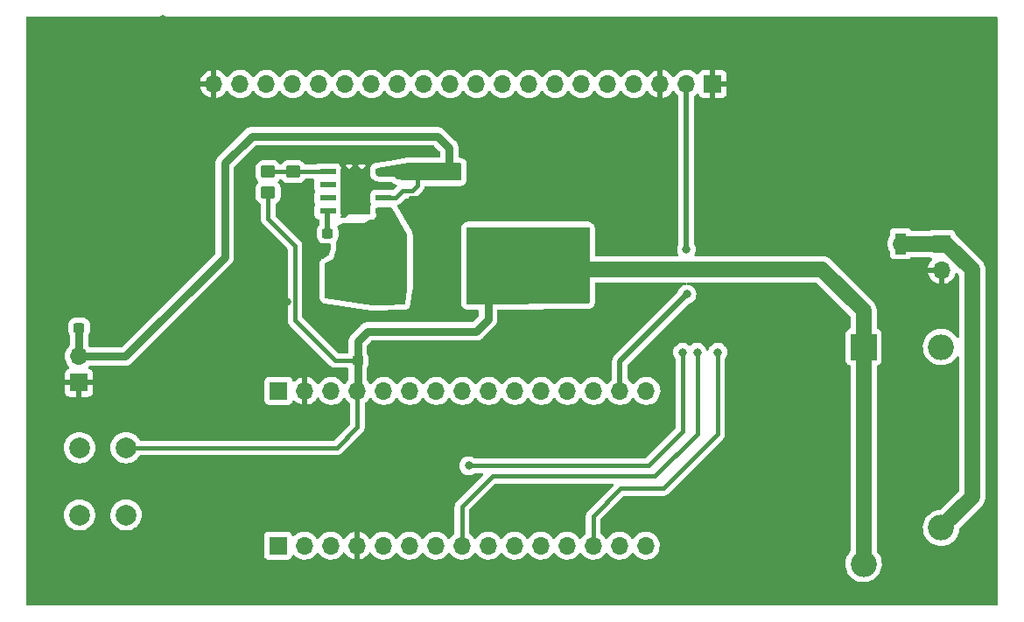
<source format=gbr>
%TF.GenerationSoftware,KiCad,Pcbnew,6.0.11+dfsg-1~bpo11+1*%
%TF.CreationDate,2023-11-07T00:47:46-03:00*%
%TF.ProjectId,controller,636f6e74-726f-46c6-9c65-722e6b696361,rev?*%
%TF.SameCoordinates,Original*%
%TF.FileFunction,Copper,L2,Bot*%
%TF.FilePolarity,Positive*%
%FSLAX46Y46*%
G04 Gerber Fmt 4.6, Leading zero omitted, Abs format (unit mm)*
G04 Created by KiCad (PCBNEW 6.0.11+dfsg-1~bpo11+1) date 2023-11-07 00:47:46*
%MOMM*%
%LPD*%
G01*
G04 APERTURE LIST*
G04 Aperture macros list*
%AMRoundRect*
0 Rectangle with rounded corners*
0 $1 Rounding radius*
0 $2 $3 $4 $5 $6 $7 $8 $9 X,Y pos of 4 corners*
0 Add a 4 corners polygon primitive as box body*
4,1,4,$2,$3,$4,$5,$6,$7,$8,$9,$2,$3,0*
0 Add four circle primitives for the rounded corners*
1,1,$1+$1,$2,$3*
1,1,$1+$1,$4,$5*
1,1,$1+$1,$6,$7*
1,1,$1+$1,$8,$9*
0 Add four rect primitives between the rounded corners*
20,1,$1+$1,$2,$3,$4,$5,0*
20,1,$1+$1,$4,$5,$6,$7,0*
20,1,$1+$1,$6,$7,$8,$9,0*
20,1,$1+$1,$8,$9,$2,$3,0*%
G04 Aperture macros list end*
%TA.AperFunction,ComponentPad*%
%ADD10C,2.000000*%
%TD*%
%TA.AperFunction,ComponentPad*%
%ADD11R,2.500000X2.500000*%
%TD*%
%TA.AperFunction,ComponentPad*%
%ADD12O,2.500000X2.500000*%
%TD*%
%TA.AperFunction,ComponentPad*%
%ADD13R,1.700000X1.700000*%
%TD*%
%TA.AperFunction,ComponentPad*%
%ADD14O,1.700000X1.700000*%
%TD*%
%TA.AperFunction,SMDPad,CuDef*%
%ADD15RoundRect,0.250000X0.700000X-1.825000X0.700000X1.825000X-0.700000X1.825000X-0.700000X-1.825000X0*%
%TD*%
%TA.AperFunction,SMDPad,CuDef*%
%ADD16R,2.500000X3.300000*%
%TD*%
%TA.AperFunction,SMDPad,CuDef*%
%ADD17R,1.550000X0.600000*%
%TD*%
%TA.AperFunction,SMDPad,CuDef*%
%ADD18R,2.600000X3.100000*%
%TD*%
%TA.AperFunction,ComponentPad*%
%ADD19C,0.600000*%
%TD*%
%TA.AperFunction,SMDPad,CuDef*%
%ADD20R,2.950000X4.500000*%
%TD*%
%TA.AperFunction,SMDPad,CuDef*%
%ADD21RoundRect,0.237500X-0.300000X-0.237500X0.300000X-0.237500X0.300000X0.237500X-0.300000X0.237500X0*%
%TD*%
%TA.AperFunction,SMDPad,CuDef*%
%ADD22RoundRect,1.000000X-1.000000X-2.500000X1.000000X-2.500000X1.000000X2.500000X-1.000000X2.500000X0*%
%TD*%
%TA.AperFunction,SMDPad,CuDef*%
%ADD23RoundRect,0.250000X-0.450000X0.350000X-0.450000X-0.350000X0.450000X-0.350000X0.450000X0.350000X0*%
%TD*%
%TA.AperFunction,SMDPad,CuDef*%
%ADD24RoundRect,0.250000X-0.650000X0.412500X-0.650000X-0.412500X0.650000X-0.412500X0.650000X0.412500X0*%
%TD*%
%TA.AperFunction,SMDPad,CuDef*%
%ADD25R,1.100000X2.000000*%
%TD*%
%TA.AperFunction,SMDPad,CuDef*%
%ADD26R,1.100000X0.800000*%
%TD*%
%TA.AperFunction,SMDPad,CuDef*%
%ADD27RoundRect,0.250000X0.450000X-0.350000X0.450000X0.350000X-0.450000X0.350000X-0.450000X-0.350000X0*%
%TD*%
%TA.AperFunction,ViaPad*%
%ADD28C,0.800000*%
%TD*%
%TA.AperFunction,Conductor*%
%ADD29C,0.381000*%
%TD*%
%TA.AperFunction,Conductor*%
%ADD30C,0.762000*%
%TD*%
%TA.AperFunction,Conductor*%
%ADD31C,1.524000*%
%TD*%
%TA.AperFunction,Conductor*%
%ADD32C,0.508000*%
%TD*%
G04 APERTURE END LIST*
D10*
%TO.P,SW1,1,1*%
%TO.N,+5V*%
X107652000Y-113753000D03*
X107652000Y-120253000D03*
%TO.P,SW1,2,2*%
%TO.N,/BUTTON_SIGNAL*%
X103152000Y-113753000D03*
X103152000Y-120253000D03*
%TD*%
D11*
%TO.P,K1,1*%
%TO.N,+5V*%
X179000000Y-104000000D03*
D12*
%TO.P,K1,3*%
X179000000Y-125000000D03*
%TO.P,K1,5*%
%TO.N,/MOTOR_5V*%
X186500000Y-121500000D03*
%TO.P,K1,6*%
%TO.N,Net-(D2-Pad2)*%
X186500000Y-104000000D03*
%TD*%
D13*
%TO.P,J1,1,Pin_1*%
%TO.N,GND*%
X164405000Y-78540000D03*
D14*
%TO.P,J1,2,Pin_2*%
%TO.N,+3V3*%
X161865000Y-78540000D03*
%TO.P,J1,3,Pin_3*%
%TO.N,GND*%
X159325000Y-78540000D03*
%TO.P,J1,4,Pin_4*%
%TO.N,/SLAVE_ADDR*%
X156785000Y-78540000D03*
%TO.P,J1,5,Pin_5*%
%TO.N,unconnected-(J1-Pad5)*%
X154245000Y-78540000D03*
%TO.P,J1,6,Pin_6*%
%TO.N,unconnected-(J1-Pad6)*%
X151705000Y-78540000D03*
%TO.P,J1,7,Pin_7*%
%TO.N,/I2C_SCL*%
X149165000Y-78540000D03*
%TO.P,J1,8,Pin_8*%
%TO.N,/I2C_SDA*%
X146625000Y-78540000D03*
%TO.P,J1,9,Pin_9*%
X144085000Y-78540000D03*
%TO.P,J1,10,Pin_10*%
%TO.N,unconnected-(J1-Pad10)*%
X141545000Y-78540000D03*
%TO.P,J1,11,Pin_11*%
%TO.N,unconnected-(J1-Pad11)*%
X139005000Y-78540000D03*
%TO.P,J1,12,Pin_12*%
%TO.N,unconnected-(J1-Pad12)*%
X136465000Y-78540000D03*
%TO.P,J1,13,Pin_13*%
%TO.N,unconnected-(J1-Pad13)*%
X133925000Y-78540000D03*
%TO.P,J1,14,Pin_14*%
%TO.N,unconnected-(J1-Pad14)*%
X131385000Y-78540000D03*
%TO.P,J1,15,Pin_15*%
%TO.N,unconnected-(J1-Pad15)*%
X128845000Y-78540000D03*
%TO.P,J1,16,Pin_16*%
%TO.N,/RESET*%
X126305000Y-78540000D03*
%TO.P,J1,17,Pin_17*%
%TO.N,/BS0*%
X123765000Y-78540000D03*
%TO.P,J1,18,Pin_18*%
%TO.N,/BS1*%
X121225000Y-78540000D03*
%TO.P,J1,19,Pin_19*%
%TO.N,/BS2*%
X118685000Y-78540000D03*
%TO.P,J1,20,Pin_20*%
%TO.N,GND*%
X116145000Y-78540000D03*
%TD*%
D13*
%TO.P,U1,1,PA9*%
%TO.N,/RESET*%
X122360000Y-123226000D03*
D14*
%TO.P,U1,2,PA10*%
%TO.N,unconnected-(U1-Pad2)*%
X124900000Y-123226000D03*
%TO.P,U1,3,NRST*%
%TO.N,unconnected-(U1-Pad3)*%
X127440000Y-123226000D03*
%TO.P,U1,4,GND*%
%TO.N,GND*%
X129980000Y-123226000D03*
%TO.P,U1,5,PA12*%
%TO.N,unconnected-(U1-Pad5)*%
X132520000Y-123226000D03*
%TO.P,U1,6,PB0*%
%TO.N,unconnected-(U1-Pad6)*%
X135060000Y-123226000D03*
%TO.P,U1,7,PB7*%
%TO.N,/I2C_SDA*%
X137600000Y-123226000D03*
%TO.P,U1,8,PA15*%
%TO.N,/I2C_SCL*%
X140140000Y-123226000D03*
%TO.P,U1,9,PB6*%
%TO.N,unconnected-(U1-Pad9)*%
X142680000Y-123226000D03*
%TO.P,U1,10,PF0*%
%TO.N,unconnected-(U1-Pad10)*%
X145220000Y-123226000D03*
%TO.P,U1,11,PF1*%
%TO.N,unconnected-(U1-Pad11)*%
X147760000Y-123226000D03*
%TO.P,U1,12,PA8*%
%TO.N,/BUTTON_SIGNAL*%
X150300000Y-123226000D03*
%TO.P,U1,13,PA11*%
%TO.N,/SLAVE_ADDR*%
X152840000Y-123226000D03*
%TO.P,U1,14,PB5*%
%TO.N,unconnected-(U1-Pad14)*%
X155380000Y-123226000D03*
%TO.P,U1,15,PB4*%
%TO.N,unconnected-(U1-Pad15)*%
X157920000Y-123226000D03*
D13*
%TO.P,U1,16,VIN*%
%TO.N,unconnected-(U1-Pad16)*%
X122420000Y-108240000D03*
D14*
%TO.P,U1,17,GND*%
%TO.N,GND*%
X124960000Y-108240000D03*
%TO.P,U1,18,NRST*%
%TO.N,unconnected-(U1-Pad18)*%
X127500000Y-108240000D03*
%TO.P,U1,19,+5V*%
%TO.N,+5V*%
X130040000Y-108240000D03*
%TO.P,U1,20,PA2*%
%TO.N,unconnected-(U1-Pad20)*%
X132580000Y-108240000D03*
%TO.P,U1,21,PA7*%
%TO.N,unconnected-(U1-Pad21)*%
X135120000Y-108240000D03*
%TO.P,U1,22,PA6*%
%TO.N,/BS2*%
X137660000Y-108240000D03*
%TO.P,U1,23,PA5*%
%TO.N,/BS1*%
X140200000Y-108240000D03*
%TO.P,U1,24,PA4*%
%TO.N,/BS0*%
X142740000Y-108240000D03*
%TO.P,U1,25,PA3*%
%TO.N,/MOTOR_ACTIVATION*%
X145280000Y-108240000D03*
%TO.P,U1,26,PA1*%
%TO.N,unconnected-(U1-Pad26)*%
X147820000Y-108240000D03*
%TO.P,U1,27,PA0*%
%TO.N,unconnected-(U1-Pad27)*%
X150360000Y-108240000D03*
%TO.P,U1,28,AVDD*%
%TO.N,unconnected-(U1-Pad28)*%
X152900000Y-108240000D03*
%TO.P,U1,29,3v3*%
%TO.N,+3V3*%
X155440000Y-108240000D03*
%TO.P,U1,30,PB3*%
%TO.N,unconnected-(U1-Pad30)*%
X157980000Y-108240000D03*
%TD*%
D13*
%TO.P,J2,1,Pin_1*%
%TO.N,GND*%
X103091000Y-107458000D03*
D14*
%TO.P,J2,2,Pin_2*%
%TO.N,+36V*%
X103091000Y-104918000D03*
%TD*%
D13*
%TO.P,J3,1,Pin_1*%
%TO.N,/MOTOR_5V*%
X186555000Y-94016000D03*
D14*
%TO.P,J3,2,Pin_2*%
%TO.N,GND*%
X186555000Y-96556000D03*
%TD*%
D15*
%TO.P,C6,1*%
%TO.N,+5V*%
X150995000Y-96475000D03*
%TO.P,C6,2*%
%TO.N,GND*%
X150995000Y-89525000D03*
%TD*%
D16*
%TO.P,D1,1,K*%
%TO.N,Net-(C5-Pad2)*%
X128106000Y-97572000D03*
%TO.P,D1,2,A*%
%TO.N,GND*%
X121306000Y-97572000D03*
%TD*%
D17*
%TO.P,U2,1,BOOT*%
%TO.N,Net-(C5-Pad1)*%
X127166000Y-90841000D03*
%TO.P,U2,2,NC*%
%TO.N,unconnected-(U2-Pad2)*%
X127166000Y-89571000D03*
%TO.P,U2,3,NC*%
%TO.N,unconnected-(U2-Pad3)*%
X127166000Y-88301000D03*
%TO.P,U2,4,VSENSE*%
%TO.N,Net-(R5-Pad2)*%
X127166000Y-87031000D03*
%TO.P,U2,5,EN*%
%TO.N,+36V*%
X132566000Y-87031000D03*
%TO.P,U2,6,GND*%
%TO.N,GND*%
X132566000Y-88301000D03*
%TO.P,U2,7,VIN*%
%TO.N,+36V*%
X132566000Y-89571000D03*
%TO.P,U2,8,PH*%
%TO.N,Net-(C5-Pad2)*%
X132566000Y-90841000D03*
D18*
%TO.P,U2,9,GNDPAD*%
%TO.N,GND*%
X129866000Y-88936000D03*
D19*
X129266000Y-89536000D03*
X130466000Y-89536000D03*
X129266000Y-88236000D03*
D20*
X129866000Y-88936000D03*
D19*
X129266000Y-87136000D03*
X130466000Y-87136000D03*
X130466000Y-88236000D03*
X129266000Y-90736000D03*
X130466000Y-90736000D03*
%TD*%
D21*
%TO.P,C1,1*%
%TO.N,+36V*%
X103116000Y-102144000D03*
%TO.P,C1,2*%
%TO.N,GND*%
X104841000Y-102144000D03*
%TD*%
D22*
%TO.P,L1,1,1*%
%TO.N,Net-(C5-Pad2)*%
X132660000Y-96175000D03*
%TO.P,L1,2,2*%
%TO.N,+5V*%
X142660000Y-96175000D03*
%TD*%
D23*
%TO.P,R6,1*%
%TO.N,Net-(R5-Pad2)*%
X123817000Y-87047000D03*
%TO.P,R6,2*%
%TO.N,GND*%
X123817000Y-89047000D03*
%TD*%
D24*
%TO.P,C3,1*%
%TO.N,+36V*%
X135852000Y-86975000D03*
%TO.P,C3,2*%
%TO.N,GND*%
X135852000Y-90100000D03*
%TD*%
D25*
%TO.P,D3,1,K*%
%TO.N,/MOTOR_5V*%
X182593000Y-94000000D03*
D26*
%TO.P,D3,2,A*%
%TO.N,GND*%
X182593000Y-95900000D03*
%TD*%
D27*
%TO.P,R5,1*%
%TO.N,+5V*%
X121404000Y-89047000D03*
%TO.P,R5,2*%
%TO.N,Net-(R5-Pad2)*%
X121404000Y-87047000D03*
%TD*%
D24*
%TO.P,C2,1*%
%TO.N,+36V*%
X138900000Y-86975000D03*
%TO.P,C2,2*%
%TO.N,GND*%
X138900000Y-90100000D03*
%TD*%
D21*
%TO.P,C4,1*%
%TO.N,+5V*%
X130066500Y-105319000D03*
%TO.P,C4,2*%
%TO.N,GND*%
X131791500Y-105319000D03*
%TD*%
%TO.P,C5,1*%
%TO.N,Net-(C5-Pad1)*%
X127145500Y-93000000D03*
%TO.P,C5,2*%
%TO.N,Net-(C5-Pad2)*%
X128870500Y-93000000D03*
%TD*%
D28*
%TO.N,GND*%
X150100000Y-119100000D03*
X124900000Y-82000000D03*
X133600000Y-105400000D03*
X153500000Y-87400000D03*
X148200000Y-87200000D03*
X146600000Y-87200000D03*
X139000000Y-91600000D03*
X125800000Y-118000000D03*
X105300000Y-125400000D03*
X105000000Y-100800000D03*
X187300000Y-75600000D03*
X183700000Y-97800000D03*
X123200000Y-99600000D03*
X127000000Y-85200000D03*
X111200000Y-72300000D03*
X183200000Y-85100000D03*
X170300000Y-90800000D03*
X141200000Y-90200000D03*
X122900000Y-95100000D03*
X123100000Y-90700000D03*
X132100000Y-85200000D03*
X107300000Y-78900000D03*
X172100000Y-78300000D03*
X107400000Y-93500000D03*
X181900000Y-97800000D03*
X149700000Y-86000000D03*
X136100000Y-91700000D03*
X170100000Y-115800000D03*
X155200000Y-87400000D03*
X106300000Y-103500000D03*
X125400000Y-89200000D03*
X151900000Y-85900000D03*
X144000000Y-112300000D03*
%TO.N,+3V3*%
X161865000Y-94565000D03*
X161900000Y-98900000D03*
%TO.N,/SLAVE_ADDR*%
X164900000Y-104500000D03*
%TO.N,/I2C_SCL*%
X162900000Y-104500000D03*
%TO.N,/I2C_SDA*%
X161500000Y-104500000D03*
X140800000Y-115500000D03*
%TD*%
D29*
%TO.N,+36V*%
X135852000Y-88348000D02*
X135852000Y-86975000D01*
D30*
X103091000Y-102169000D02*
X103116000Y-102144000D01*
D29*
X134400000Y-88900000D02*
X135300000Y-88900000D01*
D30*
X103091000Y-104918000D02*
X107582000Y-104918000D01*
X117200000Y-95300000D02*
X117200000Y-86200000D01*
D29*
X133729000Y-89571000D02*
X134400000Y-88900000D01*
D30*
X107582000Y-104918000D02*
X117200000Y-95300000D01*
X138900000Y-84700000D02*
X138900000Y-86975000D01*
X103091000Y-104918000D02*
X103091000Y-102169000D01*
X137800000Y-83600000D02*
X138900000Y-84700000D01*
D29*
X135300000Y-88900000D02*
X135852000Y-88348000D01*
D30*
X119800000Y-83600000D02*
X137800000Y-83600000D01*
X117200000Y-86200000D02*
X119800000Y-83600000D01*
D29*
X132566000Y-89571000D02*
X133729000Y-89571000D01*
%TO.N,GND*%
X141200000Y-90200000D02*
X139000000Y-90200000D01*
X152575000Y-89525000D02*
X153500000Y-88600000D01*
X132566000Y-88301000D02*
X130531000Y-88301000D01*
X153500000Y-88600000D02*
X153500000Y-87400000D01*
X150995000Y-89525000D02*
X148925000Y-89525000D01*
X150995000Y-89525000D02*
X152575000Y-89525000D01*
X148200000Y-88800000D02*
X148200000Y-87200000D01*
X139000000Y-91600000D02*
X139000000Y-90200000D01*
X136100000Y-91700000D02*
X136100000Y-90348000D01*
X130531000Y-88301000D02*
X130466000Y-88236000D01*
X136100000Y-90348000D02*
X135852000Y-90100000D01*
X139000000Y-90200000D02*
X138900000Y-90100000D01*
X148925000Y-89525000D02*
X148200000Y-88800000D01*
%TO.N,+5V*%
X130066500Y-105319000D02*
X127919000Y-105319000D01*
D30*
X142660000Y-101340000D02*
X142660000Y-96175000D01*
D29*
X130040000Y-111760000D02*
X128047000Y-113753000D01*
D30*
X130066500Y-103433500D02*
X131000000Y-102500000D01*
D31*
X179000000Y-100500000D02*
X179000000Y-104000000D01*
D30*
X130066500Y-105319000D02*
X130066500Y-108213500D01*
D29*
X130040000Y-108240000D02*
X130040000Y-111760000D01*
D30*
X130066500Y-105319000D02*
X130066500Y-103433500D01*
X131000000Y-102500000D02*
X141500000Y-102500000D01*
D29*
X124000000Y-94200000D02*
X121404000Y-91604000D01*
X128047000Y-113753000D02*
X107652000Y-113753000D01*
D30*
X141500000Y-102500000D02*
X142660000Y-101340000D01*
D31*
X150995000Y-96475000D02*
X174975000Y-96475000D01*
D29*
X124000000Y-101400000D02*
X124000000Y-94200000D01*
D30*
X130066500Y-108213500D02*
X130040000Y-108240000D01*
D29*
X121404000Y-91604000D02*
X121404000Y-89047000D01*
D31*
X179000000Y-104000000D02*
X179000000Y-125000000D01*
X174975000Y-96475000D02*
X179000000Y-100500000D01*
D29*
X127919000Y-105319000D02*
X124000000Y-101400000D01*
D32*
%TO.N,Net-(C5-Pad1)*%
X127145500Y-93000000D02*
X127145500Y-90861500D01*
X127145500Y-90861500D02*
X127166000Y-90841000D01*
D31*
%TO.N,/MOTOR_5V*%
X189500000Y-96500000D02*
X187016000Y-94016000D01*
X187016000Y-94016000D02*
X186555000Y-94016000D01*
X186555000Y-94016000D02*
X182609000Y-94016000D01*
X186500000Y-121500000D02*
X189500000Y-118500000D01*
X182609000Y-94016000D02*
X182593000Y-94000000D01*
X189500000Y-118500000D02*
X189500000Y-96500000D01*
D32*
%TO.N,+3V3*%
X161900000Y-98900000D02*
X155440000Y-105360000D01*
X161865000Y-94565000D02*
X161865000Y-78540000D01*
X155440000Y-105360000D02*
X155440000Y-108240000D01*
D29*
%TO.N,/SLAVE_ADDR*%
X164900000Y-104500000D02*
X164900000Y-112400000D01*
X155500000Y-117700000D02*
X152840000Y-120360000D01*
X159600000Y-117700000D02*
X155500000Y-117700000D01*
X152840000Y-120360000D02*
X152840000Y-123226000D01*
X164900000Y-112400000D02*
X159600000Y-117700000D01*
%TO.N,/I2C_SCL*%
X140140000Y-119460000D02*
X140140000Y-123226000D01*
X143100000Y-116500000D02*
X140140000Y-119460000D01*
X158800000Y-116500000D02*
X143100000Y-116500000D01*
X162900000Y-112400000D02*
X158800000Y-116500000D01*
X162900000Y-104500000D02*
X162900000Y-112400000D01*
%TO.N,/I2C_SDA*%
X161500000Y-104500000D02*
X161500000Y-112200000D01*
X161500000Y-112200000D02*
X158200000Y-115500000D01*
X158200000Y-115500000D02*
X140800000Y-115500000D01*
%TO.N,Net-(R5-Pad2)*%
X123817000Y-87047000D02*
X121404000Y-87047000D01*
X123833000Y-87031000D02*
X123817000Y-87047000D01*
X127166000Y-87031000D02*
X123833000Y-87031000D01*
%TD*%
%TA.AperFunction,Conductor*%
%TO.N,GND*%
G36*
X191933621Y-72028502D02*
G01*
X191980114Y-72082158D01*
X191991500Y-72134500D01*
X191991500Y-128865500D01*
X191971498Y-128933621D01*
X191917842Y-128980114D01*
X191865500Y-128991500D01*
X98134500Y-128991500D01*
X98066379Y-128971498D01*
X98019886Y-128917842D01*
X98008500Y-128865500D01*
X98008500Y-124124134D01*
X121001500Y-124124134D01*
X121008255Y-124186316D01*
X121059385Y-124322705D01*
X121146739Y-124439261D01*
X121263295Y-124526615D01*
X121399684Y-124577745D01*
X121461866Y-124584500D01*
X123258134Y-124584500D01*
X123320316Y-124577745D01*
X123456705Y-124526615D01*
X123573261Y-124439261D01*
X123660615Y-124322705D01*
X123682799Y-124263529D01*
X123704598Y-124205382D01*
X123747240Y-124148618D01*
X123813802Y-124123918D01*
X123883150Y-124139126D01*
X123917817Y-124167114D01*
X123946250Y-124199938D01*
X124118126Y-124342632D01*
X124311000Y-124455338D01*
X124519692Y-124535030D01*
X124524760Y-124536061D01*
X124524763Y-124536062D01*
X124619862Y-124555410D01*
X124738597Y-124579567D01*
X124743772Y-124579757D01*
X124743774Y-124579757D01*
X124956673Y-124587564D01*
X124956677Y-124587564D01*
X124961837Y-124587753D01*
X124966957Y-124587097D01*
X124966959Y-124587097D01*
X125178288Y-124560025D01*
X125178289Y-124560025D01*
X125183416Y-124559368D01*
X125188366Y-124557883D01*
X125392429Y-124496661D01*
X125392434Y-124496659D01*
X125397384Y-124495174D01*
X125597994Y-124396896D01*
X125779860Y-124267173D01*
X125810373Y-124236767D01*
X125923616Y-124123918D01*
X125938096Y-124109489D01*
X126068453Y-123928077D01*
X126069776Y-123929028D01*
X126116645Y-123885857D01*
X126186580Y-123873625D01*
X126252026Y-123901144D01*
X126279875Y-123932994D01*
X126339987Y-124031088D01*
X126486250Y-124199938D01*
X126658126Y-124342632D01*
X126851000Y-124455338D01*
X127059692Y-124535030D01*
X127064760Y-124536061D01*
X127064763Y-124536062D01*
X127159862Y-124555410D01*
X127278597Y-124579567D01*
X127283772Y-124579757D01*
X127283774Y-124579757D01*
X127496673Y-124587564D01*
X127496677Y-124587564D01*
X127501837Y-124587753D01*
X127506957Y-124587097D01*
X127506959Y-124587097D01*
X127718288Y-124560025D01*
X127718289Y-124560025D01*
X127723416Y-124559368D01*
X127728366Y-124557883D01*
X127932429Y-124496661D01*
X127932434Y-124496659D01*
X127937384Y-124495174D01*
X128137994Y-124396896D01*
X128319860Y-124267173D01*
X128350373Y-124236767D01*
X128463616Y-124123918D01*
X128478096Y-124109489D01*
X128608453Y-123928077D01*
X128609640Y-123928930D01*
X128656960Y-123885362D01*
X128726897Y-123873145D01*
X128792338Y-123900678D01*
X128820166Y-123932511D01*
X128877694Y-124026388D01*
X128883777Y-124034699D01*
X129023213Y-124195667D01*
X129030580Y-124202883D01*
X129194434Y-124338916D01*
X129202881Y-124344831D01*
X129386756Y-124452279D01*
X129396042Y-124456729D01*
X129595001Y-124532703D01*
X129604899Y-124535579D01*
X129708250Y-124556606D01*
X129722299Y-124555410D01*
X129726000Y-124545065D01*
X129726000Y-124544517D01*
X130234000Y-124544517D01*
X130238064Y-124558359D01*
X130251478Y-124560393D01*
X130258184Y-124559534D01*
X130268262Y-124557392D01*
X130472255Y-124496191D01*
X130481842Y-124492433D01*
X130673095Y-124398739D01*
X130681945Y-124393464D01*
X130855328Y-124269792D01*
X130863200Y-124263139D01*
X131014052Y-124112812D01*
X131020730Y-124104965D01*
X131148022Y-123927819D01*
X131149279Y-123928722D01*
X131196373Y-123885362D01*
X131266311Y-123873145D01*
X131331751Y-123900678D01*
X131359579Y-123932511D01*
X131419987Y-124031088D01*
X131566250Y-124199938D01*
X131738126Y-124342632D01*
X131931000Y-124455338D01*
X132139692Y-124535030D01*
X132144760Y-124536061D01*
X132144763Y-124536062D01*
X132239862Y-124555410D01*
X132358597Y-124579567D01*
X132363772Y-124579757D01*
X132363774Y-124579757D01*
X132576673Y-124587564D01*
X132576677Y-124587564D01*
X132581837Y-124587753D01*
X132586957Y-124587097D01*
X132586959Y-124587097D01*
X132798288Y-124560025D01*
X132798289Y-124560025D01*
X132803416Y-124559368D01*
X132808366Y-124557883D01*
X133012429Y-124496661D01*
X133012434Y-124496659D01*
X133017384Y-124495174D01*
X133217994Y-124396896D01*
X133399860Y-124267173D01*
X133430373Y-124236767D01*
X133543616Y-124123918D01*
X133558096Y-124109489D01*
X133688453Y-123928077D01*
X133689776Y-123929028D01*
X133736645Y-123885857D01*
X133806580Y-123873625D01*
X133872026Y-123901144D01*
X133899875Y-123932994D01*
X133959987Y-124031088D01*
X134106250Y-124199938D01*
X134278126Y-124342632D01*
X134471000Y-124455338D01*
X134679692Y-124535030D01*
X134684760Y-124536061D01*
X134684763Y-124536062D01*
X134779862Y-124555410D01*
X134898597Y-124579567D01*
X134903772Y-124579757D01*
X134903774Y-124579757D01*
X135116673Y-124587564D01*
X135116677Y-124587564D01*
X135121837Y-124587753D01*
X135126957Y-124587097D01*
X135126959Y-124587097D01*
X135338288Y-124560025D01*
X135338289Y-124560025D01*
X135343416Y-124559368D01*
X135348366Y-124557883D01*
X135552429Y-124496661D01*
X135552434Y-124496659D01*
X135557384Y-124495174D01*
X135757994Y-124396896D01*
X135939860Y-124267173D01*
X135970373Y-124236767D01*
X136083616Y-124123918D01*
X136098096Y-124109489D01*
X136228453Y-123928077D01*
X136229776Y-123929028D01*
X136276645Y-123885857D01*
X136346580Y-123873625D01*
X136412026Y-123901144D01*
X136439875Y-123932994D01*
X136499987Y-124031088D01*
X136646250Y-124199938D01*
X136818126Y-124342632D01*
X137011000Y-124455338D01*
X137219692Y-124535030D01*
X137224760Y-124536061D01*
X137224763Y-124536062D01*
X137319862Y-124555410D01*
X137438597Y-124579567D01*
X137443772Y-124579757D01*
X137443774Y-124579757D01*
X137656673Y-124587564D01*
X137656677Y-124587564D01*
X137661837Y-124587753D01*
X137666957Y-124587097D01*
X137666959Y-124587097D01*
X137878288Y-124560025D01*
X137878289Y-124560025D01*
X137883416Y-124559368D01*
X137888366Y-124557883D01*
X138092429Y-124496661D01*
X138092434Y-124496659D01*
X138097384Y-124495174D01*
X138297994Y-124396896D01*
X138479860Y-124267173D01*
X138510373Y-124236767D01*
X138623616Y-124123918D01*
X138638096Y-124109489D01*
X138768453Y-123928077D01*
X138769776Y-123929028D01*
X138816645Y-123885857D01*
X138886580Y-123873625D01*
X138952026Y-123901144D01*
X138979875Y-123932994D01*
X139039987Y-124031088D01*
X139186250Y-124199938D01*
X139358126Y-124342632D01*
X139551000Y-124455338D01*
X139759692Y-124535030D01*
X139764760Y-124536061D01*
X139764763Y-124536062D01*
X139859862Y-124555410D01*
X139978597Y-124579567D01*
X139983772Y-124579757D01*
X139983774Y-124579757D01*
X140196673Y-124587564D01*
X140196677Y-124587564D01*
X140201837Y-124587753D01*
X140206957Y-124587097D01*
X140206959Y-124587097D01*
X140418288Y-124560025D01*
X140418289Y-124560025D01*
X140423416Y-124559368D01*
X140428366Y-124557883D01*
X140632429Y-124496661D01*
X140632434Y-124496659D01*
X140637384Y-124495174D01*
X140837994Y-124396896D01*
X141019860Y-124267173D01*
X141050373Y-124236767D01*
X141163616Y-124123918D01*
X141178096Y-124109489D01*
X141308453Y-123928077D01*
X141309776Y-123929028D01*
X141356645Y-123885857D01*
X141426580Y-123873625D01*
X141492026Y-123901144D01*
X141519875Y-123932994D01*
X141579987Y-124031088D01*
X141726250Y-124199938D01*
X141898126Y-124342632D01*
X142091000Y-124455338D01*
X142299692Y-124535030D01*
X142304760Y-124536061D01*
X142304763Y-124536062D01*
X142399862Y-124555410D01*
X142518597Y-124579567D01*
X142523772Y-124579757D01*
X142523774Y-124579757D01*
X142736673Y-124587564D01*
X142736677Y-124587564D01*
X142741837Y-124587753D01*
X142746957Y-124587097D01*
X142746959Y-124587097D01*
X142958288Y-124560025D01*
X142958289Y-124560025D01*
X142963416Y-124559368D01*
X142968366Y-124557883D01*
X143172429Y-124496661D01*
X143172434Y-124496659D01*
X143177384Y-124495174D01*
X143377994Y-124396896D01*
X143559860Y-124267173D01*
X143590373Y-124236767D01*
X143703616Y-124123918D01*
X143718096Y-124109489D01*
X143848453Y-123928077D01*
X143849776Y-123929028D01*
X143896645Y-123885857D01*
X143966580Y-123873625D01*
X144032026Y-123901144D01*
X144059875Y-123932994D01*
X144119987Y-124031088D01*
X144266250Y-124199938D01*
X144438126Y-124342632D01*
X144631000Y-124455338D01*
X144839692Y-124535030D01*
X144844760Y-124536061D01*
X144844763Y-124536062D01*
X144939862Y-124555410D01*
X145058597Y-124579567D01*
X145063772Y-124579757D01*
X145063774Y-124579757D01*
X145276673Y-124587564D01*
X145276677Y-124587564D01*
X145281837Y-124587753D01*
X145286957Y-124587097D01*
X145286959Y-124587097D01*
X145498288Y-124560025D01*
X145498289Y-124560025D01*
X145503416Y-124559368D01*
X145508366Y-124557883D01*
X145712429Y-124496661D01*
X145712434Y-124496659D01*
X145717384Y-124495174D01*
X145917994Y-124396896D01*
X146099860Y-124267173D01*
X146130373Y-124236767D01*
X146243616Y-124123918D01*
X146258096Y-124109489D01*
X146388453Y-123928077D01*
X146389776Y-123929028D01*
X146436645Y-123885857D01*
X146506580Y-123873625D01*
X146572026Y-123901144D01*
X146599875Y-123932994D01*
X146659987Y-124031088D01*
X146806250Y-124199938D01*
X146978126Y-124342632D01*
X147171000Y-124455338D01*
X147379692Y-124535030D01*
X147384760Y-124536061D01*
X147384763Y-124536062D01*
X147479862Y-124555410D01*
X147598597Y-124579567D01*
X147603772Y-124579757D01*
X147603774Y-124579757D01*
X147816673Y-124587564D01*
X147816677Y-124587564D01*
X147821837Y-124587753D01*
X147826957Y-124587097D01*
X147826959Y-124587097D01*
X148038288Y-124560025D01*
X148038289Y-124560025D01*
X148043416Y-124559368D01*
X148048366Y-124557883D01*
X148252429Y-124496661D01*
X148252434Y-124496659D01*
X148257384Y-124495174D01*
X148457994Y-124396896D01*
X148639860Y-124267173D01*
X148670373Y-124236767D01*
X148783616Y-124123918D01*
X148798096Y-124109489D01*
X148928453Y-123928077D01*
X148929776Y-123929028D01*
X148976645Y-123885857D01*
X149046580Y-123873625D01*
X149112026Y-123901144D01*
X149139875Y-123932994D01*
X149199987Y-124031088D01*
X149346250Y-124199938D01*
X149518126Y-124342632D01*
X149711000Y-124455338D01*
X149919692Y-124535030D01*
X149924760Y-124536061D01*
X149924763Y-124536062D01*
X150019862Y-124555410D01*
X150138597Y-124579567D01*
X150143772Y-124579757D01*
X150143774Y-124579757D01*
X150356673Y-124587564D01*
X150356677Y-124587564D01*
X150361837Y-124587753D01*
X150366957Y-124587097D01*
X150366959Y-124587097D01*
X150578288Y-124560025D01*
X150578289Y-124560025D01*
X150583416Y-124559368D01*
X150588366Y-124557883D01*
X150792429Y-124496661D01*
X150792434Y-124496659D01*
X150797384Y-124495174D01*
X150997994Y-124396896D01*
X151179860Y-124267173D01*
X151210373Y-124236767D01*
X151323616Y-124123918D01*
X151338096Y-124109489D01*
X151468453Y-123928077D01*
X151469776Y-123929028D01*
X151516645Y-123885857D01*
X151586580Y-123873625D01*
X151652026Y-123901144D01*
X151679875Y-123932994D01*
X151739987Y-124031088D01*
X151886250Y-124199938D01*
X152058126Y-124342632D01*
X152251000Y-124455338D01*
X152459692Y-124535030D01*
X152464760Y-124536061D01*
X152464763Y-124536062D01*
X152559862Y-124555410D01*
X152678597Y-124579567D01*
X152683772Y-124579757D01*
X152683774Y-124579757D01*
X152896673Y-124587564D01*
X152896677Y-124587564D01*
X152901837Y-124587753D01*
X152906957Y-124587097D01*
X152906959Y-124587097D01*
X153118288Y-124560025D01*
X153118289Y-124560025D01*
X153123416Y-124559368D01*
X153128366Y-124557883D01*
X153332429Y-124496661D01*
X153332434Y-124496659D01*
X153337384Y-124495174D01*
X153537994Y-124396896D01*
X153719860Y-124267173D01*
X153750373Y-124236767D01*
X153863616Y-124123918D01*
X153878096Y-124109489D01*
X154008453Y-123928077D01*
X154009776Y-123929028D01*
X154056645Y-123885857D01*
X154126580Y-123873625D01*
X154192026Y-123901144D01*
X154219875Y-123932994D01*
X154279987Y-124031088D01*
X154426250Y-124199938D01*
X154598126Y-124342632D01*
X154791000Y-124455338D01*
X154999692Y-124535030D01*
X155004760Y-124536061D01*
X155004763Y-124536062D01*
X155099862Y-124555410D01*
X155218597Y-124579567D01*
X155223772Y-124579757D01*
X155223774Y-124579757D01*
X155436673Y-124587564D01*
X155436677Y-124587564D01*
X155441837Y-124587753D01*
X155446957Y-124587097D01*
X155446959Y-124587097D01*
X155658288Y-124560025D01*
X155658289Y-124560025D01*
X155663416Y-124559368D01*
X155668366Y-124557883D01*
X155872429Y-124496661D01*
X155872434Y-124496659D01*
X155877384Y-124495174D01*
X156077994Y-124396896D01*
X156259860Y-124267173D01*
X156290373Y-124236767D01*
X156403616Y-124123918D01*
X156418096Y-124109489D01*
X156548453Y-123928077D01*
X156549776Y-123929028D01*
X156596645Y-123885857D01*
X156666580Y-123873625D01*
X156732026Y-123901144D01*
X156759875Y-123932994D01*
X156819987Y-124031088D01*
X156966250Y-124199938D01*
X157138126Y-124342632D01*
X157331000Y-124455338D01*
X157539692Y-124535030D01*
X157544760Y-124536061D01*
X157544763Y-124536062D01*
X157639862Y-124555410D01*
X157758597Y-124579567D01*
X157763772Y-124579757D01*
X157763774Y-124579757D01*
X157976673Y-124587564D01*
X157976677Y-124587564D01*
X157981837Y-124587753D01*
X157986957Y-124587097D01*
X157986959Y-124587097D01*
X158198288Y-124560025D01*
X158198289Y-124560025D01*
X158203416Y-124559368D01*
X158208366Y-124557883D01*
X158412429Y-124496661D01*
X158412434Y-124496659D01*
X158417384Y-124495174D01*
X158617994Y-124396896D01*
X158799860Y-124267173D01*
X158830373Y-124236767D01*
X158943616Y-124123918D01*
X158958096Y-124109489D01*
X159088453Y-123928077D01*
X159101995Y-123900678D01*
X159185136Y-123732453D01*
X159185137Y-123732451D01*
X159187430Y-123727811D01*
X159252370Y-123514069D01*
X159281529Y-123292590D01*
X159282514Y-123252278D01*
X159283074Y-123229365D01*
X159283074Y-123229361D01*
X159283156Y-123226000D01*
X159264852Y-123003361D01*
X159210431Y-122786702D01*
X159121354Y-122581840D01*
X159034440Y-122447491D01*
X159002822Y-122398617D01*
X159002820Y-122398614D01*
X159000014Y-122394277D01*
X158849670Y-122229051D01*
X158845619Y-122225852D01*
X158845615Y-122225848D01*
X158678414Y-122093800D01*
X158678410Y-122093798D01*
X158674359Y-122090598D01*
X158638028Y-122070542D01*
X158577920Y-122037361D01*
X158478789Y-121982638D01*
X158473920Y-121980914D01*
X158473916Y-121980912D01*
X158273087Y-121909795D01*
X158273083Y-121909794D01*
X158268212Y-121908069D01*
X158263119Y-121907162D01*
X158263116Y-121907161D01*
X158053373Y-121869800D01*
X158053367Y-121869799D01*
X158048284Y-121868894D01*
X157974452Y-121867992D01*
X157830081Y-121866228D01*
X157830079Y-121866228D01*
X157824911Y-121866165D01*
X157604091Y-121899955D01*
X157391756Y-121969357D01*
X157193607Y-122072507D01*
X157189474Y-122075610D01*
X157189471Y-122075612D01*
X157019100Y-122203530D01*
X157014965Y-122206635D01*
X157011393Y-122210373D01*
X156903729Y-122323037D01*
X156860629Y-122368138D01*
X156753201Y-122525621D01*
X156698293Y-122570621D01*
X156627768Y-122578792D01*
X156564021Y-122547538D01*
X156543324Y-122523054D01*
X156462822Y-122398617D01*
X156462820Y-122398614D01*
X156460014Y-122394277D01*
X156309670Y-122229051D01*
X156305619Y-122225852D01*
X156305615Y-122225848D01*
X156138414Y-122093800D01*
X156138410Y-122093798D01*
X156134359Y-122090598D01*
X156098028Y-122070542D01*
X156037920Y-122037361D01*
X155938789Y-121982638D01*
X155933920Y-121980914D01*
X155933916Y-121980912D01*
X155733087Y-121909795D01*
X155733083Y-121909794D01*
X155728212Y-121908069D01*
X155723119Y-121907162D01*
X155723116Y-121907161D01*
X155513373Y-121869800D01*
X155513367Y-121869799D01*
X155508284Y-121868894D01*
X155434452Y-121867992D01*
X155290081Y-121866228D01*
X155290079Y-121866228D01*
X155284911Y-121866165D01*
X155064091Y-121899955D01*
X154851756Y-121969357D01*
X154653607Y-122072507D01*
X154649474Y-122075610D01*
X154649471Y-122075612D01*
X154479100Y-122203530D01*
X154474965Y-122206635D01*
X154471393Y-122210373D01*
X154363729Y-122323037D01*
X154320629Y-122368138D01*
X154213201Y-122525621D01*
X154158293Y-122570621D01*
X154087768Y-122578792D01*
X154024021Y-122547538D01*
X154003324Y-122523054D01*
X153922822Y-122398617D01*
X153922820Y-122398614D01*
X153920014Y-122394277D01*
X153769670Y-122229051D01*
X153765619Y-122225852D01*
X153765615Y-122225848D01*
X153598419Y-122093804D01*
X153598413Y-122093800D01*
X153594359Y-122090598D01*
X153594318Y-122090575D01*
X153549604Y-122037361D01*
X153539000Y-121986766D01*
X153539000Y-120701725D01*
X153559002Y-120633604D01*
X153575905Y-120612630D01*
X155752630Y-118435905D01*
X155814942Y-118401879D01*
X155841725Y-118399000D01*
X159571401Y-118399000D01*
X159579971Y-118399292D01*
X159629277Y-118402654D01*
X159629281Y-118402654D01*
X159636852Y-118403170D01*
X159644328Y-118401865D01*
X159644332Y-118401865D01*
X159698924Y-118392337D01*
X159705449Y-118391374D01*
X159760418Y-118384722D01*
X159760420Y-118384721D01*
X159767960Y-118383809D01*
X159775062Y-118381125D01*
X159778500Y-118380281D01*
X159792623Y-118376417D01*
X159796034Y-118375387D01*
X159803517Y-118374081D01*
X159861197Y-118348761D01*
X159867304Y-118346270D01*
X159919117Y-118326691D01*
X159919118Y-118326690D01*
X159926222Y-118324006D01*
X159932477Y-118319707D01*
X159935618Y-118318065D01*
X159948372Y-118310967D01*
X159951478Y-118309130D01*
X159958433Y-118306077D01*
X159964460Y-118301452D01*
X159964464Y-118301450D01*
X160008402Y-118267735D01*
X160013720Y-118263871D01*
X160065652Y-118228179D01*
X160106519Y-118182311D01*
X160111499Y-118177036D01*
X165374038Y-112914497D01*
X165380304Y-112908643D01*
X165417549Y-112876152D01*
X165423274Y-112871158D01*
X165459494Y-112819622D01*
X165463427Y-112814326D01*
X165497606Y-112770737D01*
X165497608Y-112770734D01*
X165502292Y-112764760D01*
X165505418Y-112757836D01*
X165507256Y-112754801D01*
X165514500Y-112742102D01*
X165516188Y-112738954D01*
X165520556Y-112732739D01*
X165543438Y-112674050D01*
X165545978Y-112668005D01*
X165571913Y-112610565D01*
X165573298Y-112603092D01*
X165574369Y-112599674D01*
X165578354Y-112585685D01*
X165579251Y-112582193D01*
X165582012Y-112575111D01*
X165588446Y-112526241D01*
X165590233Y-112512670D01*
X165591265Y-112506157D01*
X165601361Y-112451682D01*
X165601361Y-112451680D01*
X165602745Y-112444213D01*
X165599209Y-112382886D01*
X165599000Y-112375635D01*
X165599000Y-105129779D01*
X165619002Y-105061658D01*
X165631359Y-105045475D01*
X165639040Y-105036944D01*
X165734527Y-104871556D01*
X165793542Y-104689928D01*
X165795878Y-104667707D01*
X165812814Y-104506565D01*
X165813504Y-104500000D01*
X165797904Y-104351572D01*
X165794232Y-104316635D01*
X165794232Y-104316633D01*
X165793542Y-104310072D01*
X165734527Y-104128444D01*
X165639040Y-103963056D01*
X165601655Y-103921535D01*
X165515675Y-103826045D01*
X165515674Y-103826044D01*
X165511253Y-103821134D01*
X165356752Y-103708882D01*
X165350724Y-103706198D01*
X165350722Y-103706197D01*
X165188319Y-103633891D01*
X165188318Y-103633891D01*
X165182288Y-103631206D01*
X165088887Y-103611353D01*
X165001944Y-103592872D01*
X165001939Y-103592872D01*
X164995487Y-103591500D01*
X164804513Y-103591500D01*
X164798061Y-103592872D01*
X164798056Y-103592872D01*
X164711112Y-103611353D01*
X164617712Y-103631206D01*
X164611682Y-103633891D01*
X164611681Y-103633891D01*
X164449278Y-103706197D01*
X164449276Y-103706198D01*
X164443248Y-103708882D01*
X164288747Y-103821134D01*
X164284326Y-103826044D01*
X164284325Y-103826045D01*
X164198346Y-103921535D01*
X164160960Y-103963056D01*
X164065473Y-104128444D01*
X164027706Y-104244680D01*
X164019833Y-104268909D01*
X163979759Y-104327514D01*
X163914363Y-104355151D01*
X163844406Y-104343044D01*
X163792100Y-104295038D01*
X163780167Y-104268909D01*
X163772295Y-104244680D01*
X163734527Y-104128444D01*
X163639040Y-103963056D01*
X163601655Y-103921535D01*
X163515675Y-103826045D01*
X163515674Y-103826044D01*
X163511253Y-103821134D01*
X163356752Y-103708882D01*
X163350724Y-103706198D01*
X163350722Y-103706197D01*
X163188319Y-103633891D01*
X163188318Y-103633891D01*
X163182288Y-103631206D01*
X163088887Y-103611353D01*
X163001944Y-103592872D01*
X163001939Y-103592872D01*
X162995487Y-103591500D01*
X162804513Y-103591500D01*
X162798061Y-103592872D01*
X162798056Y-103592872D01*
X162711112Y-103611353D01*
X162617712Y-103631206D01*
X162611682Y-103633891D01*
X162611681Y-103633891D01*
X162449278Y-103706197D01*
X162449276Y-103706198D01*
X162443248Y-103708882D01*
X162288747Y-103821134D01*
X162284325Y-103826045D01*
X162284313Y-103826056D01*
X162220306Y-103856775D01*
X162149852Y-103848013D01*
X162115687Y-103826056D01*
X162115675Y-103826045D01*
X162111253Y-103821134D01*
X161956752Y-103708882D01*
X161950724Y-103706198D01*
X161950722Y-103706197D01*
X161788319Y-103633891D01*
X161788318Y-103633891D01*
X161782288Y-103631206D01*
X161688887Y-103611353D01*
X161601944Y-103592872D01*
X161601939Y-103592872D01*
X161595487Y-103591500D01*
X161404513Y-103591500D01*
X161398061Y-103592872D01*
X161398056Y-103592872D01*
X161311112Y-103611353D01*
X161217712Y-103631206D01*
X161211682Y-103633891D01*
X161211681Y-103633891D01*
X161049278Y-103706197D01*
X161049276Y-103706198D01*
X161043248Y-103708882D01*
X160888747Y-103821134D01*
X160884326Y-103826044D01*
X160884325Y-103826045D01*
X160798346Y-103921535D01*
X160760960Y-103963056D01*
X160665473Y-104128444D01*
X160606458Y-104310072D01*
X160605768Y-104316633D01*
X160605768Y-104316635D01*
X160602096Y-104351572D01*
X160586496Y-104500000D01*
X160587186Y-104506565D01*
X160604123Y-104667707D01*
X160606458Y-104689928D01*
X160665473Y-104871556D01*
X160760960Y-105036944D01*
X160768637Y-105045470D01*
X160799353Y-105109476D01*
X160801000Y-105129779D01*
X160801000Y-111858275D01*
X160780998Y-111926396D01*
X160764095Y-111947370D01*
X157947370Y-114764095D01*
X157885058Y-114798121D01*
X157858275Y-114801000D01*
X141424481Y-114801000D01*
X141356360Y-114780998D01*
X141350420Y-114776936D01*
X141262094Y-114712763D01*
X141262093Y-114712762D01*
X141256752Y-114708882D01*
X141250724Y-114706198D01*
X141250722Y-114706197D01*
X141088319Y-114633891D01*
X141088318Y-114633891D01*
X141082288Y-114631206D01*
X140988887Y-114611353D01*
X140901944Y-114592872D01*
X140901939Y-114592872D01*
X140895487Y-114591500D01*
X140704513Y-114591500D01*
X140698061Y-114592872D01*
X140698056Y-114592872D01*
X140611113Y-114611353D01*
X140517712Y-114631206D01*
X140511682Y-114633891D01*
X140511681Y-114633891D01*
X140349278Y-114706197D01*
X140349276Y-114706198D01*
X140343248Y-114708882D01*
X140188747Y-114821134D01*
X140060960Y-114963056D01*
X139965473Y-115128444D01*
X139906458Y-115310072D01*
X139886496Y-115500000D01*
X139906458Y-115689928D01*
X139965473Y-115871556D01*
X140060960Y-116036944D01*
X140188747Y-116178866D01*
X140343248Y-116291118D01*
X140349276Y-116293802D01*
X140349278Y-116293803D01*
X140511681Y-116366109D01*
X140517712Y-116368794D01*
X140611113Y-116388647D01*
X140698056Y-116407128D01*
X140698061Y-116407128D01*
X140704513Y-116408500D01*
X140895487Y-116408500D01*
X140901939Y-116407128D01*
X140901944Y-116407128D01*
X140988887Y-116388647D01*
X141082288Y-116368794D01*
X141088319Y-116366109D01*
X141250722Y-116293803D01*
X141250724Y-116293802D01*
X141256752Y-116291118D01*
X141350420Y-116223064D01*
X141417288Y-116199206D01*
X141424481Y-116199000D01*
X142108274Y-116199000D01*
X142176395Y-116219002D01*
X142222888Y-116272658D01*
X142232992Y-116342932D01*
X142203498Y-116407512D01*
X142197369Y-116414095D01*
X139665962Y-118945503D01*
X139659697Y-118951356D01*
X139616726Y-118988842D01*
X139586370Y-119032035D01*
X139580506Y-119040378D01*
X139576573Y-119045674D01*
X139542394Y-119089263D01*
X139542392Y-119089266D01*
X139537708Y-119095240D01*
X139534582Y-119102164D01*
X139532744Y-119105199D01*
X139525500Y-119117898D01*
X139523812Y-119121046D01*
X139519444Y-119127261D01*
X139497701Y-119183031D01*
X139496567Y-119185939D01*
X139494022Y-119191995D01*
X139468087Y-119249435D01*
X139466702Y-119256908D01*
X139465631Y-119260326D01*
X139461646Y-119274315D01*
X139460749Y-119277807D01*
X139457988Y-119284889D01*
X139456996Y-119292422D01*
X139456996Y-119292423D01*
X139449767Y-119347330D01*
X139448735Y-119353843D01*
X139444234Y-119378129D01*
X139437255Y-119415787D01*
X139437692Y-119423367D01*
X139437692Y-119423368D01*
X139440791Y-119477112D01*
X139441000Y-119484365D01*
X139441000Y-121988981D01*
X139420998Y-122057102D01*
X139390653Y-122089741D01*
X139326774Y-122137703D01*
X139234965Y-122206635D01*
X139231393Y-122210373D01*
X139123729Y-122323037D01*
X139080629Y-122368138D01*
X138973201Y-122525621D01*
X138918293Y-122570621D01*
X138847768Y-122578792D01*
X138784021Y-122547538D01*
X138763324Y-122523054D01*
X138682822Y-122398617D01*
X138682820Y-122398614D01*
X138680014Y-122394277D01*
X138529670Y-122229051D01*
X138525619Y-122225852D01*
X138525615Y-122225848D01*
X138358414Y-122093800D01*
X138358410Y-122093798D01*
X138354359Y-122090598D01*
X138318028Y-122070542D01*
X138257920Y-122037361D01*
X138158789Y-121982638D01*
X138153920Y-121980914D01*
X138153916Y-121980912D01*
X137953087Y-121909795D01*
X137953083Y-121909794D01*
X137948212Y-121908069D01*
X137943119Y-121907162D01*
X137943116Y-121907161D01*
X137733373Y-121869800D01*
X137733367Y-121869799D01*
X137728284Y-121868894D01*
X137654452Y-121867992D01*
X137510081Y-121866228D01*
X137510079Y-121866228D01*
X137504911Y-121866165D01*
X137284091Y-121899955D01*
X137071756Y-121969357D01*
X136873607Y-122072507D01*
X136869474Y-122075610D01*
X136869471Y-122075612D01*
X136699100Y-122203530D01*
X136694965Y-122206635D01*
X136691393Y-122210373D01*
X136583729Y-122323037D01*
X136540629Y-122368138D01*
X136433201Y-122525621D01*
X136378293Y-122570621D01*
X136307768Y-122578792D01*
X136244021Y-122547538D01*
X136223324Y-122523054D01*
X136142822Y-122398617D01*
X136142820Y-122398614D01*
X136140014Y-122394277D01*
X135989670Y-122229051D01*
X135985619Y-122225852D01*
X135985615Y-122225848D01*
X135818414Y-122093800D01*
X135818410Y-122093798D01*
X135814359Y-122090598D01*
X135778028Y-122070542D01*
X135717920Y-122037361D01*
X135618789Y-121982638D01*
X135613920Y-121980914D01*
X135613916Y-121980912D01*
X135413087Y-121909795D01*
X135413083Y-121909794D01*
X135408212Y-121908069D01*
X135403119Y-121907162D01*
X135403116Y-121907161D01*
X135193373Y-121869800D01*
X135193367Y-121869799D01*
X135188284Y-121868894D01*
X135114452Y-121867992D01*
X134970081Y-121866228D01*
X134970079Y-121866228D01*
X134964911Y-121866165D01*
X134744091Y-121899955D01*
X134531756Y-121969357D01*
X134333607Y-122072507D01*
X134329474Y-122075610D01*
X134329471Y-122075612D01*
X134159100Y-122203530D01*
X134154965Y-122206635D01*
X134151393Y-122210373D01*
X134043729Y-122323037D01*
X134000629Y-122368138D01*
X133893201Y-122525621D01*
X133838293Y-122570621D01*
X133767768Y-122578792D01*
X133704021Y-122547538D01*
X133683324Y-122523054D01*
X133602822Y-122398617D01*
X133602820Y-122398614D01*
X133600014Y-122394277D01*
X133449670Y-122229051D01*
X133445619Y-122225852D01*
X133445615Y-122225848D01*
X133278414Y-122093800D01*
X133278410Y-122093798D01*
X133274359Y-122090598D01*
X133238028Y-122070542D01*
X133177920Y-122037361D01*
X133078789Y-121982638D01*
X133073920Y-121980914D01*
X133073916Y-121980912D01*
X132873087Y-121909795D01*
X132873083Y-121909794D01*
X132868212Y-121908069D01*
X132863119Y-121907162D01*
X132863116Y-121907161D01*
X132653373Y-121869800D01*
X132653367Y-121869799D01*
X132648284Y-121868894D01*
X132574452Y-121867992D01*
X132430081Y-121866228D01*
X132430079Y-121866228D01*
X132424911Y-121866165D01*
X132204091Y-121899955D01*
X131991756Y-121969357D01*
X131793607Y-122072507D01*
X131789474Y-122075610D01*
X131789471Y-122075612D01*
X131619100Y-122203530D01*
X131614965Y-122206635D01*
X131611393Y-122210373D01*
X131503729Y-122323037D01*
X131460629Y-122368138D01*
X131353204Y-122525618D01*
X131352898Y-122526066D01*
X131297987Y-122571069D01*
X131227462Y-122579240D01*
X131163715Y-122547986D01*
X131143018Y-122523502D01*
X131062426Y-122398926D01*
X131056136Y-122390757D01*
X130912806Y-122233240D01*
X130905273Y-122226215D01*
X130738139Y-122094222D01*
X130729552Y-122088517D01*
X130543117Y-121985599D01*
X130533705Y-121981369D01*
X130332959Y-121910280D01*
X130322988Y-121907646D01*
X130251837Y-121894972D01*
X130238540Y-121896432D01*
X130234000Y-121910989D01*
X130234000Y-124544517D01*
X129726000Y-124544517D01*
X129726000Y-121909102D01*
X129722082Y-121895758D01*
X129707806Y-121893771D01*
X129669324Y-121899660D01*
X129659288Y-121902051D01*
X129456868Y-121968212D01*
X129447359Y-121972209D01*
X129258463Y-122070542D01*
X129249738Y-122076036D01*
X129079433Y-122203905D01*
X129071726Y-122210748D01*
X128924590Y-122364717D01*
X128918109Y-122372722D01*
X128813498Y-122526074D01*
X128758587Y-122571076D01*
X128688062Y-122579247D01*
X128624315Y-122547993D01*
X128603618Y-122523509D01*
X128522822Y-122398617D01*
X128522820Y-122398614D01*
X128520014Y-122394277D01*
X128369670Y-122229051D01*
X128365619Y-122225852D01*
X128365615Y-122225848D01*
X128198414Y-122093800D01*
X128198410Y-122093798D01*
X128194359Y-122090598D01*
X128158028Y-122070542D01*
X128097920Y-122037361D01*
X127998789Y-121982638D01*
X127993920Y-121980914D01*
X127993916Y-121980912D01*
X127793087Y-121909795D01*
X127793083Y-121909794D01*
X127788212Y-121908069D01*
X127783119Y-121907162D01*
X127783116Y-121907161D01*
X127573373Y-121869800D01*
X127573367Y-121869799D01*
X127568284Y-121868894D01*
X127494452Y-121867992D01*
X127350081Y-121866228D01*
X127350079Y-121866228D01*
X127344911Y-121866165D01*
X127124091Y-121899955D01*
X126911756Y-121969357D01*
X126713607Y-122072507D01*
X126709474Y-122075610D01*
X126709471Y-122075612D01*
X126539100Y-122203530D01*
X126534965Y-122206635D01*
X126531393Y-122210373D01*
X126423729Y-122323037D01*
X126380629Y-122368138D01*
X126273201Y-122525621D01*
X126218293Y-122570621D01*
X126147768Y-122578792D01*
X126084021Y-122547538D01*
X126063324Y-122523054D01*
X125982822Y-122398617D01*
X125982820Y-122398614D01*
X125980014Y-122394277D01*
X125829670Y-122229051D01*
X125825619Y-122225852D01*
X125825615Y-122225848D01*
X125658414Y-122093800D01*
X125658410Y-122093798D01*
X125654359Y-122090598D01*
X125618028Y-122070542D01*
X125557920Y-122037361D01*
X125458789Y-121982638D01*
X125453920Y-121980914D01*
X125453916Y-121980912D01*
X125253087Y-121909795D01*
X125253083Y-121909794D01*
X125248212Y-121908069D01*
X125243119Y-121907162D01*
X125243116Y-121907161D01*
X125033373Y-121869800D01*
X125033367Y-121869799D01*
X125028284Y-121868894D01*
X124954452Y-121867992D01*
X124810081Y-121866228D01*
X124810079Y-121866228D01*
X124804911Y-121866165D01*
X124584091Y-121899955D01*
X124371756Y-121969357D01*
X124173607Y-122072507D01*
X124169474Y-122075610D01*
X124169471Y-122075612D01*
X123999100Y-122203530D01*
X123994965Y-122206635D01*
X123938537Y-122265684D01*
X123914283Y-122291064D01*
X123852759Y-122326494D01*
X123781846Y-122323037D01*
X123724060Y-122281791D01*
X123705207Y-122248243D01*
X123663767Y-122137703D01*
X123660615Y-122129295D01*
X123573261Y-122012739D01*
X123456705Y-121925385D01*
X123320316Y-121874255D01*
X123258134Y-121867500D01*
X121461866Y-121867500D01*
X121399684Y-121874255D01*
X121263295Y-121925385D01*
X121146739Y-122012739D01*
X121059385Y-122129295D01*
X121008255Y-122265684D01*
X121001500Y-122327866D01*
X121001500Y-124124134D01*
X98008500Y-124124134D01*
X98008500Y-120253000D01*
X101638835Y-120253000D01*
X101657465Y-120489711D01*
X101712895Y-120720594D01*
X101803760Y-120939963D01*
X101806346Y-120944183D01*
X101925241Y-121138202D01*
X101925245Y-121138208D01*
X101927824Y-121142416D01*
X102082031Y-121322969D01*
X102262584Y-121477176D01*
X102266792Y-121479755D01*
X102266798Y-121479759D01*
X102450434Y-121592291D01*
X102465037Y-121601240D01*
X102469607Y-121603133D01*
X102469611Y-121603135D01*
X102679833Y-121690211D01*
X102684406Y-121692105D01*
X102759927Y-121710236D01*
X102910476Y-121746380D01*
X102910482Y-121746381D01*
X102915289Y-121747535D01*
X103152000Y-121766165D01*
X103388711Y-121747535D01*
X103393518Y-121746381D01*
X103393524Y-121746380D01*
X103544073Y-121710236D01*
X103619594Y-121692105D01*
X103624167Y-121690211D01*
X103834389Y-121603135D01*
X103834393Y-121603133D01*
X103838963Y-121601240D01*
X103853566Y-121592291D01*
X104037202Y-121479759D01*
X104037208Y-121479755D01*
X104041416Y-121477176D01*
X104221969Y-121322969D01*
X104376176Y-121142416D01*
X104378755Y-121138208D01*
X104378759Y-121138202D01*
X104497654Y-120944183D01*
X104500240Y-120939963D01*
X104591105Y-120720594D01*
X104646535Y-120489711D01*
X104665165Y-120253000D01*
X106138835Y-120253000D01*
X106157465Y-120489711D01*
X106212895Y-120720594D01*
X106303760Y-120939963D01*
X106306346Y-120944183D01*
X106425241Y-121138202D01*
X106425245Y-121138208D01*
X106427824Y-121142416D01*
X106582031Y-121322969D01*
X106762584Y-121477176D01*
X106766792Y-121479755D01*
X106766798Y-121479759D01*
X106950434Y-121592291D01*
X106965037Y-121601240D01*
X106969607Y-121603133D01*
X106969611Y-121603135D01*
X107179833Y-121690211D01*
X107184406Y-121692105D01*
X107259927Y-121710236D01*
X107410476Y-121746380D01*
X107410482Y-121746381D01*
X107415289Y-121747535D01*
X107652000Y-121766165D01*
X107888711Y-121747535D01*
X107893518Y-121746381D01*
X107893524Y-121746380D01*
X108044073Y-121710236D01*
X108119594Y-121692105D01*
X108124167Y-121690211D01*
X108334389Y-121603135D01*
X108334393Y-121603133D01*
X108338963Y-121601240D01*
X108353566Y-121592291D01*
X108537202Y-121479759D01*
X108537208Y-121479755D01*
X108541416Y-121477176D01*
X108721969Y-121322969D01*
X108876176Y-121142416D01*
X108878755Y-121138208D01*
X108878759Y-121138202D01*
X108997654Y-120944183D01*
X109000240Y-120939963D01*
X109091105Y-120720594D01*
X109146535Y-120489711D01*
X109165165Y-120253000D01*
X109146535Y-120016289D01*
X109132462Y-119957668D01*
X109092260Y-119790218D01*
X109091105Y-119785406D01*
X109072500Y-119740489D01*
X109002135Y-119570611D01*
X109002133Y-119570607D01*
X109000240Y-119566037D01*
X108947968Y-119480737D01*
X108878759Y-119367798D01*
X108878755Y-119367792D01*
X108876176Y-119363584D01*
X108721969Y-119183031D01*
X108541416Y-119028824D01*
X108537208Y-119026245D01*
X108537202Y-119026241D01*
X108343183Y-118907346D01*
X108338963Y-118904760D01*
X108334393Y-118902867D01*
X108334389Y-118902865D01*
X108124167Y-118815789D01*
X108124165Y-118815788D01*
X108119594Y-118813895D01*
X108039391Y-118794640D01*
X107893524Y-118759620D01*
X107893518Y-118759619D01*
X107888711Y-118758465D01*
X107652000Y-118739835D01*
X107415289Y-118758465D01*
X107410482Y-118759619D01*
X107410476Y-118759620D01*
X107264609Y-118794640D01*
X107184406Y-118813895D01*
X107179835Y-118815788D01*
X107179833Y-118815789D01*
X106969611Y-118902865D01*
X106969607Y-118902867D01*
X106965037Y-118904760D01*
X106960817Y-118907346D01*
X106766798Y-119026241D01*
X106766792Y-119026245D01*
X106762584Y-119028824D01*
X106582031Y-119183031D01*
X106427824Y-119363584D01*
X106425245Y-119367792D01*
X106425241Y-119367798D01*
X106356032Y-119480737D01*
X106303760Y-119566037D01*
X106301867Y-119570607D01*
X106301865Y-119570611D01*
X106231500Y-119740489D01*
X106212895Y-119785406D01*
X106211740Y-119790218D01*
X106171539Y-119957668D01*
X106157465Y-120016289D01*
X106138835Y-120253000D01*
X104665165Y-120253000D01*
X104646535Y-120016289D01*
X104632462Y-119957668D01*
X104592260Y-119790218D01*
X104591105Y-119785406D01*
X104572500Y-119740489D01*
X104502135Y-119570611D01*
X104502133Y-119570607D01*
X104500240Y-119566037D01*
X104447968Y-119480737D01*
X104378759Y-119367798D01*
X104378755Y-119367792D01*
X104376176Y-119363584D01*
X104221969Y-119183031D01*
X104041416Y-119028824D01*
X104037208Y-119026245D01*
X104037202Y-119026241D01*
X103843183Y-118907346D01*
X103838963Y-118904760D01*
X103834393Y-118902867D01*
X103834389Y-118902865D01*
X103624167Y-118815789D01*
X103624165Y-118815788D01*
X103619594Y-118813895D01*
X103539391Y-118794640D01*
X103393524Y-118759620D01*
X103393518Y-118759619D01*
X103388711Y-118758465D01*
X103152000Y-118739835D01*
X102915289Y-118758465D01*
X102910482Y-118759619D01*
X102910476Y-118759620D01*
X102764609Y-118794640D01*
X102684406Y-118813895D01*
X102679835Y-118815788D01*
X102679833Y-118815789D01*
X102469611Y-118902865D01*
X102469607Y-118902867D01*
X102465037Y-118904760D01*
X102460817Y-118907346D01*
X102266798Y-119026241D01*
X102266792Y-119026245D01*
X102262584Y-119028824D01*
X102082031Y-119183031D01*
X101927824Y-119363584D01*
X101925245Y-119367792D01*
X101925241Y-119367798D01*
X101856032Y-119480737D01*
X101803760Y-119566037D01*
X101801867Y-119570607D01*
X101801865Y-119570611D01*
X101731500Y-119740489D01*
X101712895Y-119785406D01*
X101711740Y-119790218D01*
X101671539Y-119957668D01*
X101657465Y-120016289D01*
X101638835Y-120253000D01*
X98008500Y-120253000D01*
X98008500Y-113753000D01*
X101638835Y-113753000D01*
X101657465Y-113989711D01*
X101712895Y-114220594D01*
X101714788Y-114225165D01*
X101714789Y-114225167D01*
X101799743Y-114430264D01*
X101803760Y-114439963D01*
X101806346Y-114444183D01*
X101925241Y-114638202D01*
X101925245Y-114638208D01*
X101927824Y-114642416D01*
X102082031Y-114822969D01*
X102262584Y-114977176D01*
X102266792Y-114979755D01*
X102266798Y-114979759D01*
X102460817Y-115098654D01*
X102465037Y-115101240D01*
X102469607Y-115103133D01*
X102469611Y-115103135D01*
X102679833Y-115190211D01*
X102684406Y-115192105D01*
X102764609Y-115211360D01*
X102910476Y-115246380D01*
X102910482Y-115246381D01*
X102915289Y-115247535D01*
X103152000Y-115266165D01*
X103388711Y-115247535D01*
X103393518Y-115246381D01*
X103393524Y-115246380D01*
X103539391Y-115211360D01*
X103619594Y-115192105D01*
X103624167Y-115190211D01*
X103834389Y-115103135D01*
X103834393Y-115103133D01*
X103838963Y-115101240D01*
X103843183Y-115098654D01*
X104037202Y-114979759D01*
X104037208Y-114979755D01*
X104041416Y-114977176D01*
X104221969Y-114822969D01*
X104376176Y-114642416D01*
X104378755Y-114638208D01*
X104378759Y-114638202D01*
X104497654Y-114444183D01*
X104500240Y-114439963D01*
X104504258Y-114430264D01*
X104589211Y-114225167D01*
X104589212Y-114225165D01*
X104591105Y-114220594D01*
X104646535Y-113989711D01*
X104665165Y-113753000D01*
X104646535Y-113516289D01*
X104591105Y-113285406D01*
X104500240Y-113066037D01*
X104470248Y-113017095D01*
X104378759Y-112867798D01*
X104378755Y-112867792D01*
X104376176Y-112863584D01*
X104221969Y-112683031D01*
X104211467Y-112674061D01*
X104137122Y-112610565D01*
X104041416Y-112528824D01*
X104037208Y-112526245D01*
X104037202Y-112526241D01*
X103843183Y-112407346D01*
X103838963Y-112404760D01*
X103834393Y-112402867D01*
X103834389Y-112402865D01*
X103624167Y-112315789D01*
X103624165Y-112315788D01*
X103619594Y-112313895D01*
X103539391Y-112294640D01*
X103393524Y-112259620D01*
X103393518Y-112259619D01*
X103388711Y-112258465D01*
X103152000Y-112239835D01*
X102915289Y-112258465D01*
X102910482Y-112259619D01*
X102910476Y-112259620D01*
X102764609Y-112294640D01*
X102684406Y-112313895D01*
X102679835Y-112315788D01*
X102679833Y-112315789D01*
X102469611Y-112402865D01*
X102469607Y-112402867D01*
X102465037Y-112404760D01*
X102460817Y-112407346D01*
X102266798Y-112526241D01*
X102266792Y-112526245D01*
X102262584Y-112528824D01*
X102166878Y-112610565D01*
X102092534Y-112674061D01*
X102082031Y-112683031D01*
X101927824Y-112863584D01*
X101925245Y-112867792D01*
X101925241Y-112867798D01*
X101833752Y-113017095D01*
X101803760Y-113066037D01*
X101712895Y-113285406D01*
X101657465Y-113516289D01*
X101638835Y-113753000D01*
X98008500Y-113753000D01*
X98008500Y-109138134D01*
X121061500Y-109138134D01*
X121068255Y-109200316D01*
X121119385Y-109336705D01*
X121206739Y-109453261D01*
X121323295Y-109540615D01*
X121459684Y-109591745D01*
X121521866Y-109598500D01*
X123318134Y-109598500D01*
X123380316Y-109591745D01*
X123516705Y-109540615D01*
X123633261Y-109453261D01*
X123720615Y-109336705D01*
X123764798Y-109218848D01*
X123807440Y-109162084D01*
X123874001Y-109137384D01*
X123943350Y-109152592D01*
X123978017Y-109180580D01*
X124003218Y-109209673D01*
X124010580Y-109216883D01*
X124174434Y-109352916D01*
X124182881Y-109358831D01*
X124366756Y-109466279D01*
X124376042Y-109470729D01*
X124575001Y-109546703D01*
X124584899Y-109549579D01*
X124688250Y-109570606D01*
X124702299Y-109569410D01*
X124706000Y-109559065D01*
X124706000Y-106923102D01*
X124702082Y-106909758D01*
X124687806Y-106907771D01*
X124649324Y-106913660D01*
X124639288Y-106916051D01*
X124436868Y-106982212D01*
X124427359Y-106986209D01*
X124238463Y-107084542D01*
X124229738Y-107090036D01*
X124059433Y-107217905D01*
X124051726Y-107224748D01*
X123974478Y-107305584D01*
X123912954Y-107341014D01*
X123842042Y-107337557D01*
X123784255Y-107296311D01*
X123765402Y-107262763D01*
X123723767Y-107151703D01*
X123720615Y-107143295D01*
X123633261Y-107026739D01*
X123516705Y-106939385D01*
X123380316Y-106888255D01*
X123318134Y-106881500D01*
X121521866Y-106881500D01*
X121459684Y-106888255D01*
X121323295Y-106939385D01*
X121206739Y-107026739D01*
X121119385Y-107143295D01*
X121068255Y-107279684D01*
X121061500Y-107341866D01*
X121061500Y-109138134D01*
X98008500Y-109138134D01*
X98008500Y-108352669D01*
X101733001Y-108352669D01*
X101733371Y-108359490D01*
X101738895Y-108410352D01*
X101742521Y-108425604D01*
X101787676Y-108546054D01*
X101796214Y-108561649D01*
X101872715Y-108663724D01*
X101885276Y-108676285D01*
X101987351Y-108752786D01*
X102002946Y-108761324D01*
X102123394Y-108806478D01*
X102138649Y-108810105D01*
X102189514Y-108815631D01*
X102196328Y-108816000D01*
X102818885Y-108816000D01*
X102834124Y-108811525D01*
X102835329Y-108810135D01*
X102837000Y-108802452D01*
X102837000Y-108797884D01*
X103345000Y-108797884D01*
X103349475Y-108813123D01*
X103350865Y-108814328D01*
X103358548Y-108815999D01*
X103985669Y-108815999D01*
X103992490Y-108815629D01*
X104043352Y-108810105D01*
X104058604Y-108806479D01*
X104179054Y-108761324D01*
X104194649Y-108752786D01*
X104296724Y-108676285D01*
X104309285Y-108663724D01*
X104385786Y-108561649D01*
X104394324Y-108546054D01*
X104439478Y-108425606D01*
X104443105Y-108410351D01*
X104448631Y-108359486D01*
X104449000Y-108352672D01*
X104449000Y-107730115D01*
X104444525Y-107714876D01*
X104443135Y-107713671D01*
X104435452Y-107712000D01*
X103363115Y-107712000D01*
X103347876Y-107716475D01*
X103346671Y-107717865D01*
X103345000Y-107725548D01*
X103345000Y-108797884D01*
X102837000Y-108797884D01*
X102837000Y-107730115D01*
X102832525Y-107714876D01*
X102831135Y-107713671D01*
X102823452Y-107712000D01*
X101751116Y-107712000D01*
X101735877Y-107716475D01*
X101734672Y-107717865D01*
X101733001Y-107725548D01*
X101733001Y-108352669D01*
X98008500Y-108352669D01*
X98008500Y-104884695D01*
X101728251Y-104884695D01*
X101728548Y-104889848D01*
X101728548Y-104889851D01*
X101737029Y-105036944D01*
X101741110Y-105107715D01*
X101742247Y-105112761D01*
X101742248Y-105112767D01*
X101744970Y-105124843D01*
X101790222Y-105325639D01*
X101851673Y-105476976D01*
X101869503Y-105520885D01*
X101874266Y-105532616D01*
X101876965Y-105537020D01*
X101977216Y-105700615D01*
X101990987Y-105723088D01*
X101994367Y-105726990D01*
X102003138Y-105737116D01*
X102137250Y-105891938D01*
X102141225Y-105895238D01*
X102141231Y-105895244D01*
X102146425Y-105899556D01*
X102186059Y-105958460D01*
X102187555Y-106029441D01*
X102150439Y-106089962D01*
X102110168Y-106114480D01*
X102002946Y-106154676D01*
X101987351Y-106163214D01*
X101885276Y-106239715D01*
X101872715Y-106252276D01*
X101796214Y-106354351D01*
X101787676Y-106369946D01*
X101742522Y-106490394D01*
X101738895Y-106505649D01*
X101733369Y-106556514D01*
X101733000Y-106563328D01*
X101733000Y-107185885D01*
X101737475Y-107201124D01*
X101738865Y-107202329D01*
X101746548Y-107204000D01*
X104430884Y-107204000D01*
X104446123Y-107199525D01*
X104447328Y-107198135D01*
X104448999Y-107190452D01*
X104448999Y-106563331D01*
X104448629Y-106556510D01*
X104443105Y-106505648D01*
X104439479Y-106490396D01*
X104394324Y-106369946D01*
X104385786Y-106354351D01*
X104309285Y-106252276D01*
X104296724Y-106239715D01*
X104194649Y-106163214D01*
X104179054Y-106154676D01*
X104068813Y-106113348D01*
X104012049Y-106070706D01*
X103987349Y-106004145D01*
X104002557Y-105934796D01*
X104024104Y-105906115D01*
X104086187Y-105844249D01*
X104148558Y-105810333D01*
X104175126Y-105807500D01*
X107502075Y-105807500D01*
X107521786Y-105809051D01*
X107528673Y-105810142D01*
X107528675Y-105810142D01*
X107535190Y-105811174D01*
X107541778Y-105810829D01*
X107541782Y-105810829D01*
X107601999Y-105807673D01*
X107608593Y-105807500D01*
X107628620Y-105807500D01*
X107631891Y-105807156D01*
X107631895Y-105807156D01*
X107648539Y-105805407D01*
X107655113Y-105804890D01*
X107715316Y-105801735D01*
X107715318Y-105801735D01*
X107721915Y-105801389D01*
X107735028Y-105797875D01*
X107754470Y-105794272D01*
X107755712Y-105794142D01*
X107761385Y-105793546D01*
X107761389Y-105793545D01*
X107767956Y-105792855D01*
X107831581Y-105772182D01*
X107837906Y-105770309D01*
X107845359Y-105768312D01*
X107902524Y-105752994D01*
X107914616Y-105746833D01*
X107932875Y-105739270D01*
X107945785Y-105735075D01*
X108003724Y-105701624D01*
X108009520Y-105698477D01*
X108069125Y-105668107D01*
X108079670Y-105659568D01*
X108095955Y-105648375D01*
X108102002Y-105644884D01*
X108102005Y-105644881D01*
X108107715Y-105641585D01*
X108112615Y-105637173D01*
X108112619Y-105637170D01*
X108157425Y-105596825D01*
X108162446Y-105592537D01*
X108175441Y-105582014D01*
X108178006Y-105579937D01*
X108192153Y-105565790D01*
X108196937Y-105561249D01*
X108241766Y-105520885D01*
X108241767Y-105520883D01*
X108246669Y-105516470D01*
X108254652Y-105505482D01*
X108267489Y-105490454D01*
X117772454Y-95985489D01*
X117787482Y-95972652D01*
X117798470Y-95964669D01*
X117843249Y-95914937D01*
X117847790Y-95910153D01*
X117861937Y-95896006D01*
X117874537Y-95880446D01*
X117878825Y-95875425D01*
X117919170Y-95830619D01*
X117919173Y-95830615D01*
X117923585Y-95825715D01*
X117926881Y-95820005D01*
X117926884Y-95820002D01*
X117930375Y-95813955D01*
X117941568Y-95797670D01*
X117945950Y-95792258D01*
X117950107Y-95787125D01*
X117980477Y-95727520D01*
X117983624Y-95721724D01*
X117999216Y-95694717D01*
X118017075Y-95663785D01*
X118021270Y-95650875D01*
X118028833Y-95632616D01*
X118034994Y-95620524D01*
X118052320Y-95555862D01*
X118054172Y-95549614D01*
X118074855Y-95485956D01*
X118076273Y-95472463D01*
X118079877Y-95453020D01*
X118081679Y-95446295D01*
X118081680Y-95446290D01*
X118083388Y-95439915D01*
X118086889Y-95373120D01*
X118087406Y-95366546D01*
X118089156Y-95349893D01*
X118089500Y-95346620D01*
X118089500Y-95326586D01*
X118089673Y-95319992D01*
X118092829Y-95259782D01*
X118092829Y-95259777D01*
X118093174Y-95253190D01*
X118091051Y-95239785D01*
X118089500Y-95220075D01*
X118089500Y-86620633D01*
X118109502Y-86552512D01*
X118126405Y-86531538D01*
X120131538Y-84526405D01*
X120193850Y-84492379D01*
X120220633Y-84489500D01*
X137379367Y-84489500D01*
X137447488Y-84509502D01*
X137468462Y-84526405D01*
X137973595Y-85031538D01*
X138007621Y-85093850D01*
X138010500Y-85120633D01*
X138010500Y-85560500D01*
X137990498Y-85628621D01*
X137936842Y-85675114D01*
X137884500Y-85686500D01*
X135009490Y-85686500D01*
X134985421Y-85687405D01*
X134972108Y-85687906D01*
X134972105Y-85687906D01*
X134970913Y-85687951D01*
X134952038Y-85689373D01*
X134913690Y-85693717D01*
X134912523Y-85693894D01*
X134912514Y-85693895D01*
X133094366Y-85969372D01*
X131879697Y-86153413D01*
X131877574Y-86153887D01*
X131877571Y-86153888D01*
X131812240Y-86168488D01*
X131810097Y-86168967D01*
X131798318Y-86172474D01*
X131778731Y-86178305D01*
X131778721Y-86178308D01*
X131776633Y-86178930D01*
X131774584Y-86179699D01*
X131774574Y-86179702D01*
X131725069Y-86198273D01*
X131709843Y-86203985D01*
X131667598Y-86231134D01*
X131643712Y-86243115D01*
X131552705Y-86277232D01*
X131552704Y-86277233D01*
X131544295Y-86280385D01*
X131427739Y-86367739D01*
X131340385Y-86484295D01*
X131289255Y-86620684D01*
X131288402Y-86628540D01*
X131284330Y-86666018D01*
X131257088Y-86731580D01*
X131209950Y-86767679D01*
X131180557Y-86780654D01*
X130838021Y-87123189D01*
X130830408Y-87137132D01*
X130830539Y-87138966D01*
X130834790Y-87145579D01*
X131178504Y-87489293D01*
X131192442Y-87496904D01*
X131213103Y-87495426D01*
X131282477Y-87510517D01*
X131332680Y-87560720D01*
X131333407Y-87562310D01*
X131337234Y-87569299D01*
X131340385Y-87577705D01*
X131427739Y-87694261D01*
X131496774Y-87746000D01*
X131514220Y-87759075D01*
X131535696Y-87779534D01*
X131546021Y-87792002D01*
X131553491Y-87797042D01*
X131553492Y-87797043D01*
X131654391Y-87865120D01*
X131667180Y-87873749D01*
X131671239Y-87875714D01*
X131671240Y-87875714D01*
X131673193Y-87876659D01*
X131731084Y-87904677D01*
X131870365Y-87948977D01*
X131874793Y-87949715D01*
X131874797Y-87949716D01*
X132016918Y-87973402D01*
X132160297Y-87997299D01*
X132161565Y-87997457D01*
X132161566Y-87997457D01*
X132201077Y-88002376D01*
X132201082Y-88002376D01*
X132202371Y-88002537D01*
X132203660Y-88002644D01*
X132203673Y-88002645D01*
X132211700Y-88003309D01*
X132223085Y-88004251D01*
X132224344Y-88004303D01*
X132224360Y-88004304D01*
X132264159Y-88005948D01*
X132264183Y-88005948D01*
X132265430Y-88006000D01*
X133278523Y-88006000D01*
X133346644Y-88026002D01*
X133374790Y-88050966D01*
X133374893Y-88050877D01*
X133375572Y-88051659D01*
X133375625Y-88051707D01*
X133376834Y-88053168D01*
X133393040Y-88070959D01*
X133427796Y-88105630D01*
X133548955Y-88187377D01*
X133612861Y-88218306D01*
X133752142Y-88262606D01*
X133756573Y-88263344D01*
X133756575Y-88263345D01*
X133764958Y-88264742D01*
X133828864Y-88295670D01*
X133865904Y-88356239D01*
X133864318Y-88427218D01*
X133833341Y-88478123D01*
X133573699Y-88737766D01*
X133511386Y-88771791D01*
X133456680Y-88771266D01*
X133451316Y-88769255D01*
X133389134Y-88762500D01*
X131742866Y-88762500D01*
X131680684Y-88769255D01*
X131544295Y-88820385D01*
X131427739Y-88907739D01*
X131340385Y-89024295D01*
X131337233Y-89032703D01*
X131337232Y-89032705D01*
X131314459Y-89093452D01*
X131271818Y-89150217D01*
X131205256Y-89174917D01*
X131194590Y-89174459D01*
X131180558Y-89180653D01*
X130838021Y-89523189D01*
X130830408Y-89537132D01*
X130830539Y-89538966D01*
X130834790Y-89545579D01*
X131178504Y-89889293D01*
X131219142Y-89911483D01*
X131231466Y-89914164D01*
X131281670Y-89964365D01*
X131288319Y-89981667D01*
X131289255Y-89981316D01*
X131340385Y-90117705D01*
X131349926Y-90130435D01*
X131374774Y-90196939D01*
X131359722Y-90266322D01*
X131349930Y-90281559D01*
X131340385Y-90294295D01*
X131337233Y-90302703D01*
X131332923Y-90310575D01*
X131330356Y-90309170D01*
X131296607Y-90354100D01*
X131230046Y-90378802D01*
X131201744Y-90377588D01*
X131191235Y-90375940D01*
X131180556Y-90380654D01*
X130555095Y-91006115D01*
X130492783Y-91040141D01*
X130421968Y-91035076D01*
X130376905Y-91006115D01*
X130195885Y-90825095D01*
X130161859Y-90762783D01*
X130166924Y-90691968D01*
X130195885Y-90646905D01*
X130693980Y-90148810D01*
X130701592Y-90134870D01*
X130701460Y-90133034D01*
X130697209Y-90126419D01*
X130195885Y-89625095D01*
X130161859Y-89562783D01*
X130166924Y-89491968D01*
X130195885Y-89446905D01*
X130466000Y-89176790D01*
X130743977Y-88898812D01*
X130751591Y-88884868D01*
X130751460Y-88883033D01*
X130747212Y-88876423D01*
X130107922Y-88237132D01*
X130830408Y-88237132D01*
X130830539Y-88238966D01*
X130834790Y-88245579D01*
X131178504Y-88589293D01*
X131190879Y-88596050D01*
X131194696Y-88593193D01*
X131251065Y-88444802D01*
X131254549Y-88431233D01*
X131278244Y-88262627D01*
X131278851Y-88254741D01*
X131279058Y-88239962D01*
X131278671Y-88232061D01*
X131259692Y-88062855D01*
X131256590Y-88049202D01*
X131201610Y-87891322D01*
X131198281Y-87884372D01*
X131189605Y-87876659D01*
X131180558Y-87880653D01*
X130838021Y-88223189D01*
X130830408Y-88237132D01*
X130107922Y-88237132D01*
X130106790Y-88236000D01*
X129878811Y-88008022D01*
X129864868Y-88000409D01*
X129863033Y-88000540D01*
X129856423Y-88004788D01*
X129266000Y-88595210D01*
X128988022Y-88873189D01*
X128980409Y-88887132D01*
X128980540Y-88888967D01*
X128984790Y-88895580D01*
X129536115Y-89446905D01*
X129570141Y-89509217D01*
X129565076Y-89580032D01*
X129536115Y-89625095D01*
X129266000Y-89895210D01*
X129038023Y-90123188D01*
X129030409Y-90137132D01*
X129030540Y-90138967D01*
X129034790Y-90145580D01*
X129536115Y-90646905D01*
X129570141Y-90709217D01*
X129565076Y-90780032D01*
X129536115Y-90825095D01*
X129266000Y-91095210D01*
X128912235Y-91448976D01*
X128908571Y-91455686D01*
X128858369Y-91505888D01*
X128797984Y-91521300D01*
X128691796Y-91521300D01*
X128688921Y-91521565D01*
X128688913Y-91521565D01*
X128600924Y-91529664D01*
X128600922Y-91529664D01*
X128598057Y-91529928D01*
X128595224Y-91530454D01*
X128555668Y-91537798D01*
X128555661Y-91537800D01*
X128552826Y-91538326D01*
X128549039Y-91539396D01*
X128548839Y-91539394D01*
X128547234Y-91539769D01*
X128547142Y-91539377D01*
X128478051Y-91538680D01*
X128418714Y-91499696D01*
X128389874Y-91434821D01*
X128396784Y-91373919D01*
X128439971Y-91258718D01*
X128439973Y-91258712D01*
X128442745Y-91251316D01*
X128447747Y-91205273D01*
X128474989Y-91139711D01*
X128523740Y-91102915D01*
X128551792Y-91090997D01*
X128893979Y-90748811D01*
X128901592Y-90734868D01*
X128901461Y-90733034D01*
X128897210Y-90726421D01*
X128553458Y-90382669D01*
X128539520Y-90375058D01*
X128518881Y-90376534D01*
X128449507Y-90361442D01*
X128399305Y-90311240D01*
X128398612Y-90309726D01*
X128394767Y-90302703D01*
X128391615Y-90294295D01*
X128382074Y-90281565D01*
X128357226Y-90215061D01*
X128372278Y-90145678D01*
X128382070Y-90130441D01*
X128391615Y-90117705D01*
X128442745Y-89981316D01*
X128445615Y-89982392D01*
X128473726Y-89933162D01*
X128511839Y-89907970D01*
X128551794Y-89890995D01*
X128893979Y-89548811D01*
X128901592Y-89534868D01*
X128901461Y-89533034D01*
X128897210Y-89526421D01*
X128553458Y-89182669D01*
X128535193Y-89172695D01*
X128475066Y-89159617D01*
X128424863Y-89109415D01*
X128417468Y-89093257D01*
X128394768Y-89032705D01*
X128394767Y-89032703D01*
X128391615Y-89024295D01*
X128382074Y-89011565D01*
X128357226Y-88945061D01*
X128372278Y-88875678D01*
X128382070Y-88860441D01*
X128391615Y-88847705D01*
X128442745Y-88711316D01*
X128443598Y-88703460D01*
X128445425Y-88695778D01*
X128447715Y-88696323D01*
X128470432Y-88641649D01*
X128519183Y-88604851D01*
X128551793Y-88590996D01*
X128893979Y-88248811D01*
X128901592Y-88234868D01*
X128901461Y-88233034D01*
X128897210Y-88226421D01*
X128553458Y-87882669D01*
X128539521Y-87875058D01*
X128533486Y-87875490D01*
X128464112Y-87860399D01*
X128413910Y-87810197D01*
X128406515Y-87794040D01*
X128394768Y-87762705D01*
X128394767Y-87762704D01*
X128391615Y-87754295D01*
X128382074Y-87741565D01*
X128361735Y-87687130D01*
X129080408Y-87687130D01*
X129080540Y-87688966D01*
X129084789Y-87695579D01*
X129253192Y-87863981D01*
X129267130Y-87871592D01*
X129268966Y-87871461D01*
X129275579Y-87867211D01*
X129443981Y-87698808D01*
X129450358Y-87687130D01*
X130280408Y-87687130D01*
X130280540Y-87688966D01*
X130284789Y-87695579D01*
X130453192Y-87863981D01*
X130467130Y-87871592D01*
X130468966Y-87871461D01*
X130475579Y-87867211D01*
X130643981Y-87698808D01*
X130651592Y-87684870D01*
X130651460Y-87683034D01*
X130647211Y-87676421D01*
X130478808Y-87508019D01*
X130464870Y-87500408D01*
X130463034Y-87500539D01*
X130456421Y-87504789D01*
X130288019Y-87673192D01*
X130280408Y-87687130D01*
X129450358Y-87687130D01*
X129451592Y-87684870D01*
X129451460Y-87683034D01*
X129447211Y-87676421D01*
X129278808Y-87508019D01*
X129264870Y-87500408D01*
X129263034Y-87500539D01*
X129256421Y-87504789D01*
X129088019Y-87673192D01*
X129080408Y-87687130D01*
X128361735Y-87687130D01*
X128357226Y-87675061D01*
X128372278Y-87605678D01*
X128382070Y-87590441D01*
X128391615Y-87577705D01*
X128394767Y-87569297D01*
X128399077Y-87561425D01*
X128401399Y-87562696D01*
X128435743Y-87516978D01*
X128502305Y-87492280D01*
X128532330Y-87493779D01*
X128541534Y-87495354D01*
X128551794Y-87490995D01*
X128893979Y-87148811D01*
X128900356Y-87137132D01*
X129630408Y-87137132D01*
X129630539Y-87138966D01*
X129634789Y-87145579D01*
X129853192Y-87363981D01*
X129867130Y-87371592D01*
X129868966Y-87371460D01*
X129875578Y-87367211D01*
X130093979Y-87148811D01*
X130101592Y-87134868D01*
X130101461Y-87133034D01*
X130097211Y-87126421D01*
X129878808Y-86908019D01*
X129864870Y-86900408D01*
X129863034Y-86900540D01*
X129856422Y-86904789D01*
X129638021Y-87123189D01*
X129630408Y-87137132D01*
X128900356Y-87137132D01*
X128901592Y-87134868D01*
X128901461Y-87133034D01*
X128897210Y-87126421D01*
X128553459Y-86782670D01*
X128512239Y-86760162D01*
X128462037Y-86709960D01*
X128447362Y-86663183D01*
X128443598Y-86628540D01*
X128442745Y-86620684D01*
X128391615Y-86484295D01*
X128338032Y-86412799D01*
X128907016Y-86412799D01*
X128910840Y-86421629D01*
X129253189Y-86763979D01*
X129267132Y-86771592D01*
X129268966Y-86771461D01*
X129275579Y-86767210D01*
X129618914Y-86423875D01*
X129624962Y-86412799D01*
X130107016Y-86412799D01*
X130110840Y-86421629D01*
X130453189Y-86763979D01*
X130467132Y-86771592D01*
X130468966Y-86771461D01*
X130475579Y-86767210D01*
X130818914Y-86423875D01*
X130825671Y-86411500D01*
X130821105Y-86405400D01*
X130815802Y-86402813D01*
X130658309Y-86346732D01*
X130644685Y-86343536D01*
X130478670Y-86323741D01*
X130464673Y-86323643D01*
X130298404Y-86341118D01*
X130284725Y-86344126D01*
X130126463Y-86398002D01*
X130115855Y-86402994D01*
X130107016Y-86412799D01*
X129624962Y-86412799D01*
X129625671Y-86411500D01*
X129621105Y-86405400D01*
X129615802Y-86402813D01*
X129458309Y-86346732D01*
X129444685Y-86343536D01*
X129278670Y-86323741D01*
X129264673Y-86323643D01*
X129098404Y-86341118D01*
X129084725Y-86344126D01*
X128926463Y-86398002D01*
X128915855Y-86402994D01*
X128907016Y-86412799D01*
X128338032Y-86412799D01*
X128304261Y-86367739D01*
X128187705Y-86280385D01*
X128051316Y-86229255D01*
X127989134Y-86222500D01*
X126342866Y-86222500D01*
X126280684Y-86229255D01*
X126144295Y-86280385D01*
X126109015Y-86306826D01*
X126042509Y-86331674D01*
X126033450Y-86332000D01*
X125003347Y-86332000D01*
X124935226Y-86311998D01*
X124896203Y-86272303D01*
X124880428Y-86246810D01*
X124865478Y-86222652D01*
X124740303Y-86097695D01*
X124658024Y-86046977D01*
X124595968Y-86008725D01*
X124595966Y-86008724D01*
X124589738Y-86004885D01*
X124429254Y-85951655D01*
X124428389Y-85951368D01*
X124428387Y-85951368D01*
X124421861Y-85949203D01*
X124415025Y-85948503D01*
X124415022Y-85948502D01*
X124371969Y-85944091D01*
X124317400Y-85938500D01*
X123316600Y-85938500D01*
X123313354Y-85938837D01*
X123313350Y-85938837D01*
X123217692Y-85948762D01*
X123217688Y-85948763D01*
X123210834Y-85949474D01*
X123204298Y-85951655D01*
X123204296Y-85951655D01*
X123072194Y-85995728D01*
X123043054Y-86005450D01*
X122892652Y-86098522D01*
X122767695Y-86223697D01*
X122763856Y-86229925D01*
X122763852Y-86229930D01*
X122727985Y-86288117D01*
X122675213Y-86335610D01*
X122620726Y-86348000D01*
X122600248Y-86348000D01*
X122532127Y-86327998D01*
X122493104Y-86288303D01*
X122456332Y-86228880D01*
X122452478Y-86222652D01*
X122327303Y-86097695D01*
X122245024Y-86046977D01*
X122182968Y-86008725D01*
X122182966Y-86008724D01*
X122176738Y-86004885D01*
X122016254Y-85951655D01*
X122015389Y-85951368D01*
X122015387Y-85951368D01*
X122008861Y-85949203D01*
X122002025Y-85948503D01*
X122002022Y-85948502D01*
X121958969Y-85944091D01*
X121904400Y-85938500D01*
X120903600Y-85938500D01*
X120900354Y-85938837D01*
X120900350Y-85938837D01*
X120804692Y-85948762D01*
X120804688Y-85948763D01*
X120797834Y-85949474D01*
X120791298Y-85951655D01*
X120791296Y-85951655D01*
X120659194Y-85995728D01*
X120630054Y-86005450D01*
X120479652Y-86098522D01*
X120354695Y-86223697D01*
X120350855Y-86229927D01*
X120350854Y-86229928D01*
X120285711Y-86335610D01*
X120261885Y-86374262D01*
X120206203Y-86542139D01*
X120195500Y-86646600D01*
X120195500Y-87447400D01*
X120195837Y-87450646D01*
X120195837Y-87450650D01*
X120201790Y-87508019D01*
X120206474Y-87553166D01*
X120208655Y-87559702D01*
X120208655Y-87559704D01*
X120247595Y-87676421D01*
X120262450Y-87720946D01*
X120355522Y-87871348D01*
X120433287Y-87948977D01*
X120442109Y-87957784D01*
X120476188Y-88020066D01*
X120471185Y-88090886D01*
X120442264Y-88135975D01*
X120422773Y-88155500D01*
X120354695Y-88223697D01*
X120350855Y-88229927D01*
X120350854Y-88229928D01*
X120272995Y-88356239D01*
X120261885Y-88374262D01*
X120206203Y-88542139D01*
X120195500Y-88646600D01*
X120195500Y-89447400D01*
X120195837Y-89450646D01*
X120195837Y-89450650D01*
X120205687Y-89545579D01*
X120206474Y-89553166D01*
X120208655Y-89559702D01*
X120208655Y-89559704D01*
X120223157Y-89603170D01*
X120262450Y-89720946D01*
X120355522Y-89871348D01*
X120480697Y-89996305D01*
X120486927Y-90000145D01*
X120486928Y-90000146D01*
X120625035Y-90085277D01*
X120625038Y-90085278D01*
X120631262Y-90089115D01*
X120633710Y-90089927D01*
X120685534Y-90135556D01*
X120705000Y-90202835D01*
X120705000Y-91575401D01*
X120704708Y-91583971D01*
X120700830Y-91640852D01*
X120702135Y-91648328D01*
X120702135Y-91648332D01*
X120711663Y-91702924D01*
X120712626Y-91709449D01*
X120716469Y-91741201D01*
X120720191Y-91771960D01*
X120722875Y-91779062D01*
X120723719Y-91782500D01*
X120727583Y-91796623D01*
X120728613Y-91800034D01*
X120729919Y-91807517D01*
X120732972Y-91814472D01*
X120755239Y-91865198D01*
X120757730Y-91871304D01*
X120768983Y-91901082D01*
X120779994Y-91930222D01*
X120784293Y-91936477D01*
X120785935Y-91939618D01*
X120793033Y-91952372D01*
X120794870Y-91955478D01*
X120797923Y-91962433D01*
X120802548Y-91968460D01*
X120802550Y-91968464D01*
X120836265Y-92012402D01*
X120840129Y-92017720D01*
X120875821Y-92069652D01*
X120881491Y-92074704D01*
X120881492Y-92074705D01*
X120921688Y-92110518D01*
X120926964Y-92115499D01*
X123264095Y-94452630D01*
X123298121Y-94514942D01*
X123301000Y-94541725D01*
X123301000Y-101371401D01*
X123300708Y-101379971D01*
X123298897Y-101406539D01*
X123296830Y-101436852D01*
X123298135Y-101444328D01*
X123298135Y-101444332D01*
X123307663Y-101498924D01*
X123308626Y-101505449D01*
X123310313Y-101519385D01*
X123316191Y-101567960D01*
X123318875Y-101575062D01*
X123319719Y-101578500D01*
X123323583Y-101592623D01*
X123324613Y-101596034D01*
X123325919Y-101603517D01*
X123328972Y-101610472D01*
X123351239Y-101661198D01*
X123353730Y-101667304D01*
X123367516Y-101703785D01*
X123375994Y-101726222D01*
X123380293Y-101732477D01*
X123381935Y-101735618D01*
X123389033Y-101748372D01*
X123390870Y-101751478D01*
X123393923Y-101758433D01*
X123398548Y-101764460D01*
X123398550Y-101764464D01*
X123432265Y-101808402D01*
X123436129Y-101813720D01*
X123471821Y-101865652D01*
X123477491Y-101870704D01*
X123477492Y-101870705D01*
X123517688Y-101906518D01*
X123522964Y-101911499D01*
X127404503Y-105793038D01*
X127410356Y-105799303D01*
X127447842Y-105842274D01*
X127454056Y-105846641D01*
X127499378Y-105878494D01*
X127504674Y-105882427D01*
X127548263Y-105916606D01*
X127548266Y-105916608D01*
X127554240Y-105921292D01*
X127561164Y-105924418D01*
X127564199Y-105926256D01*
X127576898Y-105933500D01*
X127580046Y-105935188D01*
X127586261Y-105939556D01*
X127644950Y-105962438D01*
X127650995Y-105964978D01*
X127708435Y-105990913D01*
X127715908Y-105992298D01*
X127719326Y-105993369D01*
X127733315Y-105997354D01*
X127736807Y-105998251D01*
X127743889Y-106001012D01*
X127751422Y-106002004D01*
X127751423Y-106002004D01*
X127806330Y-106009233D01*
X127812843Y-106010265D01*
X127867318Y-106020361D01*
X127867320Y-106020361D01*
X127874787Y-106021745D01*
X127882367Y-106021308D01*
X127882368Y-106021308D01*
X127936112Y-106018209D01*
X127943365Y-106018000D01*
X129051000Y-106018000D01*
X129119121Y-106038002D01*
X129165614Y-106091658D01*
X129177000Y-106144000D01*
X129177000Y-107127255D01*
X129156998Y-107195376D01*
X129136114Y-107219773D01*
X129134965Y-107220635D01*
X129131393Y-107224373D01*
X129131390Y-107224376D01*
X129094707Y-107262763D01*
X128980629Y-107382138D01*
X128873201Y-107539621D01*
X128818293Y-107584621D01*
X128747768Y-107592792D01*
X128684021Y-107561538D01*
X128663324Y-107537054D01*
X128582822Y-107412617D01*
X128582820Y-107412614D01*
X128580014Y-107408277D01*
X128429670Y-107243051D01*
X128425619Y-107239852D01*
X128425615Y-107239848D01*
X128258414Y-107107800D01*
X128258410Y-107107798D01*
X128254359Y-107104598D01*
X128218028Y-107084542D01*
X128155418Y-107049980D01*
X128058789Y-106996638D01*
X128053920Y-106994914D01*
X128053916Y-106994912D01*
X127853087Y-106923795D01*
X127853083Y-106923794D01*
X127848212Y-106922069D01*
X127843119Y-106921162D01*
X127843116Y-106921161D01*
X127633373Y-106883800D01*
X127633367Y-106883799D01*
X127628284Y-106882894D01*
X127554452Y-106881992D01*
X127410081Y-106880228D01*
X127410079Y-106880228D01*
X127404911Y-106880165D01*
X127184091Y-106913955D01*
X126971756Y-106983357D01*
X126773607Y-107086507D01*
X126769474Y-107089610D01*
X126769471Y-107089612D01*
X126599100Y-107217530D01*
X126594965Y-107220635D01*
X126440629Y-107382138D01*
X126333204Y-107539618D01*
X126332898Y-107540066D01*
X126277987Y-107585069D01*
X126207462Y-107593240D01*
X126143715Y-107561986D01*
X126123018Y-107537502D01*
X126042426Y-107412926D01*
X126036136Y-107404757D01*
X125892806Y-107247240D01*
X125885273Y-107240215D01*
X125718139Y-107108222D01*
X125709552Y-107102517D01*
X125523117Y-106999599D01*
X125513705Y-106995369D01*
X125312959Y-106924280D01*
X125302988Y-106921646D01*
X125231837Y-106908972D01*
X125218540Y-106910432D01*
X125214000Y-106924989D01*
X125214000Y-109558517D01*
X125218064Y-109572359D01*
X125231478Y-109574393D01*
X125238184Y-109573534D01*
X125248262Y-109571392D01*
X125452255Y-109510191D01*
X125461842Y-109506433D01*
X125653095Y-109412739D01*
X125661945Y-109407464D01*
X125835328Y-109283792D01*
X125843200Y-109277139D01*
X125994052Y-109126812D01*
X126000730Y-109118965D01*
X126128022Y-108941819D01*
X126129279Y-108942722D01*
X126176373Y-108899362D01*
X126246311Y-108887145D01*
X126311751Y-108914678D01*
X126339579Y-108946511D01*
X126399987Y-109045088D01*
X126546250Y-109213938D01*
X126718126Y-109356632D01*
X126911000Y-109469338D01*
X127119692Y-109549030D01*
X127124760Y-109550061D01*
X127124763Y-109550062D01*
X127219862Y-109569410D01*
X127338597Y-109593567D01*
X127343772Y-109593757D01*
X127343774Y-109593757D01*
X127556673Y-109601564D01*
X127556677Y-109601564D01*
X127561837Y-109601753D01*
X127566957Y-109601097D01*
X127566959Y-109601097D01*
X127778288Y-109574025D01*
X127778289Y-109574025D01*
X127783416Y-109573368D01*
X127788366Y-109571883D01*
X127992429Y-109510661D01*
X127992434Y-109510659D01*
X127997384Y-109509174D01*
X128197994Y-109410896D01*
X128379860Y-109281173D01*
X128538096Y-109123489D01*
X128668453Y-108942077D01*
X128669776Y-108943028D01*
X128716645Y-108899857D01*
X128786580Y-108887625D01*
X128852026Y-108915144D01*
X128879875Y-108946994D01*
X128939987Y-109045088D01*
X129086250Y-109213938D01*
X129258126Y-109356632D01*
X129262587Y-109359239D01*
X129262593Y-109359243D01*
X129278568Y-109368577D01*
X129327293Y-109420215D01*
X129341000Y-109477366D01*
X129341000Y-111418275D01*
X129320998Y-111486396D01*
X129304095Y-111507370D01*
X127794370Y-113017095D01*
X127732058Y-113051121D01*
X127705275Y-113054000D01*
X109063427Y-113054000D01*
X108995306Y-113033998D01*
X108955995Y-112993835D01*
X108878763Y-112867806D01*
X108876176Y-112863584D01*
X108791772Y-112764760D01*
X108725177Y-112686787D01*
X108721969Y-112683031D01*
X108711467Y-112674061D01*
X108637122Y-112610565D01*
X108541416Y-112528824D01*
X108537208Y-112526245D01*
X108537202Y-112526241D01*
X108343183Y-112407346D01*
X108338963Y-112404760D01*
X108334393Y-112402867D01*
X108334389Y-112402865D01*
X108124167Y-112315789D01*
X108124165Y-112315788D01*
X108119594Y-112313895D01*
X108039391Y-112294640D01*
X107893524Y-112259620D01*
X107893518Y-112259619D01*
X107888711Y-112258465D01*
X107652000Y-112239835D01*
X107415289Y-112258465D01*
X107410482Y-112259619D01*
X107410476Y-112259620D01*
X107264609Y-112294640D01*
X107184406Y-112313895D01*
X107179835Y-112315788D01*
X107179833Y-112315789D01*
X106969611Y-112402865D01*
X106969607Y-112402867D01*
X106965037Y-112404760D01*
X106960817Y-112407346D01*
X106766798Y-112526241D01*
X106766792Y-112526245D01*
X106762584Y-112528824D01*
X106666878Y-112610565D01*
X106592534Y-112674061D01*
X106582031Y-112683031D01*
X106427824Y-112863584D01*
X106425245Y-112867792D01*
X106425241Y-112867798D01*
X106333752Y-113017095D01*
X106303760Y-113066037D01*
X106212895Y-113285406D01*
X106157465Y-113516289D01*
X106138835Y-113753000D01*
X106157465Y-113989711D01*
X106212895Y-114220594D01*
X106214788Y-114225165D01*
X106214789Y-114225167D01*
X106299743Y-114430264D01*
X106303760Y-114439963D01*
X106306346Y-114444183D01*
X106425241Y-114638202D01*
X106425245Y-114638208D01*
X106427824Y-114642416D01*
X106582031Y-114822969D01*
X106762584Y-114977176D01*
X106766792Y-114979755D01*
X106766798Y-114979759D01*
X106960817Y-115098654D01*
X106965037Y-115101240D01*
X106969607Y-115103133D01*
X106969611Y-115103135D01*
X107179833Y-115190211D01*
X107184406Y-115192105D01*
X107264609Y-115211360D01*
X107410476Y-115246380D01*
X107410482Y-115246381D01*
X107415289Y-115247535D01*
X107652000Y-115266165D01*
X107888711Y-115247535D01*
X107893518Y-115246381D01*
X107893524Y-115246380D01*
X108039391Y-115211360D01*
X108119594Y-115192105D01*
X108124167Y-115190211D01*
X108334389Y-115103135D01*
X108334393Y-115103133D01*
X108338963Y-115101240D01*
X108343183Y-115098654D01*
X108537202Y-114979759D01*
X108537208Y-114979755D01*
X108541416Y-114977176D01*
X108721969Y-114822969D01*
X108876176Y-114642416D01*
X108955995Y-114512165D01*
X109008643Y-114464533D01*
X109063427Y-114452000D01*
X128018401Y-114452000D01*
X128026971Y-114452292D01*
X128076277Y-114455654D01*
X128076281Y-114455654D01*
X128083852Y-114456170D01*
X128091328Y-114454865D01*
X128091332Y-114454865D01*
X128145924Y-114445337D01*
X128152449Y-114444374D01*
X128207418Y-114437722D01*
X128207420Y-114437721D01*
X128214960Y-114436809D01*
X128222062Y-114434125D01*
X128225500Y-114433281D01*
X128239623Y-114429417D01*
X128243034Y-114428387D01*
X128250517Y-114427081D01*
X128308197Y-114401761D01*
X128314304Y-114399270D01*
X128366117Y-114379691D01*
X128366118Y-114379690D01*
X128373222Y-114377006D01*
X128379477Y-114372707D01*
X128382618Y-114371065D01*
X128395372Y-114363967D01*
X128398478Y-114362130D01*
X128405433Y-114359077D01*
X128411460Y-114354452D01*
X128411464Y-114354450D01*
X128455402Y-114320735D01*
X128460720Y-114316871D01*
X128512652Y-114281179D01*
X128553535Y-114235293D01*
X128558498Y-114230037D01*
X130514046Y-112274490D01*
X130520312Y-112268636D01*
X130557547Y-112236154D01*
X130563274Y-112231158D01*
X130599498Y-112179617D01*
X130603423Y-112174332D01*
X130637607Y-112130735D01*
X130642292Y-112124760D01*
X130645416Y-112117842D01*
X130647245Y-112114821D01*
X130654500Y-112102102D01*
X130656188Y-112098954D01*
X130660556Y-112092739D01*
X130683438Y-112034050D01*
X130685978Y-112028005D01*
X130711913Y-111970565D01*
X130713298Y-111963092D01*
X130714369Y-111959674D01*
X130718354Y-111945685D01*
X130719251Y-111942193D01*
X130722012Y-111935111D01*
X130730233Y-111872670D01*
X130731265Y-111866157D01*
X130741361Y-111811682D01*
X130741361Y-111811680D01*
X130742745Y-111804213D01*
X130739209Y-111742887D01*
X130739000Y-111735635D01*
X130739000Y-109475073D01*
X130759002Y-109406952D01*
X130791832Y-109372494D01*
X130853794Y-109328297D01*
X130919860Y-109281173D01*
X131078096Y-109123489D01*
X131208453Y-108942077D01*
X131209776Y-108943028D01*
X131256645Y-108899857D01*
X131326580Y-108887625D01*
X131392026Y-108915144D01*
X131419875Y-108946994D01*
X131479987Y-109045088D01*
X131626250Y-109213938D01*
X131798126Y-109356632D01*
X131991000Y-109469338D01*
X132199692Y-109549030D01*
X132204760Y-109550061D01*
X132204763Y-109550062D01*
X132299862Y-109569410D01*
X132418597Y-109593567D01*
X132423772Y-109593757D01*
X132423774Y-109593757D01*
X132636673Y-109601564D01*
X132636677Y-109601564D01*
X132641837Y-109601753D01*
X132646957Y-109601097D01*
X132646959Y-109601097D01*
X132858288Y-109574025D01*
X132858289Y-109574025D01*
X132863416Y-109573368D01*
X132868366Y-109571883D01*
X133072429Y-109510661D01*
X133072434Y-109510659D01*
X133077384Y-109509174D01*
X133277994Y-109410896D01*
X133459860Y-109281173D01*
X133618096Y-109123489D01*
X133748453Y-108942077D01*
X133749776Y-108943028D01*
X133796645Y-108899857D01*
X133866580Y-108887625D01*
X133932026Y-108915144D01*
X133959875Y-108946994D01*
X134019987Y-109045088D01*
X134166250Y-109213938D01*
X134338126Y-109356632D01*
X134531000Y-109469338D01*
X134739692Y-109549030D01*
X134744760Y-109550061D01*
X134744763Y-109550062D01*
X134839862Y-109569410D01*
X134958597Y-109593567D01*
X134963772Y-109593757D01*
X134963774Y-109593757D01*
X135176673Y-109601564D01*
X135176677Y-109601564D01*
X135181837Y-109601753D01*
X135186957Y-109601097D01*
X135186959Y-109601097D01*
X135398288Y-109574025D01*
X135398289Y-109574025D01*
X135403416Y-109573368D01*
X135408366Y-109571883D01*
X135612429Y-109510661D01*
X135612434Y-109510659D01*
X135617384Y-109509174D01*
X135817994Y-109410896D01*
X135999860Y-109281173D01*
X136158096Y-109123489D01*
X136288453Y-108942077D01*
X136289776Y-108943028D01*
X136336645Y-108899857D01*
X136406580Y-108887625D01*
X136472026Y-108915144D01*
X136499875Y-108946994D01*
X136559987Y-109045088D01*
X136706250Y-109213938D01*
X136878126Y-109356632D01*
X137071000Y-109469338D01*
X137279692Y-109549030D01*
X137284760Y-109550061D01*
X137284763Y-109550062D01*
X137379862Y-109569410D01*
X137498597Y-109593567D01*
X137503772Y-109593757D01*
X137503774Y-109593757D01*
X137716673Y-109601564D01*
X137716677Y-109601564D01*
X137721837Y-109601753D01*
X137726957Y-109601097D01*
X137726959Y-109601097D01*
X137938288Y-109574025D01*
X137938289Y-109574025D01*
X137943416Y-109573368D01*
X137948366Y-109571883D01*
X138152429Y-109510661D01*
X138152434Y-109510659D01*
X138157384Y-109509174D01*
X138357994Y-109410896D01*
X138539860Y-109281173D01*
X138698096Y-109123489D01*
X138828453Y-108942077D01*
X138829776Y-108943028D01*
X138876645Y-108899857D01*
X138946580Y-108887625D01*
X139012026Y-108915144D01*
X139039875Y-108946994D01*
X139099987Y-109045088D01*
X139246250Y-109213938D01*
X139418126Y-109356632D01*
X139611000Y-109469338D01*
X139819692Y-109549030D01*
X139824760Y-109550061D01*
X139824763Y-109550062D01*
X139919862Y-109569410D01*
X140038597Y-109593567D01*
X140043772Y-109593757D01*
X140043774Y-109593757D01*
X140256673Y-109601564D01*
X140256677Y-109601564D01*
X140261837Y-109601753D01*
X140266957Y-109601097D01*
X140266959Y-109601097D01*
X140478288Y-109574025D01*
X140478289Y-109574025D01*
X140483416Y-109573368D01*
X140488366Y-109571883D01*
X140692429Y-109510661D01*
X140692434Y-109510659D01*
X140697384Y-109509174D01*
X140897994Y-109410896D01*
X141079860Y-109281173D01*
X141238096Y-109123489D01*
X141368453Y-108942077D01*
X141369776Y-108943028D01*
X141416645Y-108899857D01*
X141486580Y-108887625D01*
X141552026Y-108915144D01*
X141579875Y-108946994D01*
X141639987Y-109045088D01*
X141786250Y-109213938D01*
X141958126Y-109356632D01*
X142151000Y-109469338D01*
X142359692Y-109549030D01*
X142364760Y-109550061D01*
X142364763Y-109550062D01*
X142459862Y-109569410D01*
X142578597Y-109593567D01*
X142583772Y-109593757D01*
X142583774Y-109593757D01*
X142796673Y-109601564D01*
X142796677Y-109601564D01*
X142801837Y-109601753D01*
X142806957Y-109601097D01*
X142806959Y-109601097D01*
X143018288Y-109574025D01*
X143018289Y-109574025D01*
X143023416Y-109573368D01*
X143028366Y-109571883D01*
X143232429Y-109510661D01*
X143232434Y-109510659D01*
X143237384Y-109509174D01*
X143437994Y-109410896D01*
X143619860Y-109281173D01*
X143778096Y-109123489D01*
X143908453Y-108942077D01*
X143909776Y-108943028D01*
X143956645Y-108899857D01*
X144026580Y-108887625D01*
X144092026Y-108915144D01*
X144119875Y-108946994D01*
X144179987Y-109045088D01*
X144326250Y-109213938D01*
X144498126Y-109356632D01*
X144691000Y-109469338D01*
X144899692Y-109549030D01*
X144904760Y-109550061D01*
X144904763Y-109550062D01*
X144999862Y-109569410D01*
X145118597Y-109593567D01*
X145123772Y-109593757D01*
X145123774Y-109593757D01*
X145336673Y-109601564D01*
X145336677Y-109601564D01*
X145341837Y-109601753D01*
X145346957Y-109601097D01*
X145346959Y-109601097D01*
X145558288Y-109574025D01*
X145558289Y-109574025D01*
X145563416Y-109573368D01*
X145568366Y-109571883D01*
X145772429Y-109510661D01*
X145772434Y-109510659D01*
X145777384Y-109509174D01*
X145977994Y-109410896D01*
X146159860Y-109281173D01*
X146318096Y-109123489D01*
X146448453Y-108942077D01*
X146449776Y-108943028D01*
X146496645Y-108899857D01*
X146566580Y-108887625D01*
X146632026Y-108915144D01*
X146659875Y-108946994D01*
X146719987Y-109045088D01*
X146866250Y-109213938D01*
X147038126Y-109356632D01*
X147231000Y-109469338D01*
X147439692Y-109549030D01*
X147444760Y-109550061D01*
X147444763Y-109550062D01*
X147539862Y-109569410D01*
X147658597Y-109593567D01*
X147663772Y-109593757D01*
X147663774Y-109593757D01*
X147876673Y-109601564D01*
X147876677Y-109601564D01*
X147881837Y-109601753D01*
X147886957Y-109601097D01*
X147886959Y-109601097D01*
X148098288Y-109574025D01*
X148098289Y-109574025D01*
X148103416Y-109573368D01*
X148108366Y-109571883D01*
X148312429Y-109510661D01*
X148312434Y-109510659D01*
X148317384Y-109509174D01*
X148517994Y-109410896D01*
X148699860Y-109281173D01*
X148858096Y-109123489D01*
X148988453Y-108942077D01*
X148989776Y-108943028D01*
X149036645Y-108899857D01*
X149106580Y-108887625D01*
X149172026Y-108915144D01*
X149199875Y-108946994D01*
X149259987Y-109045088D01*
X149406250Y-109213938D01*
X149578126Y-109356632D01*
X149771000Y-109469338D01*
X149979692Y-109549030D01*
X149984760Y-109550061D01*
X149984763Y-109550062D01*
X150079862Y-109569410D01*
X150198597Y-109593567D01*
X150203772Y-109593757D01*
X150203774Y-109593757D01*
X150416673Y-109601564D01*
X150416677Y-109601564D01*
X150421837Y-109601753D01*
X150426957Y-109601097D01*
X150426959Y-109601097D01*
X150638288Y-109574025D01*
X150638289Y-109574025D01*
X150643416Y-109573368D01*
X150648366Y-109571883D01*
X150852429Y-109510661D01*
X150852434Y-109510659D01*
X150857384Y-109509174D01*
X151057994Y-109410896D01*
X151239860Y-109281173D01*
X151398096Y-109123489D01*
X151528453Y-108942077D01*
X151529776Y-108943028D01*
X151576645Y-108899857D01*
X151646580Y-108887625D01*
X151712026Y-108915144D01*
X151739875Y-108946994D01*
X151799987Y-109045088D01*
X151946250Y-109213938D01*
X152118126Y-109356632D01*
X152311000Y-109469338D01*
X152519692Y-109549030D01*
X152524760Y-109550061D01*
X152524763Y-109550062D01*
X152619862Y-109569410D01*
X152738597Y-109593567D01*
X152743772Y-109593757D01*
X152743774Y-109593757D01*
X152956673Y-109601564D01*
X152956677Y-109601564D01*
X152961837Y-109601753D01*
X152966957Y-109601097D01*
X152966959Y-109601097D01*
X153178288Y-109574025D01*
X153178289Y-109574025D01*
X153183416Y-109573368D01*
X153188366Y-109571883D01*
X153392429Y-109510661D01*
X153392434Y-109510659D01*
X153397384Y-109509174D01*
X153597994Y-109410896D01*
X153779860Y-109281173D01*
X153938096Y-109123489D01*
X154068453Y-108942077D01*
X154069776Y-108943028D01*
X154116645Y-108899857D01*
X154186580Y-108887625D01*
X154252026Y-108915144D01*
X154279875Y-108946994D01*
X154339987Y-109045088D01*
X154486250Y-109213938D01*
X154658126Y-109356632D01*
X154851000Y-109469338D01*
X155059692Y-109549030D01*
X155064760Y-109550061D01*
X155064763Y-109550062D01*
X155159862Y-109569410D01*
X155278597Y-109593567D01*
X155283772Y-109593757D01*
X155283774Y-109593757D01*
X155496673Y-109601564D01*
X155496677Y-109601564D01*
X155501837Y-109601753D01*
X155506957Y-109601097D01*
X155506959Y-109601097D01*
X155718288Y-109574025D01*
X155718289Y-109574025D01*
X155723416Y-109573368D01*
X155728366Y-109571883D01*
X155932429Y-109510661D01*
X155932434Y-109510659D01*
X155937384Y-109509174D01*
X156137994Y-109410896D01*
X156319860Y-109281173D01*
X156478096Y-109123489D01*
X156608453Y-108942077D01*
X156609776Y-108943028D01*
X156656645Y-108899857D01*
X156726580Y-108887625D01*
X156792026Y-108915144D01*
X156819875Y-108946994D01*
X156879987Y-109045088D01*
X157026250Y-109213938D01*
X157198126Y-109356632D01*
X157391000Y-109469338D01*
X157599692Y-109549030D01*
X157604760Y-109550061D01*
X157604763Y-109550062D01*
X157699862Y-109569410D01*
X157818597Y-109593567D01*
X157823772Y-109593757D01*
X157823774Y-109593757D01*
X158036673Y-109601564D01*
X158036677Y-109601564D01*
X158041837Y-109601753D01*
X158046957Y-109601097D01*
X158046959Y-109601097D01*
X158258288Y-109574025D01*
X158258289Y-109574025D01*
X158263416Y-109573368D01*
X158268366Y-109571883D01*
X158472429Y-109510661D01*
X158472434Y-109510659D01*
X158477384Y-109509174D01*
X158677994Y-109410896D01*
X158859860Y-109281173D01*
X159018096Y-109123489D01*
X159148453Y-108942077D01*
X159161995Y-108914678D01*
X159245136Y-108746453D01*
X159245137Y-108746451D01*
X159247430Y-108741811D01*
X159312370Y-108528069D01*
X159341529Y-108306590D01*
X159343156Y-108240000D01*
X159324852Y-108017361D01*
X159270431Y-107800702D01*
X159181354Y-107595840D01*
X159060014Y-107408277D01*
X158909670Y-107243051D01*
X158905619Y-107239852D01*
X158905615Y-107239848D01*
X158738414Y-107107800D01*
X158738410Y-107107798D01*
X158734359Y-107104598D01*
X158698028Y-107084542D01*
X158635418Y-107049980D01*
X158538789Y-106996638D01*
X158533920Y-106994914D01*
X158533916Y-106994912D01*
X158333087Y-106923795D01*
X158333083Y-106923794D01*
X158328212Y-106922069D01*
X158323119Y-106921162D01*
X158323116Y-106921161D01*
X158113373Y-106883800D01*
X158113367Y-106883799D01*
X158108284Y-106882894D01*
X158034452Y-106881992D01*
X157890081Y-106880228D01*
X157890079Y-106880228D01*
X157884911Y-106880165D01*
X157664091Y-106913955D01*
X157451756Y-106983357D01*
X157253607Y-107086507D01*
X157249474Y-107089610D01*
X157249471Y-107089612D01*
X157079100Y-107217530D01*
X157074965Y-107220635D01*
X156920629Y-107382138D01*
X156813201Y-107539621D01*
X156758293Y-107584621D01*
X156687768Y-107592792D01*
X156624021Y-107561538D01*
X156603324Y-107537054D01*
X156522822Y-107412617D01*
X156522820Y-107412614D01*
X156520014Y-107408277D01*
X156369670Y-107243051D01*
X156365615Y-107239848D01*
X156250407Y-107148862D01*
X156209345Y-107090944D01*
X156202500Y-107049980D01*
X156202500Y-105728028D01*
X156222502Y-105659907D01*
X156239405Y-105638933D01*
X162063515Y-99814823D01*
X162126412Y-99780672D01*
X162175824Y-99770169D01*
X162175833Y-99770166D01*
X162182288Y-99768794D01*
X162188319Y-99766109D01*
X162350722Y-99693803D01*
X162350724Y-99693802D01*
X162356752Y-99691118D01*
X162377112Y-99676326D01*
X162412157Y-99650864D01*
X162511253Y-99578866D01*
X162639040Y-99436944D01*
X162734527Y-99271556D01*
X162793542Y-99089928D01*
X162813504Y-98900000D01*
X162793542Y-98710072D01*
X162734527Y-98528444D01*
X162712337Y-98490009D01*
X162642341Y-98368774D01*
X162639040Y-98363056D01*
X162511253Y-98221134D01*
X162356752Y-98108882D01*
X162350724Y-98106198D01*
X162350722Y-98106197D01*
X162188319Y-98033891D01*
X162188318Y-98033891D01*
X162182288Y-98031206D01*
X162010763Y-97994747D01*
X161948290Y-97961018D01*
X161913968Y-97898869D01*
X161918696Y-97828030D01*
X161960972Y-97770992D01*
X162027373Y-97745865D01*
X162036960Y-97745500D01*
X174396552Y-97745500D01*
X174464673Y-97765502D01*
X174485647Y-97782405D01*
X177692595Y-100989353D01*
X177726621Y-101051665D01*
X177729500Y-101078448D01*
X177729500Y-102128360D01*
X177709498Y-102196481D01*
X177655842Y-102242974D01*
X177640833Y-102248130D01*
X177639684Y-102248255D01*
X177632289Y-102251027D01*
X177632286Y-102251028D01*
X177568064Y-102275104D01*
X177503295Y-102299385D01*
X177386739Y-102386739D01*
X177299385Y-102503295D01*
X177248255Y-102639684D01*
X177241500Y-102701866D01*
X177241500Y-105298134D01*
X177248255Y-105360316D01*
X177299385Y-105496705D01*
X177386739Y-105613261D01*
X177503295Y-105700615D01*
X177511703Y-105703767D01*
X177632286Y-105748972D01*
X177632289Y-105748973D01*
X177632895Y-105749200D01*
X177639684Y-105751745D01*
X177639272Y-105752843D01*
X177694292Y-105784274D01*
X177727113Y-105847228D01*
X177729500Y-105871640D01*
X177729500Y-123731866D01*
X177709498Y-123799987D01*
X177700375Y-123812435D01*
X177564363Y-123975970D01*
X177561934Y-123979973D01*
X177448374Y-124167115D01*
X177428771Y-124199419D01*
X177327697Y-124440455D01*
X177263359Y-124693783D01*
X177237173Y-124953839D01*
X177249713Y-125214908D01*
X177300704Y-125471256D01*
X177389026Y-125717252D01*
X177391242Y-125721376D01*
X177455753Y-125841437D01*
X177512737Y-125947491D01*
X177515532Y-125951234D01*
X177515534Y-125951237D01*
X177666330Y-126153177D01*
X177666335Y-126153183D01*
X177669122Y-126156915D01*
X177672431Y-126160195D01*
X177672436Y-126160201D01*
X177851426Y-126337635D01*
X177854743Y-126340923D01*
X177858505Y-126343681D01*
X177858508Y-126343684D01*
X178061750Y-126492707D01*
X178065524Y-126495474D01*
X178069667Y-126497654D01*
X178069669Y-126497655D01*
X178292684Y-126614989D01*
X178292689Y-126614991D01*
X178296834Y-126617172D01*
X178543590Y-126703344D01*
X178548183Y-126704216D01*
X178795785Y-126751224D01*
X178795788Y-126751224D01*
X178800374Y-126752095D01*
X178930958Y-126757226D01*
X179056875Y-126762174D01*
X179056881Y-126762174D01*
X179061543Y-126762357D01*
X179140977Y-126753657D01*
X179316707Y-126734412D01*
X179316712Y-126734411D01*
X179321360Y-126733902D01*
X179434116Y-126704216D01*
X179569594Y-126668548D01*
X179569596Y-126668547D01*
X179574117Y-126667357D01*
X179814262Y-126564182D01*
X180036519Y-126426646D01*
X180040082Y-126423629D01*
X180040087Y-126423626D01*
X180232439Y-126260787D01*
X180232440Y-126260786D01*
X180236005Y-126257768D01*
X180327729Y-126153177D01*
X180405257Y-126064774D01*
X180405261Y-126064769D01*
X180408339Y-126061259D01*
X180549733Y-125841437D01*
X180657083Y-125603129D01*
X180728030Y-125351572D01*
X180744832Y-125219496D01*
X180760616Y-125095421D01*
X180760616Y-125095417D01*
X180761014Y-125092291D01*
X180763431Y-125000000D01*
X180744061Y-124739348D01*
X180732725Y-124689248D01*
X180687408Y-124488980D01*
X180686377Y-124484423D01*
X180675783Y-124457181D01*
X180593340Y-124245176D01*
X180593339Y-124245173D01*
X180591647Y-124240823D01*
X180461951Y-124013902D01*
X180300138Y-123808643D01*
X180301119Y-123807870D01*
X180272330Y-123749207D01*
X180270500Y-123727813D01*
X180270500Y-105871640D01*
X180290502Y-105803519D01*
X180344158Y-105757026D01*
X180359167Y-105751870D01*
X180360316Y-105751745D01*
X180367711Y-105748973D01*
X180367714Y-105748972D01*
X180488297Y-105703767D01*
X180496705Y-105700615D01*
X180613261Y-105613261D01*
X180700615Y-105496705D01*
X180751745Y-105360316D01*
X180758500Y-105298134D01*
X180758500Y-102701866D01*
X180751745Y-102639684D01*
X180700615Y-102503295D01*
X180613261Y-102386739D01*
X180496705Y-102299385D01*
X180431936Y-102275104D01*
X180367714Y-102251028D01*
X180367711Y-102251027D01*
X180360316Y-102248255D01*
X180360728Y-102247157D01*
X180305708Y-102215726D01*
X180272887Y-102152772D01*
X180270500Y-102128360D01*
X180270500Y-100592181D01*
X180271578Y-100575734D01*
X180273784Y-100558976D01*
X180274516Y-100553418D01*
X180270640Y-100471225D01*
X180270500Y-100465290D01*
X180270500Y-100442465D01*
X180270252Y-100439682D01*
X180270251Y-100439669D01*
X180268156Y-100416197D01*
X180267797Y-100410933D01*
X180264813Y-100347665D01*
X180263833Y-100326877D01*
X180262540Y-100321229D01*
X180259883Y-100309632D01*
X180259772Y-100309144D01*
X180257090Y-100292213D01*
X180255973Y-100279691D01*
X180255972Y-100279686D01*
X180255474Y-100274105D01*
X180253994Y-100268695D01*
X180253993Y-100268689D01*
X180233272Y-100192943D01*
X180231986Y-100187826D01*
X180230534Y-100181483D01*
X180213201Y-100105807D01*
X180210566Y-100099629D01*
X180206065Y-100089074D01*
X180200429Y-100072892D01*
X180197109Y-100060755D01*
X180197109Y-100060754D01*
X180195630Y-100055349D01*
X180159396Y-99979384D01*
X180157234Y-99974594D01*
X180126421Y-99902353D01*
X180126420Y-99902351D01*
X180124222Y-99897198D01*
X180114237Y-99881997D01*
X180105822Y-99867063D01*
X180100407Y-99855711D01*
X180097993Y-99850649D01*
X180094724Y-99846099D01*
X180094717Y-99846088D01*
X180048888Y-99782311D01*
X180045899Y-99777962D01*
X180002244Y-99711504D01*
X180002239Y-99711497D01*
X179999707Y-99707643D01*
X179980974Y-99686617D01*
X179972729Y-99676326D01*
X179968923Y-99671029D01*
X179968917Y-99671022D01*
X179965649Y-99666474D01*
X179888209Y-99591429D01*
X179886799Y-99590040D01*
X177120725Y-96823966D01*
X185223257Y-96823966D01*
X185253565Y-96958446D01*
X185256645Y-96968275D01*
X185336770Y-97165603D01*
X185341413Y-97174794D01*
X185452694Y-97356388D01*
X185458777Y-97364699D01*
X185598213Y-97525667D01*
X185605580Y-97532883D01*
X185769434Y-97668916D01*
X185777881Y-97674831D01*
X185961756Y-97782279D01*
X185971042Y-97786729D01*
X186170001Y-97862703D01*
X186179899Y-97865579D01*
X186283250Y-97886606D01*
X186297299Y-97885410D01*
X186301000Y-97875065D01*
X186301000Y-96828115D01*
X186296525Y-96812876D01*
X186295135Y-96811671D01*
X186287452Y-96810000D01*
X185238225Y-96810000D01*
X185224694Y-96813973D01*
X185223257Y-96823966D01*
X177120725Y-96823966D01*
X175938565Y-95641806D01*
X175927697Y-95629415D01*
X175925388Y-95626406D01*
X175913991Y-95611553D01*
X175853129Y-95556173D01*
X175848833Y-95552074D01*
X175832696Y-95535937D01*
X175812414Y-95518979D01*
X175808481Y-95515547D01*
X175794251Y-95502598D01*
X175746248Y-95458919D01*
X175730837Y-95449252D01*
X175716973Y-95439179D01*
X175707320Y-95431107D01*
X175707315Y-95431104D01*
X175703022Y-95427514D01*
X175698159Y-95424740D01*
X175698150Y-95424734D01*
X175629927Y-95385820D01*
X175625399Y-95383110D01*
X175558883Y-95341384D01*
X175558874Y-95341379D01*
X175554126Y-95338401D01*
X175537251Y-95331618D01*
X175521826Y-95324161D01*
X175506022Y-95315146D01*
X175500734Y-95313274D01*
X175500731Y-95313272D01*
X175426673Y-95287047D01*
X175421765Y-95285192D01*
X175343699Y-95253810D01*
X175325897Y-95250123D01*
X175309385Y-95245513D01*
X175297533Y-95241316D01*
X175292238Y-95239441D01*
X175209197Y-95225843D01*
X175204006Y-95224881D01*
X175126139Y-95208755D01*
X175126135Y-95208755D01*
X175121618Y-95207819D01*
X175117011Y-95207553D01*
X175117008Y-95207553D01*
X175093506Y-95206198D01*
X175080401Y-95204751D01*
X175073973Y-95203699D01*
X175073966Y-95203699D01*
X175068425Y-95202791D01*
X175062812Y-95202879D01*
X175062810Y-95202879D01*
X174960645Y-95204484D01*
X174958666Y-95204500D01*
X162763068Y-95204500D01*
X162694947Y-95184498D01*
X162648454Y-95130842D01*
X162638350Y-95060568D01*
X162653949Y-95015500D01*
X162696223Y-94942279D01*
X162696224Y-94942278D01*
X162699527Y-94936556D01*
X162758542Y-94754928D01*
X162778504Y-94565000D01*
X162760552Y-94394193D01*
X162759232Y-94381635D01*
X162759232Y-94381633D01*
X162758542Y-94375072D01*
X162699527Y-94193444D01*
X162644381Y-94097928D01*
X162627500Y-94034929D01*
X162627500Y-93946582D01*
X181318484Y-93946582D01*
X181329168Y-94173123D01*
X181379799Y-94394193D01*
X181382000Y-94399354D01*
X181382002Y-94399359D01*
X181431303Y-94514942D01*
X181468779Y-94602802D01*
X181513812Y-94671359D01*
X181534500Y-94740535D01*
X181534500Y-95048134D01*
X181541255Y-95110316D01*
X181592385Y-95246705D01*
X181679739Y-95363261D01*
X181796295Y-95450615D01*
X181932684Y-95501745D01*
X181994866Y-95508500D01*
X183191134Y-95508500D01*
X183253316Y-95501745D01*
X183389705Y-95450615D01*
X183506261Y-95363261D01*
X183525991Y-95336935D01*
X183582849Y-95294420D01*
X183626817Y-95286500D01*
X185376137Y-95286500D01*
X185444258Y-95306502D01*
X185450891Y-95311110D01*
X185451109Y-95311229D01*
X185458295Y-95316615D01*
X185466704Y-95319767D01*
X185466705Y-95319768D01*
X185575960Y-95360726D01*
X185632725Y-95403367D01*
X185657425Y-95469929D01*
X185642218Y-95539278D01*
X185622825Y-95565759D01*
X185499590Y-95694717D01*
X185493108Y-95702722D01*
X185373098Y-95878649D01*
X185368000Y-95887623D01*
X185278338Y-96080783D01*
X185274775Y-96090470D01*
X185219389Y-96290183D01*
X185220912Y-96298607D01*
X185233292Y-96302000D01*
X186683000Y-96302000D01*
X186751121Y-96322002D01*
X186797614Y-96375658D01*
X186809000Y-96428000D01*
X186809000Y-97874517D01*
X186813064Y-97888359D01*
X186826478Y-97890393D01*
X186833184Y-97889534D01*
X186843262Y-97887392D01*
X187047255Y-97826191D01*
X187056842Y-97822433D01*
X187248095Y-97728739D01*
X187256945Y-97723464D01*
X187430328Y-97599792D01*
X187438200Y-97593139D01*
X187589052Y-97442812D01*
X187595730Y-97434965D01*
X187720003Y-97262020D01*
X187725313Y-97253183D01*
X187819670Y-97062267D01*
X187823466Y-97052680D01*
X187863158Y-96922037D01*
X187902099Y-96862673D01*
X187966953Y-96833785D01*
X188037130Y-96844546D01*
X188072812Y-96869570D01*
X188192595Y-96989353D01*
X188226621Y-97051665D01*
X188229500Y-97078448D01*
X188229500Y-103007640D01*
X188209498Y-103075761D01*
X188155842Y-103122254D01*
X188085568Y-103132358D01*
X188020988Y-103102864D01*
X187994107Y-103070164D01*
X187961951Y-103013902D01*
X187800138Y-102808643D01*
X187609763Y-102629557D01*
X187395009Y-102480576D01*
X187390816Y-102478508D01*
X187164781Y-102367040D01*
X187164778Y-102367039D01*
X187160593Y-102364975D01*
X187114449Y-102350204D01*
X186916123Y-102286720D01*
X186911665Y-102285293D01*
X186653693Y-102243279D01*
X186539942Y-102241790D01*
X186397022Y-102239919D01*
X186397019Y-102239919D01*
X186392345Y-102239858D01*
X186133362Y-102275104D01*
X185882433Y-102348243D01*
X185878180Y-102350203D01*
X185878179Y-102350204D01*
X185841659Y-102367040D01*
X185645072Y-102457668D01*
X185606067Y-102483241D01*
X185430404Y-102598410D01*
X185430399Y-102598414D01*
X185426491Y-102600976D01*
X185231494Y-102775018D01*
X185064363Y-102975970D01*
X185061934Y-102979973D01*
X184941268Y-103178825D01*
X184928771Y-103199419D01*
X184827697Y-103440455D01*
X184763359Y-103693783D01*
X184762891Y-103698434D01*
X184762890Y-103698438D01*
X184761448Y-103712763D01*
X184737173Y-103953839D01*
X184737397Y-103958505D01*
X184737397Y-103958511D01*
X184739798Y-104008498D01*
X184749713Y-104214908D01*
X184800704Y-104471256D01*
X184889026Y-104717252D01*
X184891242Y-104721376D01*
X184968561Y-104865274D01*
X185012737Y-104947491D01*
X185015532Y-104951234D01*
X185015534Y-104951237D01*
X185166330Y-105153177D01*
X185166335Y-105153183D01*
X185169122Y-105156915D01*
X185172431Y-105160195D01*
X185172436Y-105160201D01*
X185334238Y-105320596D01*
X185354743Y-105340923D01*
X185358505Y-105343681D01*
X185358508Y-105343684D01*
X185561750Y-105492707D01*
X185565524Y-105495474D01*
X185569667Y-105497654D01*
X185569669Y-105497655D01*
X185792684Y-105614989D01*
X185792689Y-105614991D01*
X185796834Y-105617172D01*
X185886185Y-105648375D01*
X186038665Y-105701624D01*
X186043590Y-105703344D01*
X186048183Y-105704216D01*
X186295785Y-105751224D01*
X186295788Y-105751224D01*
X186300374Y-105752095D01*
X186430959Y-105757226D01*
X186556875Y-105762174D01*
X186556881Y-105762174D01*
X186561543Y-105762357D01*
X186647035Y-105752994D01*
X186816707Y-105734412D01*
X186816712Y-105734411D01*
X186821360Y-105733902D01*
X186862435Y-105723088D01*
X187069594Y-105668548D01*
X187069596Y-105668547D01*
X187074117Y-105667357D01*
X187091458Y-105659907D01*
X187309972Y-105566025D01*
X187314262Y-105564182D01*
X187365273Y-105532616D01*
X187532547Y-105429104D01*
X187532548Y-105429104D01*
X187536519Y-105426646D01*
X187540082Y-105423629D01*
X187540087Y-105423626D01*
X187732439Y-105260787D01*
X187732440Y-105260786D01*
X187736005Y-105257768D01*
X187827729Y-105153177D01*
X187905257Y-105064774D01*
X187905261Y-105064769D01*
X187908339Y-105061259D01*
X187931610Y-105025081D01*
X187982449Y-104946042D01*
X187997530Y-104922597D01*
X188051203Y-104876126D01*
X188121481Y-104866050D01*
X188186050Y-104895568D01*
X188224410Y-104955309D01*
X188229500Y-104990760D01*
X188229500Y-117921552D01*
X188209498Y-117989673D01*
X188192595Y-118010647D01*
X186500055Y-119703186D01*
X186437743Y-119737212D01*
X186409311Y-119740080D01*
X186397023Y-119739919D01*
X186397020Y-119739919D01*
X186392345Y-119739858D01*
X186133362Y-119775104D01*
X186128876Y-119776412D01*
X186128874Y-119776412D01*
X186098017Y-119785406D01*
X185882433Y-119848243D01*
X185645072Y-119957668D01*
X185641163Y-119960231D01*
X185430404Y-120098410D01*
X185430399Y-120098414D01*
X185426491Y-120100976D01*
X185344322Y-120174315D01*
X185255219Y-120253843D01*
X185231494Y-120275018D01*
X185064363Y-120475970D01*
X184928771Y-120699419D01*
X184827697Y-120940455D01*
X184763359Y-121193783D01*
X184737173Y-121453839D01*
X184737397Y-121458505D01*
X184737397Y-121458511D01*
X184740202Y-121516897D01*
X184749713Y-121714908D01*
X184800704Y-121971256D01*
X184889026Y-122217252D01*
X184891242Y-122221376D01*
X184955753Y-122341437D01*
X185012737Y-122447491D01*
X185015532Y-122451234D01*
X185015534Y-122451237D01*
X185166330Y-122653177D01*
X185166335Y-122653183D01*
X185169122Y-122656915D01*
X185172431Y-122660195D01*
X185172436Y-122660201D01*
X185351426Y-122837635D01*
X185354743Y-122840923D01*
X185358505Y-122843681D01*
X185358508Y-122843684D01*
X185531559Y-122970570D01*
X185565524Y-122995474D01*
X185569667Y-122997654D01*
X185569669Y-122997655D01*
X185792684Y-123114989D01*
X185792689Y-123114991D01*
X185796834Y-123117172D01*
X186043590Y-123203344D01*
X186048183Y-123204216D01*
X186295785Y-123251224D01*
X186295788Y-123251224D01*
X186300374Y-123252095D01*
X186430959Y-123257226D01*
X186556875Y-123262174D01*
X186556881Y-123262174D01*
X186561543Y-123262357D01*
X186640977Y-123253657D01*
X186816707Y-123234412D01*
X186816712Y-123234411D01*
X186821360Y-123233902D01*
X186934116Y-123204216D01*
X187069594Y-123168548D01*
X187069596Y-123168547D01*
X187074117Y-123167357D01*
X187314262Y-123064182D01*
X187536519Y-122926646D01*
X187540082Y-122923629D01*
X187540087Y-122923626D01*
X187732439Y-122760787D01*
X187732440Y-122760786D01*
X187736005Y-122757768D01*
X187827729Y-122653177D01*
X187905257Y-122564774D01*
X187905261Y-122564769D01*
X187908339Y-122561259D01*
X187916877Y-122547986D01*
X188047205Y-122345367D01*
X188049733Y-122341437D01*
X188157083Y-122103129D01*
X188182576Y-122012739D01*
X188226760Y-121856076D01*
X188226761Y-121856073D01*
X188228030Y-121851572D01*
X188244832Y-121719496D01*
X188260616Y-121595421D01*
X188260616Y-121595417D01*
X188261014Y-121592291D01*
X188261219Y-121584470D01*
X188283000Y-121516897D01*
X188298081Y-121498678D01*
X190333194Y-119463565D01*
X190345585Y-119452697D01*
X190347387Y-119451314D01*
X190363447Y-119438991D01*
X190418827Y-119378129D01*
X190422926Y-119373833D01*
X190439063Y-119357696D01*
X190456021Y-119337414D01*
X190459453Y-119333481D01*
X190512303Y-119275400D01*
X190516081Y-119271248D01*
X190525748Y-119255837D01*
X190535821Y-119241973D01*
X190543893Y-119232320D01*
X190543896Y-119232315D01*
X190547486Y-119228022D01*
X190550260Y-119223159D01*
X190550266Y-119223150D01*
X190589180Y-119154927D01*
X190591890Y-119150399D01*
X190633616Y-119083883D01*
X190633621Y-119083874D01*
X190636599Y-119079126D01*
X190643382Y-119062251D01*
X190650839Y-119046826D01*
X190659854Y-119031022D01*
X190687953Y-118951673D01*
X190689808Y-118946765D01*
X190721190Y-118868699D01*
X190724877Y-118850896D01*
X190729487Y-118834385D01*
X190733684Y-118822533D01*
X190735559Y-118817238D01*
X190749157Y-118734197D01*
X190750119Y-118729006D01*
X190766245Y-118651139D01*
X190766245Y-118651135D01*
X190767181Y-118646618D01*
X190768802Y-118618506D01*
X190770249Y-118605401D01*
X190771301Y-118598973D01*
X190771301Y-118598966D01*
X190772209Y-118593425D01*
X190770516Y-118485644D01*
X190770500Y-118483666D01*
X190770500Y-96592180D01*
X190771578Y-96575733D01*
X190773783Y-96558987D01*
X190773783Y-96558983D01*
X190774516Y-96553417D01*
X190770640Y-96471231D01*
X190770500Y-96465296D01*
X190770500Y-96442465D01*
X190768155Y-96416186D01*
X190767796Y-96410922D01*
X190764096Y-96332482D01*
X190763832Y-96326877D01*
X190759771Y-96309144D01*
X190757092Y-96292230D01*
X190756909Y-96290183D01*
X190755474Y-96274105D01*
X190733268Y-96192934D01*
X190731982Y-96187815D01*
X190714451Y-96111271D01*
X190713200Y-96105807D01*
X190706066Y-96089080D01*
X190700433Y-96072902D01*
X190697110Y-96060757D01*
X190697108Y-96060752D01*
X190695630Y-96055349D01*
X190693221Y-96050299D01*
X190693216Y-96050285D01*
X190659396Y-95979382D01*
X190657223Y-95974570D01*
X190626422Y-95902356D01*
X190626419Y-95902351D01*
X190624221Y-95897197D01*
X190621140Y-95892506D01*
X190614237Y-95881996D01*
X190605826Y-95867069D01*
X190600412Y-95855718D01*
X190600406Y-95855708D01*
X190597993Y-95850649D01*
X190548893Y-95782320D01*
X190545908Y-95777976D01*
X190502247Y-95711508D01*
X190502243Y-95711503D01*
X190499707Y-95707642D01*
X190480970Y-95686614D01*
X190472719Y-95676314D01*
X190468922Y-95671029D01*
X190468921Y-95671028D01*
X190465649Y-95666474D01*
X190388178Y-95591399D01*
X190386768Y-95590010D01*
X187979565Y-93182806D01*
X187968697Y-93170415D01*
X187967314Y-93168613D01*
X187954991Y-93152553D01*
X187948436Y-93146589D01*
X187947665Y-93145323D01*
X187947044Y-93144647D01*
X187947179Y-93144523D01*
X187911515Y-93085949D01*
X187907975Y-93067008D01*
X187907598Y-93063539D01*
X187906745Y-93055684D01*
X187855615Y-92919295D01*
X187768261Y-92802739D01*
X187651705Y-92715385D01*
X187515316Y-92664255D01*
X187453134Y-92657500D01*
X185656866Y-92657500D01*
X185594684Y-92664255D01*
X185458295Y-92715385D01*
X185451109Y-92720771D01*
X185443240Y-92725079D01*
X185442517Y-92723759D01*
X185385193Y-92745174D01*
X185376137Y-92745500D01*
X183650800Y-92745500D01*
X183582679Y-92725498D01*
X183549974Y-92695065D01*
X183522097Y-92657869D01*
X183506261Y-92636739D01*
X183389705Y-92549385D01*
X183253316Y-92498255D01*
X183191134Y-92491500D01*
X181994866Y-92491500D01*
X181932684Y-92498255D01*
X181796295Y-92549385D01*
X181679739Y-92636739D01*
X181592385Y-92753295D01*
X181541255Y-92889684D01*
X181534500Y-92951866D01*
X181534500Y-93252530D01*
X181519854Y-93311489D01*
X181477706Y-93391093D01*
X181417039Y-93505672D01*
X181415331Y-93511025D01*
X181415329Y-93511029D01*
X181355723Y-93697803D01*
X181348087Y-93721729D01*
X181347355Y-93727290D01*
X181347354Y-93727294D01*
X181319217Y-93941012D01*
X181318484Y-93946582D01*
X162627500Y-93946582D01*
X162627500Y-79729780D01*
X162647502Y-79661659D01*
X162680332Y-79627201D01*
X162740652Y-79584176D01*
X162740663Y-79584167D01*
X162744860Y-79581173D01*
X162812331Y-79513938D01*
X162853479Y-79472933D01*
X162915851Y-79439017D01*
X162986658Y-79444205D01*
X163043419Y-79486851D01*
X163060401Y-79517954D01*
X163101676Y-79628054D01*
X163110214Y-79643649D01*
X163186715Y-79745724D01*
X163199276Y-79758285D01*
X163301351Y-79834786D01*
X163316946Y-79843324D01*
X163437394Y-79888478D01*
X163452649Y-79892105D01*
X163503514Y-79897631D01*
X163510328Y-79898000D01*
X164132885Y-79898000D01*
X164148124Y-79893525D01*
X164149329Y-79892135D01*
X164151000Y-79884452D01*
X164151000Y-79879884D01*
X164659000Y-79879884D01*
X164663475Y-79895123D01*
X164664865Y-79896328D01*
X164672548Y-79897999D01*
X165299669Y-79897999D01*
X165306490Y-79897629D01*
X165357352Y-79892105D01*
X165372604Y-79888479D01*
X165493054Y-79843324D01*
X165508649Y-79834786D01*
X165610724Y-79758285D01*
X165623285Y-79745724D01*
X165699786Y-79643649D01*
X165708324Y-79628054D01*
X165753478Y-79507606D01*
X165757105Y-79492351D01*
X165762631Y-79441486D01*
X165763000Y-79434672D01*
X165763000Y-78812115D01*
X165758525Y-78796876D01*
X165757135Y-78795671D01*
X165749452Y-78794000D01*
X164677115Y-78794000D01*
X164661876Y-78798475D01*
X164660671Y-78799865D01*
X164659000Y-78807548D01*
X164659000Y-79879884D01*
X164151000Y-79879884D01*
X164151000Y-78267885D01*
X164659000Y-78267885D01*
X164663475Y-78283124D01*
X164664865Y-78284329D01*
X164672548Y-78286000D01*
X165744884Y-78286000D01*
X165760123Y-78281525D01*
X165761328Y-78280135D01*
X165762999Y-78272452D01*
X165762999Y-77645331D01*
X165762629Y-77638510D01*
X165757105Y-77587648D01*
X165753479Y-77572396D01*
X165708324Y-77451946D01*
X165699786Y-77436351D01*
X165623285Y-77334276D01*
X165610724Y-77321715D01*
X165508649Y-77245214D01*
X165493054Y-77236676D01*
X165372606Y-77191522D01*
X165357351Y-77187895D01*
X165306486Y-77182369D01*
X165299672Y-77182000D01*
X164677115Y-77182000D01*
X164661876Y-77186475D01*
X164660671Y-77187865D01*
X164659000Y-77195548D01*
X164659000Y-78267885D01*
X164151000Y-78267885D01*
X164151000Y-77200116D01*
X164146525Y-77184877D01*
X164145135Y-77183672D01*
X164137452Y-77182001D01*
X163510331Y-77182001D01*
X163503510Y-77182371D01*
X163452648Y-77187895D01*
X163437396Y-77191521D01*
X163316946Y-77236676D01*
X163301351Y-77245214D01*
X163199276Y-77321715D01*
X163186715Y-77334276D01*
X163110214Y-77436351D01*
X163101676Y-77451946D01*
X163060297Y-77562322D01*
X163017655Y-77619087D01*
X162951093Y-77643786D01*
X162881744Y-77628578D01*
X162849121Y-77602891D01*
X162798151Y-77546876D01*
X162798145Y-77546870D01*
X162794670Y-77543051D01*
X162790619Y-77539852D01*
X162790615Y-77539848D01*
X162623414Y-77407800D01*
X162623410Y-77407798D01*
X162619359Y-77404598D01*
X162583028Y-77384542D01*
X162491970Y-77334276D01*
X162423789Y-77296638D01*
X162418920Y-77294914D01*
X162418916Y-77294912D01*
X162218087Y-77223795D01*
X162218083Y-77223794D01*
X162213212Y-77222069D01*
X162208119Y-77221162D01*
X162208116Y-77221161D01*
X161998373Y-77183800D01*
X161998367Y-77183799D01*
X161993284Y-77182894D01*
X161919452Y-77181992D01*
X161775081Y-77180228D01*
X161775079Y-77180228D01*
X161769911Y-77180165D01*
X161549091Y-77213955D01*
X161336756Y-77283357D01*
X161138607Y-77386507D01*
X161134474Y-77389610D01*
X161134471Y-77389612D01*
X161051450Y-77451946D01*
X160959965Y-77520635D01*
X160805629Y-77682138D01*
X160802720Y-77686403D01*
X160802714Y-77686411D01*
X160790404Y-77704457D01*
X160698204Y-77839618D01*
X160697898Y-77840066D01*
X160642987Y-77885069D01*
X160572462Y-77893240D01*
X160508715Y-77861986D01*
X160488018Y-77837502D01*
X160407426Y-77712926D01*
X160401136Y-77704757D01*
X160257806Y-77547240D01*
X160250273Y-77540215D01*
X160083139Y-77408222D01*
X160074552Y-77402517D01*
X159888117Y-77299599D01*
X159878705Y-77295369D01*
X159677959Y-77224280D01*
X159667988Y-77221646D01*
X159596837Y-77208972D01*
X159583540Y-77210432D01*
X159579000Y-77224989D01*
X159579000Y-79858517D01*
X159583064Y-79872359D01*
X159596478Y-79874393D01*
X159603184Y-79873534D01*
X159613262Y-79871392D01*
X159817255Y-79810191D01*
X159826842Y-79806433D01*
X160018095Y-79712739D01*
X160026945Y-79707464D01*
X160200328Y-79583792D01*
X160208200Y-79577139D01*
X160359052Y-79426812D01*
X160365730Y-79418965D01*
X160493022Y-79241819D01*
X160494279Y-79242722D01*
X160541373Y-79199362D01*
X160611311Y-79187145D01*
X160676751Y-79214678D01*
X160704579Y-79246511D01*
X160764987Y-79345088D01*
X160911250Y-79513938D01*
X161056987Y-79634931D01*
X161096620Y-79693831D01*
X161102500Y-79731873D01*
X161102500Y-94034929D01*
X161085619Y-94097928D01*
X161030473Y-94193444D01*
X160971458Y-94375072D01*
X160970768Y-94381633D01*
X160970768Y-94381635D01*
X160969448Y-94394193D01*
X160951496Y-94565000D01*
X160971458Y-94754928D01*
X161030473Y-94936556D01*
X161033776Y-94942278D01*
X161033777Y-94942279D01*
X161076051Y-95015500D01*
X161092789Y-95084496D01*
X161069568Y-95151588D01*
X161013761Y-95195475D01*
X160966932Y-95204500D01*
X153133100Y-95204500D01*
X153064979Y-95184498D01*
X153018486Y-95130842D01*
X153007100Y-95078500D01*
X153007100Y-92516400D01*
X153005448Y-92501029D01*
X152995728Y-92410615D01*
X152995727Y-92410608D01*
X152995366Y-92407251D01*
X152994648Y-92403950D01*
X152984694Y-92358190D01*
X152984693Y-92358185D01*
X152983980Y-92354909D01*
X152949310Y-92250743D01*
X152870292Y-92127788D01*
X152861568Y-92117719D01*
X152826739Y-92077525D01*
X152823799Y-92074132D01*
X152814533Y-92066103D01*
X152720150Y-91984319D01*
X152720147Y-91984317D01*
X152713339Y-91978418D01*
X152580390Y-91917702D01*
X152556636Y-91910727D01*
X152516592Y-91898969D01*
X152516588Y-91898968D01*
X152512269Y-91897700D01*
X152507820Y-91897060D01*
X152507814Y-91897059D01*
X152372047Y-91877539D01*
X152372042Y-91877539D01*
X152367600Y-91876900D01*
X140681600Y-91876900D01*
X140678254Y-91877260D01*
X140678249Y-91877260D01*
X140575815Y-91888272D01*
X140575808Y-91888273D01*
X140572451Y-91888634D01*
X140569151Y-91889352D01*
X140569150Y-91889352D01*
X140523390Y-91899306D01*
X140523385Y-91899307D01*
X140520109Y-91900020D01*
X140415943Y-91934690D01*
X140292988Y-92013708D01*
X140289593Y-92016650D01*
X140289590Y-92016652D01*
X140247206Y-92053378D01*
X140239332Y-92060201D01*
X140236392Y-92063594D01*
X140149519Y-92163850D01*
X140149517Y-92163853D01*
X140143618Y-92170661D01*
X140082902Y-92303610D01*
X140062900Y-92371731D01*
X140062260Y-92376180D01*
X140062259Y-92376186D01*
X140044310Y-92501029D01*
X140042100Y-92516400D01*
X140042100Y-99731463D01*
X140054068Y-99841680D01*
X140065678Y-99894510D01*
X140066760Y-99897728D01*
X140066761Y-99897730D01*
X140094235Y-99979405D01*
X140101027Y-99999597D01*
X140180569Y-100122214D01*
X140183531Y-100125603D01*
X140183534Y-100125607D01*
X140224328Y-100172282D01*
X140227290Y-100175671D01*
X140230703Y-100178603D01*
X140331311Y-100265035D01*
X140331313Y-100265036D01*
X140338149Y-100270909D01*
X140346362Y-100274618D01*
X140346364Y-100274619D01*
X140467253Y-100329208D01*
X140467257Y-100329209D01*
X140471355Y-100331060D01*
X140539558Y-100350772D01*
X140544001Y-100351392D01*
X140544008Y-100351393D01*
X140622779Y-100362376D01*
X140684319Y-100370957D01*
X140688812Y-100370938D01*
X140688814Y-100370938D01*
X140901262Y-100370034D01*
X141643966Y-100366873D01*
X141712169Y-100386585D01*
X141758890Y-100440042D01*
X141770500Y-100492872D01*
X141770500Y-100919367D01*
X141750498Y-100987488D01*
X141733595Y-101008462D01*
X141168462Y-101573595D01*
X141106150Y-101607621D01*
X141079367Y-101610500D01*
X131079925Y-101610500D01*
X131060214Y-101608949D01*
X131053327Y-101607858D01*
X131053325Y-101607858D01*
X131046810Y-101606826D01*
X131040223Y-101607171D01*
X131040218Y-101607171D01*
X130980008Y-101610327D01*
X130973414Y-101610500D01*
X130953380Y-101610500D01*
X130950106Y-101610844D01*
X130950107Y-101610844D01*
X130933454Y-101612594D01*
X130926880Y-101613111D01*
X130866681Y-101616266D01*
X130866678Y-101616266D01*
X130860085Y-101616612D01*
X130853706Y-101618321D01*
X130853707Y-101618321D01*
X130846977Y-101620124D01*
X130827544Y-101623725D01*
X130820614Y-101624454D01*
X130820610Y-101624455D01*
X130814044Y-101625145D01*
X130750408Y-101645822D01*
X130744101Y-101647690D01*
X130679475Y-101665006D01*
X130673588Y-101668006D01*
X130673587Y-101668006D01*
X130667385Y-101671166D01*
X130649121Y-101678731D01*
X130642504Y-101680881D01*
X130642499Y-101680883D01*
X130636215Y-101682925D01*
X130582436Y-101713974D01*
X130578276Y-101716376D01*
X130572481Y-101719522D01*
X130518762Y-101746894D01*
X130518759Y-101746896D01*
X130512875Y-101749894D01*
X130507741Y-101754051D01*
X130507740Y-101754052D01*
X130502329Y-101758433D01*
X130486044Y-101769626D01*
X130474285Y-101776415D01*
X130469378Y-101780833D01*
X130469377Y-101780834D01*
X130424576Y-101821173D01*
X130419561Y-101825457D01*
X130411163Y-101832258D01*
X130403994Y-101838063D01*
X130389847Y-101852210D01*
X130385063Y-101856751D01*
X130369566Y-101870705D01*
X130335331Y-101901530D01*
X130327348Y-101912518D01*
X130314511Y-101927546D01*
X129494046Y-102748011D01*
X129479018Y-102760848D01*
X129468030Y-102768831D01*
X129463617Y-102773733D01*
X129463615Y-102773734D01*
X129423251Y-102818563D01*
X129418710Y-102823347D01*
X129404563Y-102837494D01*
X129402486Y-102840059D01*
X129391963Y-102853054D01*
X129387675Y-102858075D01*
X129347330Y-102902881D01*
X129347327Y-102902885D01*
X129342915Y-102907785D01*
X129339619Y-102913495D01*
X129339616Y-102913498D01*
X129336125Y-102919545D01*
X129324932Y-102935830D01*
X129316393Y-102946375D01*
X129286023Y-103005980D01*
X129282876Y-103011776D01*
X129249425Y-103069715D01*
X129247384Y-103075997D01*
X129245231Y-103082623D01*
X129237667Y-103100884D01*
X129231506Y-103112976D01*
X129217830Y-103164014D01*
X129214191Y-103177594D01*
X129212318Y-103183918D01*
X129191645Y-103247544D01*
X129190955Y-103254111D01*
X129190954Y-103254115D01*
X129190228Y-103261029D01*
X129186625Y-103280472D01*
X129183111Y-103293585D01*
X129182765Y-103300182D01*
X129182765Y-103300184D01*
X129179610Y-103360387D01*
X129179093Y-103366961D01*
X129177367Y-103383389D01*
X129177000Y-103386880D01*
X129177000Y-103406907D01*
X129176827Y-103413501D01*
X129175415Y-103440455D01*
X129173326Y-103480310D01*
X129174358Y-103486825D01*
X129174358Y-103486827D01*
X129175449Y-103493714D01*
X129177000Y-103513425D01*
X129177000Y-104494000D01*
X129156998Y-104562121D01*
X129103342Y-104608614D01*
X129051000Y-104620000D01*
X128260725Y-104620000D01*
X128192604Y-104599998D01*
X128171630Y-104583095D01*
X124735905Y-101147370D01*
X124701879Y-101085058D01*
X124699000Y-101058275D01*
X124699000Y-94228589D01*
X124699292Y-94220019D01*
X124702653Y-94170724D01*
X124702653Y-94170720D01*
X124703169Y-94163148D01*
X124692337Y-94101085D01*
X124691375Y-94094564D01*
X124684722Y-94039582D01*
X124684721Y-94039579D01*
X124683809Y-94032040D01*
X124681123Y-94024931D01*
X124680277Y-94021488D01*
X124676414Y-94007363D01*
X124675386Y-94003958D01*
X124674081Y-93996482D01*
X124648765Y-93938810D01*
X124646277Y-93932715D01*
X124626690Y-93880880D01*
X124626689Y-93880878D01*
X124624006Y-93873778D01*
X124619709Y-93867526D01*
X124618066Y-93864383D01*
X124610971Y-93851635D01*
X124609130Y-93848523D01*
X124606077Y-93841567D01*
X124567732Y-93791593D01*
X124563861Y-93786266D01*
X124532481Y-93740607D01*
X124532480Y-93740605D01*
X124528179Y-93734348D01*
X124482320Y-93693489D01*
X124477045Y-93688509D01*
X123309432Y-92520896D01*
X122139905Y-91351370D01*
X122105880Y-91289058D01*
X122103000Y-91262275D01*
X122103000Y-90202838D01*
X122123002Y-90134717D01*
X122174416Y-90089728D01*
X122177946Y-90088550D01*
X122328348Y-89995478D01*
X122453305Y-89870303D01*
X122546115Y-89719738D01*
X122590898Y-89584722D01*
X122599632Y-89558389D01*
X122599632Y-89558387D01*
X122601797Y-89551861D01*
X122612500Y-89447400D01*
X122612500Y-88646600D01*
X122612163Y-88643350D01*
X122602238Y-88547692D01*
X122602237Y-88547688D01*
X122601526Y-88540834D01*
X122590919Y-88509039D01*
X122547868Y-88380002D01*
X122545550Y-88373054D01*
X122452478Y-88222652D01*
X122365891Y-88136216D01*
X122331812Y-88073934D01*
X122336815Y-88003114D01*
X122365736Y-87958025D01*
X122448134Y-87875483D01*
X122453305Y-87870303D01*
X122457146Y-87864072D01*
X122457148Y-87864070D01*
X122493015Y-87805883D01*
X122545787Y-87758390D01*
X122600274Y-87746000D01*
X122620752Y-87746000D01*
X122688873Y-87766002D01*
X122727895Y-87805696D01*
X122768522Y-87871348D01*
X122893697Y-87996305D01*
X122899927Y-88000145D01*
X122899928Y-88000146D01*
X123037090Y-88084694D01*
X123044262Y-88089115D01*
X123104190Y-88108992D01*
X123205611Y-88142632D01*
X123205613Y-88142632D01*
X123212139Y-88144797D01*
X123218975Y-88145497D01*
X123218978Y-88145498D01*
X123262031Y-88149909D01*
X123316600Y-88155500D01*
X124317400Y-88155500D01*
X124320646Y-88155163D01*
X124320650Y-88155163D01*
X124416308Y-88145238D01*
X124416312Y-88145237D01*
X124423166Y-88144526D01*
X124429702Y-88142345D01*
X124429704Y-88142345D01*
X124563535Y-88097695D01*
X124590946Y-88088550D01*
X124741348Y-87995478D01*
X124866305Y-87870303D01*
X124915876Y-87789884D01*
X124968648Y-87742391D01*
X125023136Y-87730000D01*
X125769003Y-87730000D01*
X125837124Y-87750002D01*
X125883617Y-87803658D01*
X125893721Y-87873932D01*
X125891849Y-87883765D01*
X125889255Y-87890684D01*
X125882500Y-87952866D01*
X125882500Y-88649134D01*
X125889255Y-88711316D01*
X125940385Y-88847705D01*
X125949926Y-88860435D01*
X125974774Y-88926939D01*
X125959722Y-88996322D01*
X125949930Y-89011559D01*
X125940385Y-89024295D01*
X125889255Y-89160684D01*
X125882500Y-89222866D01*
X125882500Y-89919134D01*
X125889255Y-89981316D01*
X125940385Y-90117705D01*
X125949926Y-90130435D01*
X125974774Y-90196939D01*
X125959722Y-90266322D01*
X125949930Y-90281559D01*
X125940385Y-90294295D01*
X125889255Y-90430684D01*
X125882500Y-90492866D01*
X125882500Y-91189134D01*
X125889255Y-91251316D01*
X125940385Y-91387705D01*
X126027739Y-91504261D01*
X126144295Y-91591615D01*
X126152703Y-91594767D01*
X126273286Y-91639972D01*
X126273289Y-91639973D01*
X126280684Y-91642745D01*
X126286813Y-91643411D01*
X126347792Y-91678246D01*
X126380613Y-91741201D01*
X126383000Y-91765612D01*
X126383000Y-92117719D01*
X126362998Y-92185840D01*
X126346173Y-92206736D01*
X126261246Y-92291812D01*
X126261242Y-92291817D01*
X126256071Y-92296997D01*
X126252231Y-92303227D01*
X126252230Y-92303228D01*
X126186036Y-92410615D01*
X126164791Y-92445080D01*
X126110026Y-92610191D01*
X126099500Y-92712928D01*
X126099500Y-93287072D01*
X126110293Y-93391093D01*
X126165346Y-93556107D01*
X126256884Y-93704031D01*
X126262066Y-93709204D01*
X126374816Y-93821758D01*
X126374821Y-93821762D01*
X126379997Y-93826929D01*
X126386227Y-93830769D01*
X126386228Y-93830770D01*
X126431244Y-93858518D01*
X126528080Y-93918209D01*
X126693191Y-93972974D01*
X126700027Y-93973674D01*
X126700030Y-93973675D01*
X126751526Y-93978951D01*
X126795928Y-93983500D01*
X127368500Y-93983500D01*
X127436621Y-94003502D01*
X127483114Y-94057158D01*
X127494500Y-94109500D01*
X127494500Y-94465257D01*
X127487317Y-94507192D01*
X127331919Y-94947488D01*
X127296640Y-95047444D01*
X127255106Y-95105024D01*
X127241708Y-95114113D01*
X126687781Y-95439953D01*
X126668125Y-95449331D01*
X126609295Y-95471385D01*
X126602116Y-95476765D01*
X126602113Y-95476767D01*
X126550370Y-95515547D01*
X126492739Y-95558739D01*
X126405385Y-95675295D01*
X126354255Y-95811684D01*
X126353402Y-95819536D01*
X126353401Y-95819540D01*
X126348508Y-95864588D01*
X126347148Y-95872954D01*
X126346900Y-95873797D01*
X126346260Y-95878249D01*
X126346259Y-95878253D01*
X126332688Y-95972648D01*
X126326100Y-96018466D01*
X126326100Y-99140302D01*
X126330973Y-99210875D01*
X126335733Y-99245181D01*
X126336182Y-99247321D01*
X126341267Y-99271556D01*
X126350260Y-99314422D01*
X126351725Y-99317715D01*
X126352207Y-99319436D01*
X126353402Y-99324461D01*
X126354255Y-99332316D01*
X126405385Y-99468705D01*
X126492739Y-99585261D01*
X126609295Y-99672615D01*
X126628135Y-99679678D01*
X126653062Y-99692336D01*
X126664246Y-99699680D01*
X126728533Y-99729808D01*
X126732834Y-99731117D01*
X126732839Y-99731119D01*
X126821507Y-99758106D01*
X126868360Y-99772366D01*
X131373783Y-100465508D01*
X131375097Y-100465654D01*
X131375114Y-100465656D01*
X131395308Y-100467895D01*
X131416834Y-100470283D01*
X131418178Y-100470375D01*
X131418179Y-100470375D01*
X131436662Y-100471639D01*
X131436671Y-100471639D01*
X131438025Y-100471732D01*
X131465450Y-100472447D01*
X131480022Y-100472827D01*
X131480034Y-100472827D01*
X131481336Y-100472861D01*
X134515887Y-100423917D01*
X134549910Y-100421308D01*
X134575801Y-100419323D01*
X134575811Y-100419322D01*
X134577701Y-100419177D01*
X134607775Y-100415033D01*
X134615089Y-100413571D01*
X134662247Y-100404145D01*
X134662250Y-100404144D01*
X134668529Y-100402889D01*
X134774020Y-100358231D01*
X134798979Y-100347665D01*
X134798980Y-100347664D01*
X134803122Y-100345911D01*
X134806971Y-100343587D01*
X134860046Y-100311537D01*
X134860051Y-100311533D01*
X134863897Y-100309211D01*
X134876859Y-100298599D01*
X134899953Y-100279691D01*
X134976991Y-100216617D01*
X135059412Y-100095916D01*
X135090697Y-100032184D01*
X135135774Y-99893155D01*
X135157216Y-99768794D01*
X135369973Y-98534804D01*
X135369976Y-98534782D01*
X135370202Y-98533473D01*
X135370850Y-98528444D01*
X135375622Y-98491376D01*
X135375798Y-98490009D01*
X135377630Y-98468601D01*
X135379500Y-98424818D01*
X135379500Y-93185160D01*
X135364392Y-93067008D01*
X135363487Y-93059929D01*
X135363486Y-93059926D01*
X135362978Y-93055950D01*
X135347022Y-92994579D01*
X135298516Y-92873679D01*
X133919726Y-90401366D01*
X133904016Y-90332130D01*
X133928231Y-90265391D01*
X133979122Y-90224624D01*
X133990195Y-90219763D01*
X133996304Y-90217270D01*
X134048117Y-90197691D01*
X134048118Y-90197690D01*
X134055222Y-90195006D01*
X134061477Y-90190707D01*
X134064618Y-90189065D01*
X134077372Y-90181967D01*
X134080478Y-90180130D01*
X134087433Y-90177077D01*
X134093460Y-90172452D01*
X134093464Y-90172450D01*
X134137402Y-90138735D01*
X134142721Y-90134870D01*
X134194652Y-90099179D01*
X134207553Y-90084700D01*
X134235518Y-90053312D01*
X134240499Y-90048036D01*
X134652630Y-89635905D01*
X134714942Y-89601879D01*
X134741725Y-89599000D01*
X135271401Y-89599000D01*
X135279971Y-89599292D01*
X135329277Y-89602654D01*
X135329281Y-89602654D01*
X135336852Y-89603170D01*
X135344328Y-89601865D01*
X135344332Y-89601865D01*
X135398924Y-89592337D01*
X135405449Y-89591374D01*
X135460418Y-89584722D01*
X135460420Y-89584721D01*
X135467960Y-89583809D01*
X135475062Y-89581125D01*
X135478500Y-89580281D01*
X135492623Y-89576417D01*
X135496034Y-89575387D01*
X135503517Y-89574081D01*
X135561197Y-89548761D01*
X135567304Y-89546270D01*
X135619117Y-89526691D01*
X135619118Y-89526690D01*
X135626222Y-89524006D01*
X135632477Y-89519707D01*
X135635618Y-89518065D01*
X135648372Y-89510967D01*
X135651478Y-89509130D01*
X135658433Y-89506077D01*
X135664460Y-89501452D01*
X135664464Y-89501450D01*
X135708402Y-89467735D01*
X135713720Y-89463871D01*
X135765652Y-89428179D01*
X135806519Y-89382311D01*
X135811499Y-89377036D01*
X136326038Y-88862497D01*
X136332304Y-88856643D01*
X136369549Y-88824152D01*
X136375274Y-88819158D01*
X136411494Y-88767622D01*
X136415427Y-88762326D01*
X136449606Y-88718737D01*
X136449608Y-88718734D01*
X136454292Y-88712760D01*
X136457418Y-88705836D01*
X136459256Y-88702801D01*
X136466500Y-88690102D01*
X136468188Y-88686954D01*
X136472556Y-88680739D01*
X136495438Y-88622050D01*
X136497978Y-88616005D01*
X136523913Y-88558565D01*
X136525298Y-88551092D01*
X136526369Y-88547674D01*
X136530354Y-88533685D01*
X136531251Y-88530193D01*
X136534012Y-88523111D01*
X136535004Y-88515577D01*
X136536893Y-88508220D01*
X136540081Y-88509039D01*
X136563246Y-88457535D01*
X136622751Y-88418809D01*
X136658942Y-88413500D01*
X139974000Y-88413500D01*
X139977346Y-88413140D01*
X139977351Y-88413140D01*
X140079785Y-88402128D01*
X140079792Y-88402127D01*
X140083149Y-88401766D01*
X140086450Y-88401048D01*
X140132210Y-88391094D01*
X140132215Y-88391093D01*
X140135491Y-88390380D01*
X140239657Y-88355710D01*
X140362612Y-88276692D01*
X140378016Y-88263345D01*
X140412875Y-88233139D01*
X140416268Y-88230199D01*
X140425392Y-88219669D01*
X140506081Y-88126550D01*
X140506083Y-88126547D01*
X140511982Y-88119739D01*
X140572698Y-87986790D01*
X140592700Y-87918669D01*
X140597632Y-87884372D01*
X140612861Y-87778447D01*
X140612861Y-87778442D01*
X140613500Y-87774000D01*
X140613500Y-86326000D01*
X140611439Y-86306826D01*
X140602128Y-86220215D01*
X140602127Y-86220208D01*
X140601766Y-86216851D01*
X140590380Y-86164509D01*
X140555710Y-86060343D01*
X140476692Y-85937388D01*
X140430199Y-85883732D01*
X140390258Y-85849123D01*
X140326550Y-85793919D01*
X140326547Y-85793917D01*
X140319739Y-85788018D01*
X140186790Y-85727302D01*
X140157695Y-85718759D01*
X140122992Y-85708569D01*
X140122988Y-85708568D01*
X140118669Y-85707300D01*
X140114220Y-85706660D01*
X140114214Y-85706659D01*
X139978447Y-85687139D01*
X139978442Y-85687139D01*
X139974000Y-85686500D01*
X139915500Y-85686500D01*
X139847379Y-85666498D01*
X139800886Y-85612842D01*
X139789500Y-85560500D01*
X139789500Y-84779925D01*
X139791051Y-84760214D01*
X139792142Y-84753327D01*
X139792142Y-84753325D01*
X139793174Y-84746810D01*
X139789673Y-84680001D01*
X139789500Y-84673407D01*
X139789500Y-84653380D01*
X139787407Y-84633461D01*
X139786890Y-84626887D01*
X139783735Y-84566684D01*
X139783735Y-84566682D01*
X139783389Y-84560085D01*
X139779875Y-84546972D01*
X139776272Y-84527529D01*
X139775546Y-84520615D01*
X139775545Y-84520611D01*
X139774855Y-84514044D01*
X139754182Y-84450418D01*
X139752309Y-84444094D01*
X139736704Y-84385859D01*
X139734994Y-84379476D01*
X139728833Y-84367384D01*
X139721269Y-84349123D01*
X139719116Y-84342497D01*
X139717075Y-84336215D01*
X139683624Y-84278276D01*
X139680477Y-84272480D01*
X139650107Y-84212875D01*
X139641568Y-84202330D01*
X139630375Y-84186045D01*
X139626884Y-84179998D01*
X139626881Y-84179995D01*
X139623585Y-84174285D01*
X139619173Y-84169385D01*
X139619170Y-84169381D01*
X139578825Y-84124575D01*
X139574537Y-84119554D01*
X139564014Y-84106559D01*
X139561937Y-84103994D01*
X139547790Y-84089847D01*
X139543249Y-84085063D01*
X139502885Y-84040234D01*
X139502883Y-84040233D01*
X139498470Y-84035331D01*
X139487482Y-84027348D01*
X139472454Y-84014511D01*
X138485489Y-83027546D01*
X138472652Y-83012518D01*
X138464669Y-83001530D01*
X138414937Y-82956751D01*
X138410153Y-82952210D01*
X138396006Y-82938063D01*
X138380446Y-82925463D01*
X138375425Y-82921175D01*
X138330619Y-82880830D01*
X138330615Y-82880827D01*
X138325715Y-82876415D01*
X138320005Y-82873119D01*
X138320002Y-82873116D01*
X138313955Y-82869625D01*
X138297670Y-82858432D01*
X138287125Y-82849893D01*
X138227518Y-82819522D01*
X138221724Y-82816376D01*
X138215975Y-82813057D01*
X138163785Y-82782925D01*
X138150875Y-82778730D01*
X138132614Y-82771166D01*
X138120524Y-82765006D01*
X138055906Y-82747691D01*
X138049582Y-82745818D01*
X138040981Y-82743023D01*
X137985956Y-82725145D01*
X137979389Y-82724455D01*
X137979385Y-82724454D01*
X137973712Y-82723858D01*
X137972470Y-82723728D01*
X137953028Y-82720125D01*
X137947761Y-82718714D01*
X137946293Y-82718320D01*
X137946292Y-82718320D01*
X137939915Y-82716611D01*
X137933318Y-82716265D01*
X137933316Y-82716265D01*
X137873113Y-82713110D01*
X137866539Y-82712593D01*
X137849895Y-82710844D01*
X137849891Y-82710844D01*
X137846620Y-82710500D01*
X137826593Y-82710500D01*
X137819999Y-82710327D01*
X137759782Y-82707171D01*
X137759778Y-82707171D01*
X137753190Y-82706826D01*
X137746675Y-82707858D01*
X137746673Y-82707858D01*
X137739786Y-82708949D01*
X137720075Y-82710500D01*
X119879925Y-82710500D01*
X119860214Y-82708949D01*
X119853327Y-82707858D01*
X119853325Y-82707858D01*
X119846810Y-82706826D01*
X119840223Y-82707171D01*
X119840218Y-82707171D01*
X119780008Y-82710327D01*
X119773414Y-82710500D01*
X119753380Y-82710500D01*
X119750106Y-82710844D01*
X119750107Y-82710844D01*
X119733454Y-82712594D01*
X119726880Y-82713111D01*
X119666681Y-82716266D01*
X119666678Y-82716266D01*
X119660085Y-82716612D01*
X119653706Y-82718321D01*
X119653707Y-82718321D01*
X119646977Y-82720124D01*
X119627544Y-82723725D01*
X119620614Y-82724454D01*
X119620610Y-82724455D01*
X119614044Y-82725145D01*
X119550408Y-82745822D01*
X119544101Y-82747690D01*
X119479475Y-82765006D01*
X119473588Y-82768006D01*
X119473587Y-82768006D01*
X119467385Y-82771166D01*
X119449121Y-82778731D01*
X119442504Y-82780881D01*
X119442499Y-82780883D01*
X119436215Y-82782925D01*
X119382436Y-82813974D01*
X119378276Y-82816376D01*
X119372481Y-82819522D01*
X119318762Y-82846894D01*
X119318759Y-82846896D01*
X119312875Y-82849894D01*
X119307743Y-82854050D01*
X119307740Y-82854052D01*
X119302329Y-82858433D01*
X119286044Y-82869626D01*
X119274285Y-82876415D01*
X119269378Y-82880833D01*
X119269377Y-82880834D01*
X119224576Y-82921173D01*
X119219561Y-82925457D01*
X119206559Y-82935986D01*
X119203994Y-82938063D01*
X119189847Y-82952210D01*
X119185063Y-82956751D01*
X119135331Y-83001530D01*
X119127348Y-83012518D01*
X119114511Y-83027546D01*
X116627546Y-85514511D01*
X116612518Y-85527348D01*
X116601530Y-85535331D01*
X116597117Y-85540233D01*
X116597115Y-85540234D01*
X116556751Y-85585063D01*
X116552210Y-85589847D01*
X116538063Y-85603994D01*
X116535986Y-85606559D01*
X116525463Y-85619554D01*
X116521175Y-85624575D01*
X116480830Y-85669381D01*
X116480827Y-85669385D01*
X116476415Y-85674285D01*
X116473119Y-85679995D01*
X116473116Y-85679998D01*
X116469625Y-85686045D01*
X116458432Y-85702330D01*
X116449893Y-85712875D01*
X116419523Y-85772480D01*
X116416376Y-85778276D01*
X116382925Y-85836215D01*
X116380884Y-85842497D01*
X116378731Y-85849123D01*
X116371167Y-85867384D01*
X116365006Y-85879476D01*
X116350399Y-85933990D01*
X116347691Y-85944094D01*
X116345818Y-85950418D01*
X116325145Y-86014044D01*
X116324455Y-86020611D01*
X116324454Y-86020615D01*
X116323728Y-86027529D01*
X116320125Y-86046972D01*
X116316611Y-86060085D01*
X116316265Y-86066682D01*
X116316265Y-86066684D01*
X116313110Y-86126887D01*
X116312593Y-86133461D01*
X116310500Y-86153380D01*
X116310500Y-86173407D01*
X116310327Y-86180001D01*
X116307267Y-86238398D01*
X116306826Y-86246810D01*
X116307858Y-86253325D01*
X116307858Y-86253327D01*
X116308949Y-86260214D01*
X116310500Y-86279925D01*
X116310500Y-94879367D01*
X116290498Y-94947488D01*
X116273595Y-94968462D01*
X107250462Y-103991595D01*
X107188150Y-104025621D01*
X107161367Y-104028500D01*
X104174146Y-104028500D01*
X104106025Y-104008498D01*
X104080953Y-103987300D01*
X104024155Y-103924880D01*
X104024149Y-103924875D01*
X104020670Y-103921051D01*
X104019940Y-103920474D01*
X103984389Y-103860448D01*
X103980500Y-103829384D01*
X103980500Y-102920956D01*
X104000502Y-102852835D01*
X104002745Y-102849691D01*
X104005429Y-102847003D01*
X104009269Y-102840774D01*
X104009271Y-102840771D01*
X104092869Y-102705150D01*
X104092870Y-102705148D01*
X104096709Y-102698920D01*
X104151474Y-102533809D01*
X104154601Y-102503295D01*
X104159275Y-102457668D01*
X104162000Y-102431072D01*
X104162000Y-101856928D01*
X104161663Y-101853678D01*
X104151919Y-101759765D01*
X104151918Y-101759761D01*
X104151207Y-101752907D01*
X104147396Y-101741482D01*
X104098472Y-101594841D01*
X104096154Y-101587893D01*
X104004616Y-101439969D01*
X103971128Y-101406539D01*
X103886684Y-101322242D01*
X103886679Y-101322238D01*
X103881503Y-101317071D01*
X103733420Y-101225791D01*
X103568309Y-101171026D01*
X103561473Y-101170326D01*
X103561470Y-101170325D01*
X103509974Y-101165049D01*
X103465572Y-101160500D01*
X102766428Y-101160500D01*
X102763182Y-101160837D01*
X102763178Y-101160837D01*
X102669265Y-101170581D01*
X102669261Y-101170582D01*
X102662407Y-101171293D01*
X102655871Y-101173474D01*
X102655869Y-101173474D01*
X102523105Y-101217768D01*
X102497393Y-101226346D01*
X102349469Y-101317884D01*
X102344296Y-101323066D01*
X102231742Y-101435816D01*
X102231738Y-101435821D01*
X102226571Y-101440997D01*
X102222731Y-101447227D01*
X102222730Y-101447228D01*
X102139864Y-101581662D01*
X102135291Y-101589080D01*
X102080526Y-101754191D01*
X102079826Y-101761027D01*
X102079825Y-101761030D01*
X102079452Y-101764670D01*
X102070000Y-101856928D01*
X102070000Y-102431072D01*
X102070337Y-102434318D01*
X102070337Y-102434322D01*
X102077494Y-102503295D01*
X102080793Y-102535093D01*
X102082974Y-102541629D01*
X102082974Y-102541631D01*
X102112309Y-102629557D01*
X102135846Y-102700107D01*
X102139702Y-102706338D01*
X102182644Y-102775732D01*
X102201500Y-102842035D01*
X102201500Y-103831855D01*
X102181498Y-103899976D01*
X102166596Y-103918903D01*
X102031629Y-104060138D01*
X102028715Y-104064410D01*
X102028714Y-104064411D01*
X101980746Y-104134729D01*
X101905743Y-104244680D01*
X101811688Y-104447305D01*
X101751989Y-104662570D01*
X101728251Y-104884695D01*
X98008500Y-104884695D01*
X98008500Y-78807966D01*
X114813257Y-78807966D01*
X114843565Y-78942446D01*
X114846645Y-78952275D01*
X114926770Y-79149603D01*
X114931413Y-79158794D01*
X115042694Y-79340388D01*
X115048777Y-79348699D01*
X115188213Y-79509667D01*
X115195580Y-79516883D01*
X115359434Y-79652916D01*
X115367881Y-79658831D01*
X115551756Y-79766279D01*
X115561042Y-79770729D01*
X115760001Y-79846703D01*
X115769899Y-79849579D01*
X115873250Y-79870606D01*
X115887299Y-79869410D01*
X115891000Y-79859065D01*
X115891000Y-79858517D01*
X116399000Y-79858517D01*
X116403064Y-79872359D01*
X116416478Y-79874393D01*
X116423184Y-79873534D01*
X116433262Y-79871392D01*
X116637255Y-79810191D01*
X116646842Y-79806433D01*
X116838095Y-79712739D01*
X116846945Y-79707464D01*
X117020328Y-79583792D01*
X117028200Y-79577139D01*
X117179052Y-79426812D01*
X117185730Y-79418965D01*
X117313022Y-79241819D01*
X117314279Y-79242722D01*
X117361373Y-79199362D01*
X117431311Y-79187145D01*
X117496751Y-79214678D01*
X117524579Y-79246511D01*
X117584987Y-79345088D01*
X117731250Y-79513938D01*
X117903126Y-79656632D01*
X118096000Y-79769338D01*
X118304692Y-79849030D01*
X118309760Y-79850061D01*
X118309763Y-79850062D01*
X118404862Y-79869410D01*
X118523597Y-79893567D01*
X118528772Y-79893757D01*
X118528774Y-79893757D01*
X118741673Y-79901564D01*
X118741677Y-79901564D01*
X118746837Y-79901753D01*
X118751957Y-79901097D01*
X118751959Y-79901097D01*
X118963288Y-79874025D01*
X118963289Y-79874025D01*
X118968416Y-79873368D01*
X118973366Y-79871883D01*
X119177429Y-79810661D01*
X119177434Y-79810659D01*
X119182384Y-79809174D01*
X119382994Y-79710896D01*
X119564860Y-79581173D01*
X119723096Y-79423489D01*
X119853453Y-79242077D01*
X119854776Y-79243028D01*
X119901645Y-79199857D01*
X119971580Y-79187625D01*
X120037026Y-79215144D01*
X120064875Y-79246994D01*
X120124987Y-79345088D01*
X120271250Y-79513938D01*
X120443126Y-79656632D01*
X120636000Y-79769338D01*
X120844692Y-79849030D01*
X120849760Y-79850061D01*
X120849763Y-79850062D01*
X120944862Y-79869410D01*
X121063597Y-79893567D01*
X121068772Y-79893757D01*
X121068774Y-79893757D01*
X121281673Y-79901564D01*
X121281677Y-79901564D01*
X121286837Y-79901753D01*
X121291957Y-79901097D01*
X121291959Y-79901097D01*
X121503288Y-79874025D01*
X121503289Y-79874025D01*
X121508416Y-79873368D01*
X121513366Y-79871883D01*
X121717429Y-79810661D01*
X121717434Y-79810659D01*
X121722384Y-79809174D01*
X121922994Y-79710896D01*
X122104860Y-79581173D01*
X122263096Y-79423489D01*
X122393453Y-79242077D01*
X122394776Y-79243028D01*
X122441645Y-79199857D01*
X122511580Y-79187625D01*
X122577026Y-79215144D01*
X122604875Y-79246994D01*
X122664987Y-79345088D01*
X122811250Y-79513938D01*
X122983126Y-79656632D01*
X123176000Y-79769338D01*
X123384692Y-79849030D01*
X123389760Y-79850061D01*
X123389763Y-79850062D01*
X123484862Y-79869410D01*
X123603597Y-79893567D01*
X123608772Y-79893757D01*
X123608774Y-79893757D01*
X123821673Y-79901564D01*
X123821677Y-79901564D01*
X123826837Y-79901753D01*
X123831957Y-79901097D01*
X123831959Y-79901097D01*
X124043288Y-79874025D01*
X124043289Y-79874025D01*
X124048416Y-79873368D01*
X124053366Y-79871883D01*
X124257429Y-79810661D01*
X124257434Y-79810659D01*
X124262384Y-79809174D01*
X124462994Y-79710896D01*
X124644860Y-79581173D01*
X124803096Y-79423489D01*
X124933453Y-79242077D01*
X124934776Y-79243028D01*
X124981645Y-79199857D01*
X125051580Y-79187625D01*
X125117026Y-79215144D01*
X125144875Y-79246994D01*
X125204987Y-79345088D01*
X125351250Y-79513938D01*
X125523126Y-79656632D01*
X125716000Y-79769338D01*
X125924692Y-79849030D01*
X125929760Y-79850061D01*
X125929763Y-79850062D01*
X126024862Y-79869410D01*
X126143597Y-79893567D01*
X126148772Y-79893757D01*
X126148774Y-79893757D01*
X126361673Y-79901564D01*
X126361677Y-79901564D01*
X126366837Y-79901753D01*
X126371957Y-79901097D01*
X126371959Y-79901097D01*
X126583288Y-79874025D01*
X126583289Y-79874025D01*
X126588416Y-79873368D01*
X126593366Y-79871883D01*
X126797429Y-79810661D01*
X126797434Y-79810659D01*
X126802384Y-79809174D01*
X127002994Y-79710896D01*
X127184860Y-79581173D01*
X127343096Y-79423489D01*
X127473453Y-79242077D01*
X127474776Y-79243028D01*
X127521645Y-79199857D01*
X127591580Y-79187625D01*
X127657026Y-79215144D01*
X127684875Y-79246994D01*
X127744987Y-79345088D01*
X127891250Y-79513938D01*
X128063126Y-79656632D01*
X128256000Y-79769338D01*
X128464692Y-79849030D01*
X128469760Y-79850061D01*
X128469763Y-79850062D01*
X128564862Y-79869410D01*
X128683597Y-79893567D01*
X128688772Y-79893757D01*
X128688774Y-79893757D01*
X128901673Y-79901564D01*
X128901677Y-79901564D01*
X128906837Y-79901753D01*
X128911957Y-79901097D01*
X128911959Y-79901097D01*
X129123288Y-79874025D01*
X129123289Y-79874025D01*
X129128416Y-79873368D01*
X129133366Y-79871883D01*
X129337429Y-79810661D01*
X129337434Y-79810659D01*
X129342384Y-79809174D01*
X129542994Y-79710896D01*
X129724860Y-79581173D01*
X129883096Y-79423489D01*
X130013453Y-79242077D01*
X130014776Y-79243028D01*
X130061645Y-79199857D01*
X130131580Y-79187625D01*
X130197026Y-79215144D01*
X130224875Y-79246994D01*
X130284987Y-79345088D01*
X130431250Y-79513938D01*
X130603126Y-79656632D01*
X130796000Y-79769338D01*
X131004692Y-79849030D01*
X131009760Y-79850061D01*
X131009763Y-79850062D01*
X131104862Y-79869410D01*
X131223597Y-79893567D01*
X131228772Y-79893757D01*
X131228774Y-79893757D01*
X131441673Y-79901564D01*
X131441677Y-79901564D01*
X131446837Y-79901753D01*
X131451957Y-79901097D01*
X131451959Y-79901097D01*
X131663288Y-79874025D01*
X131663289Y-79874025D01*
X131668416Y-79873368D01*
X131673366Y-79871883D01*
X131877429Y-79810661D01*
X131877434Y-79810659D01*
X131882384Y-79809174D01*
X132082994Y-79710896D01*
X132264860Y-79581173D01*
X132423096Y-79423489D01*
X132553453Y-79242077D01*
X132554776Y-79243028D01*
X132601645Y-79199857D01*
X132671580Y-79187625D01*
X132737026Y-79215144D01*
X132764875Y-79246994D01*
X132824987Y-79345088D01*
X132971250Y-79513938D01*
X133143126Y-79656632D01*
X133336000Y-79769338D01*
X133544692Y-79849030D01*
X133549760Y-79850061D01*
X133549763Y-79850062D01*
X133644862Y-79869410D01*
X133763597Y-79893567D01*
X133768772Y-79893757D01*
X133768774Y-79893757D01*
X133981673Y-79901564D01*
X133981677Y-79901564D01*
X133986837Y-79901753D01*
X133991957Y-79901097D01*
X133991959Y-79901097D01*
X134203288Y-79874025D01*
X134203289Y-79874025D01*
X134208416Y-79873368D01*
X134213366Y-79871883D01*
X134417429Y-79810661D01*
X134417434Y-79810659D01*
X134422384Y-79809174D01*
X134622994Y-79710896D01*
X134804860Y-79581173D01*
X134963096Y-79423489D01*
X135093453Y-79242077D01*
X135094776Y-79243028D01*
X135141645Y-79199857D01*
X135211580Y-79187625D01*
X135277026Y-79215144D01*
X135304875Y-79246994D01*
X135364987Y-79345088D01*
X135511250Y-79513938D01*
X135683126Y-79656632D01*
X135876000Y-79769338D01*
X136084692Y-79849030D01*
X136089760Y-79850061D01*
X136089763Y-79850062D01*
X136184862Y-79869410D01*
X136303597Y-79893567D01*
X136308772Y-79893757D01*
X136308774Y-79893757D01*
X136521673Y-79901564D01*
X136521677Y-79901564D01*
X136526837Y-79901753D01*
X136531957Y-79901097D01*
X136531959Y-79901097D01*
X136743288Y-79874025D01*
X136743289Y-79874025D01*
X136748416Y-79873368D01*
X136753366Y-79871883D01*
X136957429Y-79810661D01*
X136957434Y-79810659D01*
X136962384Y-79809174D01*
X137162994Y-79710896D01*
X137344860Y-79581173D01*
X137503096Y-79423489D01*
X137633453Y-79242077D01*
X137634776Y-79243028D01*
X137681645Y-79199857D01*
X137751580Y-79187625D01*
X137817026Y-79215144D01*
X137844875Y-79246994D01*
X137904987Y-79345088D01*
X138051250Y-79513938D01*
X138223126Y-79656632D01*
X138416000Y-79769338D01*
X138624692Y-79849030D01*
X138629760Y-79850061D01*
X138629763Y-79850062D01*
X138724862Y-79869410D01*
X138843597Y-79893567D01*
X138848772Y-79893757D01*
X138848774Y-79893757D01*
X139061673Y-79901564D01*
X139061677Y-79901564D01*
X139066837Y-79901753D01*
X139071957Y-79901097D01*
X139071959Y-79901097D01*
X139283288Y-79874025D01*
X139283289Y-79874025D01*
X139288416Y-79873368D01*
X139293366Y-79871883D01*
X139497429Y-79810661D01*
X139497434Y-79810659D01*
X139502384Y-79809174D01*
X139702994Y-79710896D01*
X139884860Y-79581173D01*
X140043096Y-79423489D01*
X140173453Y-79242077D01*
X140174776Y-79243028D01*
X140221645Y-79199857D01*
X140291580Y-79187625D01*
X140357026Y-79215144D01*
X140384875Y-79246994D01*
X140444987Y-79345088D01*
X140591250Y-79513938D01*
X140763126Y-79656632D01*
X140956000Y-79769338D01*
X141164692Y-79849030D01*
X141169760Y-79850061D01*
X141169763Y-79850062D01*
X141264862Y-79869410D01*
X141383597Y-79893567D01*
X141388772Y-79893757D01*
X141388774Y-79893757D01*
X141601673Y-79901564D01*
X141601677Y-79901564D01*
X141606837Y-79901753D01*
X141611957Y-79901097D01*
X141611959Y-79901097D01*
X141823288Y-79874025D01*
X141823289Y-79874025D01*
X141828416Y-79873368D01*
X141833366Y-79871883D01*
X142037429Y-79810661D01*
X142037434Y-79810659D01*
X142042384Y-79809174D01*
X142242994Y-79710896D01*
X142424860Y-79581173D01*
X142583096Y-79423489D01*
X142713453Y-79242077D01*
X142714776Y-79243028D01*
X142761645Y-79199857D01*
X142831580Y-79187625D01*
X142897026Y-79215144D01*
X142924875Y-79246994D01*
X142984987Y-79345088D01*
X143131250Y-79513938D01*
X143303126Y-79656632D01*
X143496000Y-79769338D01*
X143704692Y-79849030D01*
X143709760Y-79850061D01*
X143709763Y-79850062D01*
X143804862Y-79869410D01*
X143923597Y-79893567D01*
X143928772Y-79893757D01*
X143928774Y-79893757D01*
X144141673Y-79901564D01*
X144141677Y-79901564D01*
X144146837Y-79901753D01*
X144151957Y-79901097D01*
X144151959Y-79901097D01*
X144363288Y-79874025D01*
X144363289Y-79874025D01*
X144368416Y-79873368D01*
X144373366Y-79871883D01*
X144577429Y-79810661D01*
X144577434Y-79810659D01*
X144582384Y-79809174D01*
X144782994Y-79710896D01*
X144964860Y-79581173D01*
X145123096Y-79423489D01*
X145253453Y-79242077D01*
X145254776Y-79243028D01*
X145301645Y-79199857D01*
X145371580Y-79187625D01*
X145437026Y-79215144D01*
X145464875Y-79246994D01*
X145524987Y-79345088D01*
X145671250Y-79513938D01*
X145843126Y-79656632D01*
X146036000Y-79769338D01*
X146244692Y-79849030D01*
X146249760Y-79850061D01*
X146249763Y-79850062D01*
X146344862Y-79869410D01*
X146463597Y-79893567D01*
X146468772Y-79893757D01*
X146468774Y-79893757D01*
X146681673Y-79901564D01*
X146681677Y-79901564D01*
X146686837Y-79901753D01*
X146691957Y-79901097D01*
X146691959Y-79901097D01*
X146903288Y-79874025D01*
X146903289Y-79874025D01*
X146908416Y-79873368D01*
X146913366Y-79871883D01*
X147117429Y-79810661D01*
X147117434Y-79810659D01*
X147122384Y-79809174D01*
X147322994Y-79710896D01*
X147504860Y-79581173D01*
X147663096Y-79423489D01*
X147793453Y-79242077D01*
X147794776Y-79243028D01*
X147841645Y-79199857D01*
X147911580Y-79187625D01*
X147977026Y-79215144D01*
X148004875Y-79246994D01*
X148064987Y-79345088D01*
X148211250Y-79513938D01*
X148383126Y-79656632D01*
X148576000Y-79769338D01*
X148784692Y-79849030D01*
X148789760Y-79850061D01*
X148789763Y-79850062D01*
X148884862Y-79869410D01*
X149003597Y-79893567D01*
X149008772Y-79893757D01*
X149008774Y-79893757D01*
X149221673Y-79901564D01*
X149221677Y-79901564D01*
X149226837Y-79901753D01*
X149231957Y-79901097D01*
X149231959Y-79901097D01*
X149443288Y-79874025D01*
X149443289Y-79874025D01*
X149448416Y-79873368D01*
X149453366Y-79871883D01*
X149657429Y-79810661D01*
X149657434Y-79810659D01*
X149662384Y-79809174D01*
X149862994Y-79710896D01*
X150044860Y-79581173D01*
X150203096Y-79423489D01*
X150333453Y-79242077D01*
X150334776Y-79243028D01*
X150381645Y-79199857D01*
X150451580Y-79187625D01*
X150517026Y-79215144D01*
X150544875Y-79246994D01*
X150604987Y-79345088D01*
X150751250Y-79513938D01*
X150923126Y-79656632D01*
X151116000Y-79769338D01*
X151324692Y-79849030D01*
X151329760Y-79850061D01*
X151329763Y-79850062D01*
X151424862Y-79869410D01*
X151543597Y-79893567D01*
X151548772Y-79893757D01*
X151548774Y-79893757D01*
X151761673Y-79901564D01*
X151761677Y-79901564D01*
X151766837Y-79901753D01*
X151771957Y-79901097D01*
X151771959Y-79901097D01*
X151983288Y-79874025D01*
X151983289Y-79874025D01*
X151988416Y-79873368D01*
X151993366Y-79871883D01*
X152197429Y-79810661D01*
X152197434Y-79810659D01*
X152202384Y-79809174D01*
X152402994Y-79710896D01*
X152584860Y-79581173D01*
X152743096Y-79423489D01*
X152873453Y-79242077D01*
X152874776Y-79243028D01*
X152921645Y-79199857D01*
X152991580Y-79187625D01*
X153057026Y-79215144D01*
X153084875Y-79246994D01*
X153144987Y-79345088D01*
X153291250Y-79513938D01*
X153463126Y-79656632D01*
X153656000Y-79769338D01*
X153864692Y-79849030D01*
X153869760Y-79850061D01*
X153869763Y-79850062D01*
X153964862Y-79869410D01*
X154083597Y-79893567D01*
X154088772Y-79893757D01*
X154088774Y-79893757D01*
X154301673Y-79901564D01*
X154301677Y-79901564D01*
X154306837Y-79901753D01*
X154311957Y-79901097D01*
X154311959Y-79901097D01*
X154523288Y-79874025D01*
X154523289Y-79874025D01*
X154528416Y-79873368D01*
X154533366Y-79871883D01*
X154737429Y-79810661D01*
X154737434Y-79810659D01*
X154742384Y-79809174D01*
X154942994Y-79710896D01*
X155124860Y-79581173D01*
X155283096Y-79423489D01*
X155413453Y-79242077D01*
X155414776Y-79243028D01*
X155461645Y-79199857D01*
X155531580Y-79187625D01*
X155597026Y-79215144D01*
X155624875Y-79246994D01*
X155684987Y-79345088D01*
X155831250Y-79513938D01*
X156003126Y-79656632D01*
X156196000Y-79769338D01*
X156404692Y-79849030D01*
X156409760Y-79850061D01*
X156409763Y-79850062D01*
X156504862Y-79869410D01*
X156623597Y-79893567D01*
X156628772Y-79893757D01*
X156628774Y-79893757D01*
X156841673Y-79901564D01*
X156841677Y-79901564D01*
X156846837Y-79901753D01*
X156851957Y-79901097D01*
X156851959Y-79901097D01*
X157063288Y-79874025D01*
X157063289Y-79874025D01*
X157068416Y-79873368D01*
X157073366Y-79871883D01*
X157277429Y-79810661D01*
X157277434Y-79810659D01*
X157282384Y-79809174D01*
X157482994Y-79710896D01*
X157664860Y-79581173D01*
X157823096Y-79423489D01*
X157953453Y-79242077D01*
X157954640Y-79242930D01*
X158001960Y-79199362D01*
X158071897Y-79187145D01*
X158137338Y-79214678D01*
X158165166Y-79246511D01*
X158222694Y-79340388D01*
X158228777Y-79348699D01*
X158368213Y-79509667D01*
X158375580Y-79516883D01*
X158539434Y-79652916D01*
X158547881Y-79658831D01*
X158731756Y-79766279D01*
X158741042Y-79770729D01*
X158940001Y-79846703D01*
X158949899Y-79849579D01*
X159053250Y-79870606D01*
X159067299Y-79869410D01*
X159071000Y-79859065D01*
X159071000Y-77223102D01*
X159067082Y-77209758D01*
X159052806Y-77207771D01*
X159014324Y-77213660D01*
X159004288Y-77216051D01*
X158801868Y-77282212D01*
X158792359Y-77286209D01*
X158603463Y-77384542D01*
X158594738Y-77390036D01*
X158424433Y-77517905D01*
X158416726Y-77524748D01*
X158269590Y-77678717D01*
X158263109Y-77686722D01*
X158158498Y-77840074D01*
X158103587Y-77885076D01*
X158033062Y-77893247D01*
X157969315Y-77861993D01*
X157948618Y-77837509D01*
X157867822Y-77712617D01*
X157867820Y-77712614D01*
X157865014Y-77708277D01*
X157714670Y-77543051D01*
X157710619Y-77539852D01*
X157710615Y-77539848D01*
X157543414Y-77407800D01*
X157543410Y-77407798D01*
X157539359Y-77404598D01*
X157503028Y-77384542D01*
X157411970Y-77334276D01*
X157343789Y-77296638D01*
X157338920Y-77294914D01*
X157338916Y-77294912D01*
X157138087Y-77223795D01*
X157138083Y-77223794D01*
X157133212Y-77222069D01*
X157128119Y-77221162D01*
X157128116Y-77221161D01*
X156918373Y-77183800D01*
X156918367Y-77183799D01*
X156913284Y-77182894D01*
X156839452Y-77181992D01*
X156695081Y-77180228D01*
X156695079Y-77180228D01*
X156689911Y-77180165D01*
X156469091Y-77213955D01*
X156256756Y-77283357D01*
X156058607Y-77386507D01*
X156054474Y-77389610D01*
X156054471Y-77389612D01*
X155971450Y-77451946D01*
X155879965Y-77520635D01*
X155725629Y-77682138D01*
X155618201Y-77839621D01*
X155563293Y-77884621D01*
X155492768Y-77892792D01*
X155429021Y-77861538D01*
X155408324Y-77837054D01*
X155327822Y-77712617D01*
X155327820Y-77712614D01*
X155325014Y-77708277D01*
X155174670Y-77543051D01*
X155170619Y-77539852D01*
X155170615Y-77539848D01*
X155003414Y-77407800D01*
X155003410Y-77407798D01*
X154999359Y-77404598D01*
X154963028Y-77384542D01*
X154871970Y-77334276D01*
X154803789Y-77296638D01*
X154798920Y-77294914D01*
X154798916Y-77294912D01*
X154598087Y-77223795D01*
X154598083Y-77223794D01*
X154593212Y-77222069D01*
X154588119Y-77221162D01*
X154588116Y-77221161D01*
X154378373Y-77183800D01*
X154378367Y-77183799D01*
X154373284Y-77182894D01*
X154299452Y-77181992D01*
X154155081Y-77180228D01*
X154155079Y-77180228D01*
X154149911Y-77180165D01*
X153929091Y-77213955D01*
X153716756Y-77283357D01*
X153518607Y-77386507D01*
X153514474Y-77389610D01*
X153514471Y-77389612D01*
X153431450Y-77451946D01*
X153339965Y-77520635D01*
X153185629Y-77682138D01*
X153078201Y-77839621D01*
X153023293Y-77884621D01*
X152952768Y-77892792D01*
X152889021Y-77861538D01*
X152868324Y-77837054D01*
X152787822Y-77712617D01*
X152787820Y-77712614D01*
X152785014Y-77708277D01*
X152634670Y-77543051D01*
X152630619Y-77539852D01*
X152630615Y-77539848D01*
X152463414Y-77407800D01*
X152463410Y-77407798D01*
X152459359Y-77404598D01*
X152423028Y-77384542D01*
X152331970Y-77334276D01*
X152263789Y-77296638D01*
X152258920Y-77294914D01*
X152258916Y-77294912D01*
X152058087Y-77223795D01*
X152058083Y-77223794D01*
X152053212Y-77222069D01*
X152048119Y-77221162D01*
X152048116Y-77221161D01*
X151838373Y-77183800D01*
X151838367Y-77183799D01*
X151833284Y-77182894D01*
X151759452Y-77181992D01*
X151615081Y-77180228D01*
X151615079Y-77180228D01*
X151609911Y-77180165D01*
X151389091Y-77213955D01*
X151176756Y-77283357D01*
X150978607Y-77386507D01*
X150974474Y-77389610D01*
X150974471Y-77389612D01*
X150891450Y-77451946D01*
X150799965Y-77520635D01*
X150645629Y-77682138D01*
X150538201Y-77839621D01*
X150483293Y-77884621D01*
X150412768Y-77892792D01*
X150349021Y-77861538D01*
X150328324Y-77837054D01*
X150247822Y-77712617D01*
X150247820Y-77712614D01*
X150245014Y-77708277D01*
X150094670Y-77543051D01*
X150090619Y-77539852D01*
X150090615Y-77539848D01*
X149923414Y-77407800D01*
X149923410Y-77407798D01*
X149919359Y-77404598D01*
X149883028Y-77384542D01*
X149791970Y-77334276D01*
X149723789Y-77296638D01*
X149718920Y-77294914D01*
X149718916Y-77294912D01*
X149518087Y-77223795D01*
X149518083Y-77223794D01*
X149513212Y-77222069D01*
X149508119Y-77221162D01*
X149508116Y-77221161D01*
X149298373Y-77183800D01*
X149298367Y-77183799D01*
X149293284Y-77182894D01*
X149219452Y-77181992D01*
X149075081Y-77180228D01*
X149075079Y-77180228D01*
X149069911Y-77180165D01*
X148849091Y-77213955D01*
X148636756Y-77283357D01*
X148438607Y-77386507D01*
X148434474Y-77389610D01*
X148434471Y-77389612D01*
X148351450Y-77451946D01*
X148259965Y-77520635D01*
X148105629Y-77682138D01*
X147998201Y-77839621D01*
X147943293Y-77884621D01*
X147872768Y-77892792D01*
X147809021Y-77861538D01*
X147788324Y-77837054D01*
X147707822Y-77712617D01*
X147707820Y-77712614D01*
X147705014Y-77708277D01*
X147554670Y-77543051D01*
X147550619Y-77539852D01*
X147550615Y-77539848D01*
X147383414Y-77407800D01*
X147383410Y-77407798D01*
X147379359Y-77404598D01*
X147343028Y-77384542D01*
X147251970Y-77334276D01*
X147183789Y-77296638D01*
X147178920Y-77294914D01*
X147178916Y-77294912D01*
X146978087Y-77223795D01*
X146978083Y-77223794D01*
X146973212Y-77222069D01*
X146968119Y-77221162D01*
X146968116Y-77221161D01*
X146758373Y-77183800D01*
X146758367Y-77183799D01*
X146753284Y-77182894D01*
X146679452Y-77181992D01*
X146535081Y-77180228D01*
X146535079Y-77180228D01*
X146529911Y-77180165D01*
X146309091Y-77213955D01*
X146096756Y-77283357D01*
X145898607Y-77386507D01*
X145894474Y-77389610D01*
X145894471Y-77389612D01*
X145811450Y-77451946D01*
X145719965Y-77520635D01*
X145565629Y-77682138D01*
X145458201Y-77839621D01*
X145403293Y-77884621D01*
X145332768Y-77892792D01*
X145269021Y-77861538D01*
X145248324Y-77837054D01*
X145167822Y-77712617D01*
X145167820Y-77712614D01*
X145165014Y-77708277D01*
X145014670Y-77543051D01*
X145010619Y-77539852D01*
X145010615Y-77539848D01*
X144843414Y-77407800D01*
X144843410Y-77407798D01*
X144839359Y-77404598D01*
X144803028Y-77384542D01*
X144711970Y-77334276D01*
X144643789Y-77296638D01*
X144638920Y-77294914D01*
X144638916Y-77294912D01*
X144438087Y-77223795D01*
X144438083Y-77223794D01*
X144433212Y-77222069D01*
X144428119Y-77221162D01*
X144428116Y-77221161D01*
X144218373Y-77183800D01*
X144218367Y-77183799D01*
X144213284Y-77182894D01*
X144139452Y-77181992D01*
X143995081Y-77180228D01*
X143995079Y-77180228D01*
X143989911Y-77180165D01*
X143769091Y-77213955D01*
X143556756Y-77283357D01*
X143358607Y-77386507D01*
X143354474Y-77389610D01*
X143354471Y-77389612D01*
X143271450Y-77451946D01*
X143179965Y-77520635D01*
X143025629Y-77682138D01*
X142918201Y-77839621D01*
X142863293Y-77884621D01*
X142792768Y-77892792D01*
X142729021Y-77861538D01*
X142708324Y-77837054D01*
X142627822Y-77712617D01*
X142627820Y-77712614D01*
X142625014Y-77708277D01*
X142474670Y-77543051D01*
X142470619Y-77539852D01*
X142470615Y-77539848D01*
X142303414Y-77407800D01*
X142303410Y-77407798D01*
X142299359Y-77404598D01*
X142263028Y-77384542D01*
X142171970Y-77334276D01*
X142103789Y-77296638D01*
X142098920Y-77294914D01*
X142098916Y-77294912D01*
X141898087Y-77223795D01*
X141898083Y-77223794D01*
X141893212Y-77222069D01*
X141888119Y-77221162D01*
X141888116Y-77221161D01*
X141678373Y-77183800D01*
X141678367Y-77183799D01*
X141673284Y-77182894D01*
X141599452Y-77181992D01*
X141455081Y-77180228D01*
X141455079Y-77180228D01*
X141449911Y-77180165D01*
X141229091Y-77213955D01*
X141016756Y-77283357D01*
X140818607Y-77386507D01*
X140814474Y-77389610D01*
X140814471Y-77389612D01*
X140731450Y-77451946D01*
X140639965Y-77520635D01*
X140485629Y-77682138D01*
X140378201Y-77839621D01*
X140323293Y-77884621D01*
X140252768Y-77892792D01*
X140189021Y-77861538D01*
X140168324Y-77837054D01*
X140087822Y-77712617D01*
X140087820Y-77712614D01*
X140085014Y-77708277D01*
X139934670Y-77543051D01*
X139930619Y-77539852D01*
X139930615Y-77539848D01*
X139763414Y-77407800D01*
X139763410Y-77407798D01*
X139759359Y-77404598D01*
X139723028Y-77384542D01*
X139631970Y-77334276D01*
X139563789Y-77296638D01*
X139558920Y-77294914D01*
X139558916Y-77294912D01*
X139358087Y-77223795D01*
X139358083Y-77223794D01*
X139353212Y-77222069D01*
X139348119Y-77221162D01*
X139348116Y-77221161D01*
X139138373Y-77183800D01*
X139138367Y-77183799D01*
X139133284Y-77182894D01*
X139059452Y-77181992D01*
X138915081Y-77180228D01*
X138915079Y-77180228D01*
X138909911Y-77180165D01*
X138689091Y-77213955D01*
X138476756Y-77283357D01*
X138278607Y-77386507D01*
X138274474Y-77389610D01*
X138274471Y-77389612D01*
X138191450Y-77451946D01*
X138099965Y-77520635D01*
X137945629Y-77682138D01*
X137838201Y-77839621D01*
X137783293Y-77884621D01*
X137712768Y-77892792D01*
X137649021Y-77861538D01*
X137628324Y-77837054D01*
X137547822Y-77712617D01*
X137547820Y-77712614D01*
X137545014Y-77708277D01*
X137394670Y-77543051D01*
X137390619Y-77539852D01*
X137390615Y-77539848D01*
X137223414Y-77407800D01*
X137223410Y-77407798D01*
X137219359Y-77404598D01*
X137183028Y-77384542D01*
X137091970Y-77334276D01*
X137023789Y-77296638D01*
X137018920Y-77294914D01*
X137018916Y-77294912D01*
X136818087Y-77223795D01*
X136818083Y-77223794D01*
X136813212Y-77222069D01*
X136808119Y-77221162D01*
X136808116Y-77221161D01*
X136598373Y-77183800D01*
X136598367Y-77183799D01*
X136593284Y-77182894D01*
X136519452Y-77181992D01*
X136375081Y-77180228D01*
X136375079Y-77180228D01*
X136369911Y-77180165D01*
X136149091Y-77213955D01*
X135936756Y-77283357D01*
X135738607Y-77386507D01*
X135734474Y-77389610D01*
X135734471Y-77389612D01*
X135651450Y-77451946D01*
X135559965Y-77520635D01*
X135405629Y-77682138D01*
X135298201Y-77839621D01*
X135243293Y-77884621D01*
X135172768Y-77892792D01*
X135109021Y-77861538D01*
X135088324Y-77837054D01*
X135007822Y-77712617D01*
X135007820Y-77712614D01*
X135005014Y-77708277D01*
X134854670Y-77543051D01*
X134850619Y-77539852D01*
X134850615Y-77539848D01*
X134683414Y-77407800D01*
X134683410Y-77407798D01*
X134679359Y-77404598D01*
X134643028Y-77384542D01*
X134551970Y-77334276D01*
X134483789Y-77296638D01*
X134478920Y-77294914D01*
X134478916Y-77294912D01*
X134278087Y-77223795D01*
X134278083Y-77223794D01*
X134273212Y-77222069D01*
X134268119Y-77221162D01*
X134268116Y-77221161D01*
X134058373Y-77183800D01*
X134058367Y-77183799D01*
X134053284Y-77182894D01*
X133979452Y-77181992D01*
X133835081Y-77180228D01*
X133835079Y-77180228D01*
X133829911Y-77180165D01*
X133609091Y-77213955D01*
X133396756Y-77283357D01*
X133198607Y-77386507D01*
X133194474Y-77389610D01*
X133194471Y-77389612D01*
X133111450Y-77451946D01*
X133019965Y-77520635D01*
X132865629Y-77682138D01*
X132758201Y-77839621D01*
X132703293Y-77884621D01*
X132632768Y-77892792D01*
X132569021Y-77861538D01*
X132548324Y-77837054D01*
X132467822Y-77712617D01*
X132467820Y-77712614D01*
X132465014Y-77708277D01*
X132314670Y-77543051D01*
X132310619Y-77539852D01*
X132310615Y-77539848D01*
X132143414Y-77407800D01*
X132143410Y-77407798D01*
X132139359Y-77404598D01*
X132103028Y-77384542D01*
X132011970Y-77334276D01*
X131943789Y-77296638D01*
X131938920Y-77294914D01*
X131938916Y-77294912D01*
X131738087Y-77223795D01*
X131738083Y-77223794D01*
X131733212Y-77222069D01*
X131728119Y-77221162D01*
X131728116Y-77221161D01*
X131518373Y-77183800D01*
X131518367Y-77183799D01*
X131513284Y-77182894D01*
X131439452Y-77181992D01*
X131295081Y-77180228D01*
X131295079Y-77180228D01*
X131289911Y-77180165D01*
X131069091Y-77213955D01*
X130856756Y-77283357D01*
X130658607Y-77386507D01*
X130654474Y-77389610D01*
X130654471Y-77389612D01*
X130571450Y-77451946D01*
X130479965Y-77520635D01*
X130325629Y-77682138D01*
X130218201Y-77839621D01*
X130163293Y-77884621D01*
X130092768Y-77892792D01*
X130029021Y-77861538D01*
X130008324Y-77837054D01*
X129927822Y-77712617D01*
X129927820Y-77712614D01*
X129925014Y-77708277D01*
X129774670Y-77543051D01*
X129770619Y-77539852D01*
X129770615Y-77539848D01*
X129603414Y-77407800D01*
X129603410Y-77407798D01*
X129599359Y-77404598D01*
X129563028Y-77384542D01*
X129471970Y-77334276D01*
X129403789Y-77296638D01*
X129398920Y-77294914D01*
X129398916Y-77294912D01*
X129198087Y-77223795D01*
X129198083Y-77223794D01*
X129193212Y-77222069D01*
X129188119Y-77221162D01*
X129188116Y-77221161D01*
X128978373Y-77183800D01*
X128978367Y-77183799D01*
X128973284Y-77182894D01*
X128899452Y-77181992D01*
X128755081Y-77180228D01*
X128755079Y-77180228D01*
X128749911Y-77180165D01*
X128529091Y-77213955D01*
X128316756Y-77283357D01*
X128118607Y-77386507D01*
X128114474Y-77389610D01*
X128114471Y-77389612D01*
X128031450Y-77451946D01*
X127939965Y-77520635D01*
X127785629Y-77682138D01*
X127678201Y-77839621D01*
X127623293Y-77884621D01*
X127552768Y-77892792D01*
X127489021Y-77861538D01*
X127468324Y-77837054D01*
X127387822Y-77712617D01*
X127387820Y-77712614D01*
X127385014Y-77708277D01*
X127234670Y-77543051D01*
X127230619Y-77539852D01*
X127230615Y-77539848D01*
X127063414Y-77407800D01*
X127063410Y-77407798D01*
X127059359Y-77404598D01*
X127023028Y-77384542D01*
X126931970Y-77334276D01*
X126863789Y-77296638D01*
X126858920Y-77294914D01*
X126858916Y-77294912D01*
X126658087Y-77223795D01*
X126658083Y-77223794D01*
X126653212Y-77222069D01*
X126648119Y-77221162D01*
X126648116Y-77221161D01*
X126438373Y-77183800D01*
X126438367Y-77183799D01*
X126433284Y-77182894D01*
X126359452Y-77181992D01*
X126215081Y-77180228D01*
X126215079Y-77180228D01*
X126209911Y-77180165D01*
X125989091Y-77213955D01*
X125776756Y-77283357D01*
X125578607Y-77386507D01*
X125574474Y-77389610D01*
X125574471Y-77389612D01*
X125491450Y-77451946D01*
X125399965Y-77520635D01*
X125245629Y-77682138D01*
X125138201Y-77839621D01*
X125083293Y-77884621D01*
X125012768Y-77892792D01*
X124949021Y-77861538D01*
X124928324Y-77837054D01*
X124847822Y-77712617D01*
X124847820Y-77712614D01*
X124845014Y-77708277D01*
X124694670Y-77543051D01*
X124690619Y-77539852D01*
X124690615Y-77539848D01*
X124523414Y-77407800D01*
X124523410Y-77407798D01*
X124519359Y-77404598D01*
X124483028Y-77384542D01*
X124391970Y-77334276D01*
X124323789Y-77296638D01*
X124318920Y-77294914D01*
X124318916Y-77294912D01*
X124118087Y-77223795D01*
X124118083Y-77223794D01*
X124113212Y-77222069D01*
X124108119Y-77221162D01*
X124108116Y-77221161D01*
X123898373Y-77183800D01*
X123898367Y-77183799D01*
X123893284Y-77182894D01*
X123819452Y-77181992D01*
X123675081Y-77180228D01*
X123675079Y-77180228D01*
X123669911Y-77180165D01*
X123449091Y-77213955D01*
X123236756Y-77283357D01*
X123038607Y-77386507D01*
X123034474Y-77389610D01*
X123034471Y-77389612D01*
X122951450Y-77451946D01*
X122859965Y-77520635D01*
X122705629Y-77682138D01*
X122598201Y-77839621D01*
X122543293Y-77884621D01*
X122472768Y-77892792D01*
X122409021Y-77861538D01*
X122388324Y-77837054D01*
X122307822Y-77712617D01*
X122307820Y-77712614D01*
X122305014Y-77708277D01*
X122154670Y-77543051D01*
X122150619Y-77539852D01*
X122150615Y-77539848D01*
X121983414Y-77407800D01*
X121983410Y-77407798D01*
X121979359Y-77404598D01*
X121943028Y-77384542D01*
X121851970Y-77334276D01*
X121783789Y-77296638D01*
X121778920Y-77294914D01*
X121778916Y-77294912D01*
X121578087Y-77223795D01*
X121578083Y-77223794D01*
X121573212Y-77222069D01*
X121568119Y-77221162D01*
X121568116Y-77221161D01*
X121358373Y-77183800D01*
X121358367Y-77183799D01*
X121353284Y-77182894D01*
X121279452Y-77181992D01*
X121135081Y-77180228D01*
X121135079Y-77180228D01*
X121129911Y-77180165D01*
X120909091Y-77213955D01*
X120696756Y-77283357D01*
X120498607Y-77386507D01*
X120494474Y-77389610D01*
X120494471Y-77389612D01*
X120411450Y-77451946D01*
X120319965Y-77520635D01*
X120165629Y-77682138D01*
X120058201Y-77839621D01*
X120003293Y-77884621D01*
X119932768Y-77892792D01*
X119869021Y-77861538D01*
X119848324Y-77837054D01*
X119767822Y-77712617D01*
X119767820Y-77712614D01*
X119765014Y-77708277D01*
X119614670Y-77543051D01*
X119610619Y-77539852D01*
X119610615Y-77539848D01*
X119443414Y-77407800D01*
X119443410Y-77407798D01*
X119439359Y-77404598D01*
X119403028Y-77384542D01*
X119311970Y-77334276D01*
X119243789Y-77296638D01*
X119238920Y-77294914D01*
X119238916Y-77294912D01*
X119038087Y-77223795D01*
X119038083Y-77223794D01*
X119033212Y-77222069D01*
X119028119Y-77221162D01*
X119028116Y-77221161D01*
X118818373Y-77183800D01*
X118818367Y-77183799D01*
X118813284Y-77182894D01*
X118739452Y-77181992D01*
X118595081Y-77180228D01*
X118595079Y-77180228D01*
X118589911Y-77180165D01*
X118369091Y-77213955D01*
X118156756Y-77283357D01*
X117958607Y-77386507D01*
X117954474Y-77389610D01*
X117954471Y-77389612D01*
X117871450Y-77451946D01*
X117779965Y-77520635D01*
X117625629Y-77682138D01*
X117622720Y-77686403D01*
X117622714Y-77686411D01*
X117610404Y-77704457D01*
X117518204Y-77839618D01*
X117517898Y-77840066D01*
X117462987Y-77885069D01*
X117392462Y-77893240D01*
X117328715Y-77861986D01*
X117308018Y-77837502D01*
X117227426Y-77712926D01*
X117221136Y-77704757D01*
X117077806Y-77547240D01*
X117070273Y-77540215D01*
X116903139Y-77408222D01*
X116894552Y-77402517D01*
X116708117Y-77299599D01*
X116698705Y-77295369D01*
X116497959Y-77224280D01*
X116487988Y-77221646D01*
X116416837Y-77208972D01*
X116403540Y-77210432D01*
X116399000Y-77224989D01*
X116399000Y-79858517D01*
X115891000Y-79858517D01*
X115891000Y-78812115D01*
X115886525Y-78796876D01*
X115885135Y-78795671D01*
X115877452Y-78794000D01*
X114828225Y-78794000D01*
X114814694Y-78797973D01*
X114813257Y-78807966D01*
X98008500Y-78807966D01*
X98008500Y-78274183D01*
X114809389Y-78274183D01*
X114810912Y-78282607D01*
X114823292Y-78286000D01*
X115872885Y-78286000D01*
X115888124Y-78281525D01*
X115889329Y-78280135D01*
X115891000Y-78272452D01*
X115891000Y-77223102D01*
X115887082Y-77209758D01*
X115872806Y-77207771D01*
X115834324Y-77213660D01*
X115824288Y-77216051D01*
X115621868Y-77282212D01*
X115612359Y-77286209D01*
X115423463Y-77384542D01*
X115414738Y-77390036D01*
X115244433Y-77517905D01*
X115236726Y-77524748D01*
X115089590Y-77678717D01*
X115083104Y-77686727D01*
X114963098Y-77862649D01*
X114958000Y-77871623D01*
X114868338Y-78064783D01*
X114864775Y-78074470D01*
X114809389Y-78274183D01*
X98008500Y-78274183D01*
X98008500Y-72134500D01*
X98028502Y-72066379D01*
X98082158Y-72019886D01*
X98134500Y-72008500D01*
X191865500Y-72008500D01*
X191933621Y-72028502D01*
G37*
%TD.AperFunction*%
%TA.AperFunction,Conductor*%
G36*
X161831161Y-97765502D02*
G01*
X161877654Y-97819158D01*
X161887758Y-97889432D01*
X161858264Y-97954012D01*
X161798538Y-97992396D01*
X161789236Y-97994747D01*
X161617712Y-98031206D01*
X161611682Y-98033891D01*
X161611681Y-98033891D01*
X161449278Y-98106197D01*
X161449276Y-98106198D01*
X161443248Y-98108882D01*
X161288747Y-98221134D01*
X161160960Y-98363056D01*
X161157659Y-98368774D01*
X161087664Y-98490009D01*
X161065473Y-98528444D01*
X161013335Y-98688907D01*
X160982597Y-98739065D01*
X154948472Y-104773190D01*
X154934059Y-104785577D01*
X154916436Y-104798546D01*
X154911692Y-104804129D01*
X154911693Y-104804129D01*
X154882021Y-104839055D01*
X154875091Y-104846571D01*
X154869347Y-104852315D01*
X154867073Y-104855189D01*
X154867067Y-104855196D01*
X154851628Y-104874711D01*
X154848837Y-104878115D01*
X154806055Y-104928472D01*
X154806052Y-104928476D01*
X154801316Y-104934051D01*
X154797988Y-104940568D01*
X154794611Y-104945632D01*
X154791384Y-104950856D01*
X154786840Y-104956600D01*
X154783741Y-104963231D01*
X154755768Y-105023082D01*
X154753837Y-105027033D01*
X154720457Y-105092404D01*
X154718716Y-105099519D01*
X154716579Y-105105265D01*
X154714655Y-105111048D01*
X154711556Y-105117679D01*
X154710066Y-105124843D01*
X154696608Y-105189547D01*
X154695639Y-105193829D01*
X154678196Y-105265112D01*
X154677500Y-105276330D01*
X154677461Y-105276328D01*
X154677228Y-105280229D01*
X154676839Y-105284588D01*
X154675348Y-105291756D01*
X154675546Y-105299073D01*
X154677454Y-105369577D01*
X154677500Y-105372986D01*
X154677500Y-107050658D01*
X154657498Y-107118779D01*
X154627153Y-107151418D01*
X154539100Y-107217530D01*
X154534965Y-107220635D01*
X154380629Y-107382138D01*
X154273201Y-107539621D01*
X154218293Y-107584621D01*
X154147768Y-107592792D01*
X154084021Y-107561538D01*
X154063324Y-107537054D01*
X153982822Y-107412617D01*
X153982820Y-107412614D01*
X153980014Y-107408277D01*
X153829670Y-107243051D01*
X153825619Y-107239852D01*
X153825615Y-107239848D01*
X153658414Y-107107800D01*
X153658410Y-107107798D01*
X153654359Y-107104598D01*
X153618028Y-107084542D01*
X153555418Y-107049980D01*
X153458789Y-106996638D01*
X153453920Y-106994914D01*
X153453916Y-106994912D01*
X153253087Y-106923795D01*
X153253083Y-106923794D01*
X153248212Y-106922069D01*
X153243119Y-106921162D01*
X153243116Y-106921161D01*
X153033373Y-106883800D01*
X153033367Y-106883799D01*
X153028284Y-106882894D01*
X152954452Y-106881992D01*
X152810081Y-106880228D01*
X152810079Y-106880228D01*
X152804911Y-106880165D01*
X152584091Y-106913955D01*
X152371756Y-106983357D01*
X152173607Y-107086507D01*
X152169474Y-107089610D01*
X152169471Y-107089612D01*
X151999100Y-107217530D01*
X151994965Y-107220635D01*
X151840629Y-107382138D01*
X151733201Y-107539621D01*
X151678293Y-107584621D01*
X151607768Y-107592792D01*
X151544021Y-107561538D01*
X151523324Y-107537054D01*
X151442822Y-107412617D01*
X151442820Y-107412614D01*
X151440014Y-107408277D01*
X151289670Y-107243051D01*
X151285619Y-107239852D01*
X151285615Y-107239848D01*
X151118414Y-107107800D01*
X151118410Y-107107798D01*
X151114359Y-107104598D01*
X151078028Y-107084542D01*
X151015418Y-107049980D01*
X150918789Y-106996638D01*
X150913920Y-106994914D01*
X150913916Y-106994912D01*
X150713087Y-106923795D01*
X150713083Y-106923794D01*
X150708212Y-106922069D01*
X150703119Y-106921162D01*
X150703116Y-106921161D01*
X150493373Y-106883800D01*
X150493367Y-106883799D01*
X150488284Y-106882894D01*
X150414452Y-106881992D01*
X150270081Y-106880228D01*
X150270079Y-106880228D01*
X150264911Y-106880165D01*
X150044091Y-106913955D01*
X149831756Y-106983357D01*
X149633607Y-107086507D01*
X149629474Y-107089610D01*
X149629471Y-107089612D01*
X149459100Y-107217530D01*
X149454965Y-107220635D01*
X149300629Y-107382138D01*
X149193201Y-107539621D01*
X149138293Y-107584621D01*
X149067768Y-107592792D01*
X149004021Y-107561538D01*
X148983324Y-107537054D01*
X148902822Y-107412617D01*
X148902820Y-107412614D01*
X148900014Y-107408277D01*
X148749670Y-107243051D01*
X148745619Y-107239852D01*
X148745615Y-107239848D01*
X148578414Y-107107800D01*
X148578410Y-107107798D01*
X148574359Y-107104598D01*
X148538028Y-107084542D01*
X148475418Y-107049980D01*
X148378789Y-106996638D01*
X148373920Y-106994914D01*
X148373916Y-106994912D01*
X148173087Y-106923795D01*
X148173083Y-106923794D01*
X148168212Y-106922069D01*
X148163119Y-106921162D01*
X148163116Y-106921161D01*
X147953373Y-106883800D01*
X147953367Y-106883799D01*
X147948284Y-106882894D01*
X147874452Y-106881992D01*
X147730081Y-106880228D01*
X147730079Y-106880228D01*
X147724911Y-106880165D01*
X147504091Y-106913955D01*
X147291756Y-106983357D01*
X147093607Y-107086507D01*
X147089474Y-107089610D01*
X147089471Y-107089612D01*
X146919100Y-107217530D01*
X146914965Y-107220635D01*
X146760629Y-107382138D01*
X146653201Y-107539621D01*
X146598293Y-107584621D01*
X146527768Y-107592792D01*
X146464021Y-107561538D01*
X146443324Y-107537054D01*
X146362822Y-107412617D01*
X146362820Y-107412614D01*
X146360014Y-107408277D01*
X146209670Y-107243051D01*
X146205619Y-107239852D01*
X146205615Y-107239848D01*
X146038414Y-107107800D01*
X146038410Y-107107798D01*
X146034359Y-107104598D01*
X145998028Y-107084542D01*
X145935418Y-107049980D01*
X145838789Y-106996638D01*
X145833920Y-106994914D01*
X145833916Y-106994912D01*
X145633087Y-106923795D01*
X145633083Y-106923794D01*
X145628212Y-106922069D01*
X145623119Y-106921162D01*
X145623116Y-106921161D01*
X145413373Y-106883800D01*
X145413367Y-106883799D01*
X145408284Y-106882894D01*
X145334452Y-106881992D01*
X145190081Y-106880228D01*
X145190079Y-106880228D01*
X145184911Y-106880165D01*
X144964091Y-106913955D01*
X144751756Y-106983357D01*
X144553607Y-107086507D01*
X144549474Y-107089610D01*
X144549471Y-107089612D01*
X144379100Y-107217530D01*
X144374965Y-107220635D01*
X144220629Y-107382138D01*
X144113201Y-107539621D01*
X144058293Y-107584621D01*
X143987768Y-107592792D01*
X143924021Y-107561538D01*
X143903324Y-107537054D01*
X143822822Y-107412617D01*
X143822820Y-107412614D01*
X143820014Y-107408277D01*
X143669670Y-107243051D01*
X143665619Y-107239852D01*
X143665615Y-107239848D01*
X143498414Y-107107800D01*
X143498410Y-107107798D01*
X143494359Y-107104598D01*
X143458028Y-107084542D01*
X143395418Y-107049980D01*
X143298789Y-106996638D01*
X143293920Y-106994914D01*
X143293916Y-106994912D01*
X143093087Y-106923795D01*
X143093083Y-106923794D01*
X143088212Y-106922069D01*
X143083119Y-106921162D01*
X143083116Y-106921161D01*
X142873373Y-106883800D01*
X142873367Y-106883799D01*
X142868284Y-106882894D01*
X142794452Y-106881992D01*
X142650081Y-106880228D01*
X142650079Y-106880228D01*
X142644911Y-106880165D01*
X142424091Y-106913955D01*
X142211756Y-106983357D01*
X142013607Y-107086507D01*
X142009474Y-107089610D01*
X142009471Y-107089612D01*
X141839100Y-107217530D01*
X141834965Y-107220635D01*
X141680629Y-107382138D01*
X141573201Y-107539621D01*
X141518293Y-107584621D01*
X141447768Y-107592792D01*
X141384021Y-107561538D01*
X141363324Y-107537054D01*
X141282822Y-107412617D01*
X141282820Y-107412614D01*
X141280014Y-107408277D01*
X141129670Y-107243051D01*
X141125619Y-107239852D01*
X141125615Y-107239848D01*
X140958414Y-107107800D01*
X140958410Y-107107798D01*
X140954359Y-107104598D01*
X140918028Y-107084542D01*
X140855418Y-107049980D01*
X140758789Y-106996638D01*
X140753920Y-106994914D01*
X140753916Y-106994912D01*
X140553087Y-106923795D01*
X140553083Y-106923794D01*
X140548212Y-106922069D01*
X140543119Y-106921162D01*
X140543116Y-106921161D01*
X140333373Y-106883800D01*
X140333367Y-106883799D01*
X140328284Y-106882894D01*
X140254452Y-106881992D01*
X140110081Y-106880228D01*
X140110079Y-106880228D01*
X140104911Y-106880165D01*
X139884091Y-106913955D01*
X139671756Y-106983357D01*
X139473607Y-107086507D01*
X139469474Y-107089610D01*
X139469471Y-107089612D01*
X139299100Y-107217530D01*
X139294965Y-107220635D01*
X139140629Y-107382138D01*
X139033201Y-107539621D01*
X138978293Y-107584621D01*
X138907768Y-107592792D01*
X138844021Y-107561538D01*
X138823324Y-107537054D01*
X138742822Y-107412617D01*
X138742820Y-107412614D01*
X138740014Y-107408277D01*
X138589670Y-107243051D01*
X138585619Y-107239852D01*
X138585615Y-107239848D01*
X138418414Y-107107800D01*
X138418410Y-107107798D01*
X138414359Y-107104598D01*
X138378028Y-107084542D01*
X138315418Y-107049980D01*
X138218789Y-106996638D01*
X138213920Y-106994914D01*
X138213916Y-106994912D01*
X138013087Y-106923795D01*
X138013083Y-106923794D01*
X138008212Y-106922069D01*
X138003119Y-106921162D01*
X138003116Y-106921161D01*
X137793373Y-106883800D01*
X137793367Y-106883799D01*
X137788284Y-106882894D01*
X137714452Y-106881992D01*
X137570081Y-106880228D01*
X137570079Y-106880228D01*
X137564911Y-106880165D01*
X137344091Y-106913955D01*
X137131756Y-106983357D01*
X136933607Y-107086507D01*
X136929474Y-107089610D01*
X136929471Y-107089612D01*
X136759100Y-107217530D01*
X136754965Y-107220635D01*
X136600629Y-107382138D01*
X136493201Y-107539621D01*
X136438293Y-107584621D01*
X136367768Y-107592792D01*
X136304021Y-107561538D01*
X136283324Y-107537054D01*
X136202822Y-107412617D01*
X136202820Y-107412614D01*
X136200014Y-107408277D01*
X136049670Y-107243051D01*
X136045619Y-107239852D01*
X136045615Y-107239848D01*
X135878414Y-107107800D01*
X135878410Y-107107798D01*
X135874359Y-107104598D01*
X135838028Y-107084542D01*
X135775418Y-107049980D01*
X135678789Y-106996638D01*
X135673920Y-106994914D01*
X135673916Y-106994912D01*
X135473087Y-106923795D01*
X135473083Y-106923794D01*
X135468212Y-106922069D01*
X135463119Y-106921162D01*
X135463116Y-106921161D01*
X135253373Y-106883800D01*
X135253367Y-106883799D01*
X135248284Y-106882894D01*
X135174452Y-106881992D01*
X135030081Y-106880228D01*
X135030079Y-106880228D01*
X135024911Y-106880165D01*
X134804091Y-106913955D01*
X134591756Y-106983357D01*
X134393607Y-107086507D01*
X134389474Y-107089610D01*
X134389471Y-107089612D01*
X134219100Y-107217530D01*
X134214965Y-107220635D01*
X134060629Y-107382138D01*
X133953201Y-107539621D01*
X133898293Y-107584621D01*
X133827768Y-107592792D01*
X133764021Y-107561538D01*
X133743324Y-107537054D01*
X133662822Y-107412617D01*
X133662820Y-107412614D01*
X133660014Y-107408277D01*
X133509670Y-107243051D01*
X133505619Y-107239852D01*
X133505615Y-107239848D01*
X133338414Y-107107800D01*
X133338410Y-107107798D01*
X133334359Y-107104598D01*
X133298028Y-107084542D01*
X133235418Y-107049980D01*
X133138789Y-106996638D01*
X133133920Y-106994914D01*
X133133916Y-106994912D01*
X132933087Y-106923795D01*
X132933083Y-106923794D01*
X132928212Y-106922069D01*
X132923119Y-106921162D01*
X132923116Y-106921161D01*
X132713373Y-106883800D01*
X132713367Y-106883799D01*
X132708284Y-106882894D01*
X132634452Y-106881992D01*
X132490081Y-106880228D01*
X132490079Y-106880228D01*
X132484911Y-106880165D01*
X132264091Y-106913955D01*
X132051756Y-106983357D01*
X131853607Y-107086507D01*
X131849474Y-107089610D01*
X131849471Y-107089612D01*
X131679100Y-107217530D01*
X131674965Y-107220635D01*
X131520629Y-107382138D01*
X131413201Y-107539621D01*
X131358293Y-107584621D01*
X131287768Y-107592792D01*
X131224021Y-107561538D01*
X131203324Y-107537054D01*
X131122822Y-107412617D01*
X131122820Y-107412614D01*
X131120014Y-107408277D01*
X131116538Y-107404457D01*
X131116533Y-107404450D01*
X130988806Y-107264080D01*
X130957754Y-107200235D01*
X130956000Y-107179281D01*
X130956000Y-106057602D01*
X130974740Y-105991486D01*
X131043369Y-105880150D01*
X131043370Y-105880148D01*
X131047209Y-105873920D01*
X131101974Y-105708809D01*
X131103366Y-105695229D01*
X131112172Y-105609271D01*
X131112500Y-105606072D01*
X131112500Y-105031928D01*
X131111582Y-105023082D01*
X131102419Y-104934765D01*
X131102418Y-104934761D01*
X131101707Y-104927907D01*
X131087291Y-104884695D01*
X131048972Y-104769841D01*
X131046654Y-104762893D01*
X130974856Y-104646869D01*
X130956000Y-104580566D01*
X130956000Y-103854133D01*
X130976002Y-103786012D01*
X130992905Y-103765038D01*
X131331538Y-103426405D01*
X131393850Y-103392379D01*
X131420633Y-103389500D01*
X141420075Y-103389500D01*
X141439786Y-103391051D01*
X141446673Y-103392142D01*
X141446675Y-103392142D01*
X141453190Y-103393174D01*
X141459778Y-103392829D01*
X141459782Y-103392829D01*
X141519999Y-103389673D01*
X141526593Y-103389500D01*
X141546620Y-103389500D01*
X141549891Y-103389156D01*
X141549895Y-103389156D01*
X141566539Y-103387407D01*
X141573113Y-103386890D01*
X141633316Y-103383735D01*
X141633318Y-103383735D01*
X141639915Y-103383389D01*
X141653028Y-103379875D01*
X141672470Y-103376272D01*
X141673712Y-103376142D01*
X141679385Y-103375546D01*
X141679389Y-103375545D01*
X141685956Y-103374855D01*
X141749581Y-103354182D01*
X141755906Y-103352309D01*
X141763359Y-103350312D01*
X141820524Y-103334994D01*
X141832616Y-103328833D01*
X141850875Y-103321270D01*
X141863785Y-103317075D01*
X141921724Y-103283624D01*
X141927520Y-103280477D01*
X141987125Y-103250107D01*
X141997670Y-103241568D01*
X142013955Y-103230375D01*
X142020002Y-103226884D01*
X142020005Y-103226881D01*
X142025715Y-103223585D01*
X142030615Y-103219173D01*
X142030619Y-103219170D01*
X142069769Y-103183918D01*
X142075432Y-103178819D01*
X142080446Y-103174537D01*
X142093441Y-103164014D01*
X142096006Y-103161937D01*
X142110153Y-103147790D01*
X142114937Y-103143249D01*
X142159766Y-103102885D01*
X142159767Y-103102883D01*
X142164669Y-103098470D01*
X142172652Y-103087482D01*
X142185489Y-103072454D01*
X143232454Y-102025489D01*
X143247482Y-102012652D01*
X143258470Y-102004669D01*
X143303249Y-101954937D01*
X143307790Y-101950153D01*
X143321937Y-101936006D01*
X143334537Y-101920446D01*
X143338825Y-101915425D01*
X143379170Y-101870619D01*
X143379173Y-101870615D01*
X143383585Y-101865715D01*
X143386881Y-101860005D01*
X143386884Y-101860002D01*
X143390375Y-101853955D01*
X143401568Y-101837670D01*
X143405950Y-101832258D01*
X143410107Y-101827125D01*
X143440477Y-101767520D01*
X143443624Y-101761724D01*
X143452489Y-101746369D01*
X143477075Y-101703785D01*
X143481270Y-101690875D01*
X143488833Y-101672616D01*
X143494994Y-101660524D01*
X143512309Y-101595906D01*
X143514182Y-101589582D01*
X143532813Y-101532240D01*
X143534855Y-101525956D01*
X143536272Y-101512470D01*
X143539876Y-101493023D01*
X143541680Y-101486293D01*
X143541680Y-101486292D01*
X143543389Y-101479915D01*
X143545429Y-101440997D01*
X143546890Y-101413113D01*
X143547407Y-101406539D01*
X143549156Y-101389895D01*
X143549156Y-101389891D01*
X143549500Y-101386620D01*
X143549500Y-101366593D01*
X143549673Y-101359999D01*
X143552829Y-101299782D01*
X143552829Y-101299778D01*
X143553174Y-101293190D01*
X143551051Y-101279785D01*
X143549500Y-101260075D01*
X143549500Y-100484230D01*
X143569502Y-100416109D01*
X143623158Y-100369616D01*
X143674964Y-100358231D01*
X152370322Y-100321229D01*
X152478357Y-100309266D01*
X152530162Y-100297881D01*
X152533333Y-100296822D01*
X152533336Y-100296821D01*
X152584619Y-100279691D01*
X152633257Y-100263445D01*
X152756212Y-100184427D01*
X152762934Y-100178603D01*
X152806475Y-100140874D01*
X152809868Y-100137934D01*
X152842183Y-100100641D01*
X152899681Y-100034285D01*
X152899683Y-100034282D01*
X152905582Y-100027474D01*
X152966298Y-99894525D01*
X152979181Y-99850649D01*
X152985031Y-99830727D01*
X152985032Y-99830723D01*
X152986300Y-99826404D01*
X152987966Y-99814823D01*
X153006461Y-99686182D01*
X153006461Y-99686177D01*
X153007100Y-99681735D01*
X153007100Y-97871500D01*
X153027102Y-97803379D01*
X153080758Y-97756886D01*
X153133100Y-97745500D01*
X161763040Y-97745500D01*
X161831161Y-97765502D01*
G37*
%TD.AperFunction*%
%TA.AperFunction,Conductor*%
G36*
X154776396Y-117219002D02*
G01*
X154822889Y-117272658D01*
X154832993Y-117342932D01*
X154803499Y-117407512D01*
X154797370Y-117414095D01*
X152365962Y-119845503D01*
X152359697Y-119851356D01*
X152316726Y-119888842D01*
X152312359Y-119895056D01*
X152280506Y-119940378D01*
X152276573Y-119945674D01*
X152242394Y-119989263D01*
X152242392Y-119989266D01*
X152237708Y-119995240D01*
X152234582Y-120002164D01*
X152232744Y-120005199D01*
X152225500Y-120017898D01*
X152223812Y-120021046D01*
X152219444Y-120027261D01*
X152216684Y-120034340D01*
X152196567Y-120085939D01*
X152194022Y-120091995D01*
X152168087Y-120149435D01*
X152166702Y-120156908D01*
X152165631Y-120160326D01*
X152161646Y-120174315D01*
X152160749Y-120177807D01*
X152157988Y-120184889D01*
X152156996Y-120192422D01*
X152156996Y-120192423D01*
X152149767Y-120247330D01*
X152148735Y-120253843D01*
X152147978Y-120257930D01*
X152137255Y-120315787D01*
X152137692Y-120323367D01*
X152137692Y-120323368D01*
X152140791Y-120377112D01*
X152141000Y-120384365D01*
X152141000Y-121988981D01*
X152120998Y-122057102D01*
X152090653Y-122089741D01*
X152026774Y-122137703D01*
X151934965Y-122206635D01*
X151931393Y-122210373D01*
X151823729Y-122323037D01*
X151780629Y-122368138D01*
X151673201Y-122525621D01*
X151618293Y-122570621D01*
X151547768Y-122578792D01*
X151484021Y-122547538D01*
X151463324Y-122523054D01*
X151382822Y-122398617D01*
X151382820Y-122398614D01*
X151380014Y-122394277D01*
X151229670Y-122229051D01*
X151225619Y-122225852D01*
X151225615Y-122225848D01*
X151058414Y-122093800D01*
X151058410Y-122093798D01*
X151054359Y-122090598D01*
X151018028Y-122070542D01*
X150957920Y-122037361D01*
X150858789Y-121982638D01*
X150853920Y-121980914D01*
X150853916Y-121980912D01*
X150653087Y-121909795D01*
X150653083Y-121909794D01*
X150648212Y-121908069D01*
X150643119Y-121907162D01*
X150643116Y-121907161D01*
X150433373Y-121869800D01*
X150433367Y-121869799D01*
X150428284Y-121868894D01*
X150354452Y-121867992D01*
X150210081Y-121866228D01*
X150210079Y-121866228D01*
X150204911Y-121866165D01*
X149984091Y-121899955D01*
X149771756Y-121969357D01*
X149573607Y-122072507D01*
X149569474Y-122075610D01*
X149569471Y-122075612D01*
X149399100Y-122203530D01*
X149394965Y-122206635D01*
X149391393Y-122210373D01*
X149283729Y-122323037D01*
X149240629Y-122368138D01*
X149133201Y-122525621D01*
X149078293Y-122570621D01*
X149007768Y-122578792D01*
X148944021Y-122547538D01*
X148923324Y-122523054D01*
X148842822Y-122398617D01*
X148842820Y-122398614D01*
X148840014Y-122394277D01*
X148689670Y-122229051D01*
X148685619Y-122225852D01*
X148685615Y-122225848D01*
X148518414Y-122093800D01*
X148518410Y-122093798D01*
X148514359Y-122090598D01*
X148478028Y-122070542D01*
X148417920Y-122037361D01*
X148318789Y-121982638D01*
X148313920Y-121980914D01*
X148313916Y-121980912D01*
X148113087Y-121909795D01*
X148113083Y-121909794D01*
X148108212Y-121908069D01*
X148103119Y-121907162D01*
X148103116Y-121907161D01*
X147893373Y-121869800D01*
X147893367Y-121869799D01*
X147888284Y-121868894D01*
X147814452Y-121867992D01*
X147670081Y-121866228D01*
X147670079Y-121866228D01*
X147664911Y-121866165D01*
X147444091Y-121899955D01*
X147231756Y-121969357D01*
X147033607Y-122072507D01*
X147029474Y-122075610D01*
X147029471Y-122075612D01*
X146859100Y-122203530D01*
X146854965Y-122206635D01*
X146851393Y-122210373D01*
X146743729Y-122323037D01*
X146700629Y-122368138D01*
X146593201Y-122525621D01*
X146538293Y-122570621D01*
X146467768Y-122578792D01*
X146404021Y-122547538D01*
X146383324Y-122523054D01*
X146302822Y-122398617D01*
X146302820Y-122398614D01*
X146300014Y-122394277D01*
X146149670Y-122229051D01*
X146145619Y-122225852D01*
X146145615Y-122225848D01*
X145978414Y-122093800D01*
X145978410Y-122093798D01*
X145974359Y-122090598D01*
X145938028Y-122070542D01*
X145877920Y-122037361D01*
X145778789Y-121982638D01*
X145773920Y-121980914D01*
X145773916Y-121980912D01*
X145573087Y-121909795D01*
X145573083Y-121909794D01*
X145568212Y-121908069D01*
X145563119Y-121907162D01*
X145563116Y-121907161D01*
X145353373Y-121869800D01*
X145353367Y-121869799D01*
X145348284Y-121868894D01*
X145274452Y-121867992D01*
X145130081Y-121866228D01*
X145130079Y-121866228D01*
X145124911Y-121866165D01*
X144904091Y-121899955D01*
X144691756Y-121969357D01*
X144493607Y-122072507D01*
X144489474Y-122075610D01*
X144489471Y-122075612D01*
X144319100Y-122203530D01*
X144314965Y-122206635D01*
X144311393Y-122210373D01*
X144203729Y-122323037D01*
X144160629Y-122368138D01*
X144053201Y-122525621D01*
X143998293Y-122570621D01*
X143927768Y-122578792D01*
X143864021Y-122547538D01*
X143843324Y-122523054D01*
X143762822Y-122398617D01*
X143762820Y-122398614D01*
X143760014Y-122394277D01*
X143609670Y-122229051D01*
X143605619Y-122225852D01*
X143605615Y-122225848D01*
X143438414Y-122093800D01*
X143438410Y-122093798D01*
X143434359Y-122090598D01*
X143398028Y-122070542D01*
X143337920Y-122037361D01*
X143238789Y-121982638D01*
X143233920Y-121980914D01*
X143233916Y-121980912D01*
X143033087Y-121909795D01*
X143033083Y-121909794D01*
X143028212Y-121908069D01*
X143023119Y-121907162D01*
X143023116Y-121907161D01*
X142813373Y-121869800D01*
X142813367Y-121869799D01*
X142808284Y-121868894D01*
X142734452Y-121867992D01*
X142590081Y-121866228D01*
X142590079Y-121866228D01*
X142584911Y-121866165D01*
X142364091Y-121899955D01*
X142151756Y-121969357D01*
X141953607Y-122072507D01*
X141949474Y-122075610D01*
X141949471Y-122075612D01*
X141779100Y-122203530D01*
X141774965Y-122206635D01*
X141771393Y-122210373D01*
X141663729Y-122323037D01*
X141620629Y-122368138D01*
X141513201Y-122525621D01*
X141458293Y-122570621D01*
X141387768Y-122578792D01*
X141324021Y-122547538D01*
X141303324Y-122523054D01*
X141222822Y-122398617D01*
X141222820Y-122398614D01*
X141220014Y-122394277D01*
X141069670Y-122229051D01*
X141065619Y-122225852D01*
X141065615Y-122225848D01*
X140898419Y-122093804D01*
X140898413Y-122093800D01*
X140894359Y-122090598D01*
X140894318Y-122090575D01*
X140849604Y-122037361D01*
X140839000Y-121986766D01*
X140839000Y-119801725D01*
X140859002Y-119733604D01*
X140875905Y-119712630D01*
X143352630Y-117235905D01*
X143414942Y-117201879D01*
X143441725Y-117199000D01*
X154708275Y-117199000D01*
X154776396Y-117219002D01*
G37*
%TD.AperFunction*%
%TD*%
%TA.AperFunction,Conductor*%
%TO.N,+5V*%
G36*
X152435721Y-92410402D02*
G01*
X152482214Y-92464058D01*
X152493600Y-92516400D01*
X152493600Y-99681735D01*
X152473598Y-99749856D01*
X152419942Y-99796349D01*
X152368137Y-99807734D01*
X140682134Y-99857462D01*
X140613931Y-99837750D01*
X140567210Y-99784293D01*
X140555600Y-99731463D01*
X140555600Y-92516400D01*
X140575602Y-92448279D01*
X140629258Y-92401786D01*
X140681600Y-92390400D01*
X152367600Y-92390400D01*
X152435721Y-92410402D01*
G37*
%TD.AperFunction*%
%TD*%
%TA.AperFunction,Conductor*%
%TO.N,Net-(C5-Pad2)*%
G36*
X133386920Y-90530802D02*
G01*
X133428843Y-90575429D01*
X134850044Y-93123789D01*
X134866000Y-93185160D01*
X134866000Y-98424818D01*
X134864168Y-98446226D01*
X134629740Y-99805908D01*
X134598455Y-99869640D01*
X134537680Y-99906340D01*
X134507606Y-99910484D01*
X132773576Y-99938452D01*
X131473055Y-99959428D01*
X131451864Y-99957979D01*
X126946441Y-99264837D01*
X126882154Y-99234709D01*
X126844360Y-99174608D01*
X126839600Y-99140302D01*
X126839600Y-96018466D01*
X126859602Y-95950345D01*
X126901715Y-95909862D01*
X127687587Y-95447584D01*
X127703200Y-95438400D01*
X128008000Y-94574800D01*
X128008000Y-93779488D01*
X128028002Y-93711367D01*
X128031569Y-93706369D01*
X128034929Y-93703003D01*
X128126209Y-93554920D01*
X128180974Y-93389809D01*
X128191500Y-93287072D01*
X128191500Y-92712928D01*
X128180707Y-92608907D01*
X128125654Y-92443893D01*
X128105533Y-92411378D01*
X128086696Y-92342926D01*
X128107858Y-92275157D01*
X128167446Y-92227474D01*
X128646565Y-92043198D01*
X128691796Y-92034800D01*
X130700400Y-92034800D01*
X131086099Y-91722567D01*
X131151632Y-91695252D01*
X131165379Y-91694500D01*
X131389134Y-91694500D01*
X131451316Y-91687745D01*
X131587705Y-91636615D01*
X131704261Y-91549261D01*
X131791615Y-91432705D01*
X131842745Y-91296316D01*
X131849500Y-91234134D01*
X131849500Y-90636800D01*
X131869502Y-90568679D01*
X131923158Y-90522186D01*
X131975500Y-90510800D01*
X133318799Y-90510800D01*
X133386920Y-90530802D01*
G37*
%TD.AperFunction*%
%TD*%
%TA.AperFunction,Conductor*%
%TO.N,+36V*%
G36*
X140042121Y-86220002D02*
G01*
X140088614Y-86273658D01*
X140100000Y-86326000D01*
X140100000Y-87774000D01*
X140079998Y-87842121D01*
X140026342Y-87888614D01*
X139974000Y-87900000D01*
X134710430Y-87900000D01*
X134689716Y-87898286D01*
X133836561Y-87756093D01*
X133772655Y-87725164D01*
X133756449Y-87707373D01*
X133747926Y-87696001D01*
X133704261Y-87637739D01*
X133587705Y-87550385D01*
X133451316Y-87499255D01*
X133389134Y-87492500D01*
X132265430Y-87492500D01*
X132244716Y-87490786D01*
X131954784Y-87442464D01*
X131890880Y-87411536D01*
X131853841Y-87350967D01*
X131849500Y-87318179D01*
X131849500Y-86785695D01*
X131869502Y-86717574D01*
X131923158Y-86671081D01*
X131956622Y-86661118D01*
X134990615Y-86201422D01*
X135009490Y-86200000D01*
X139974000Y-86200000D01*
X140042121Y-86220002D01*
G37*
%TD.AperFunction*%
%TD*%
M02*

</source>
